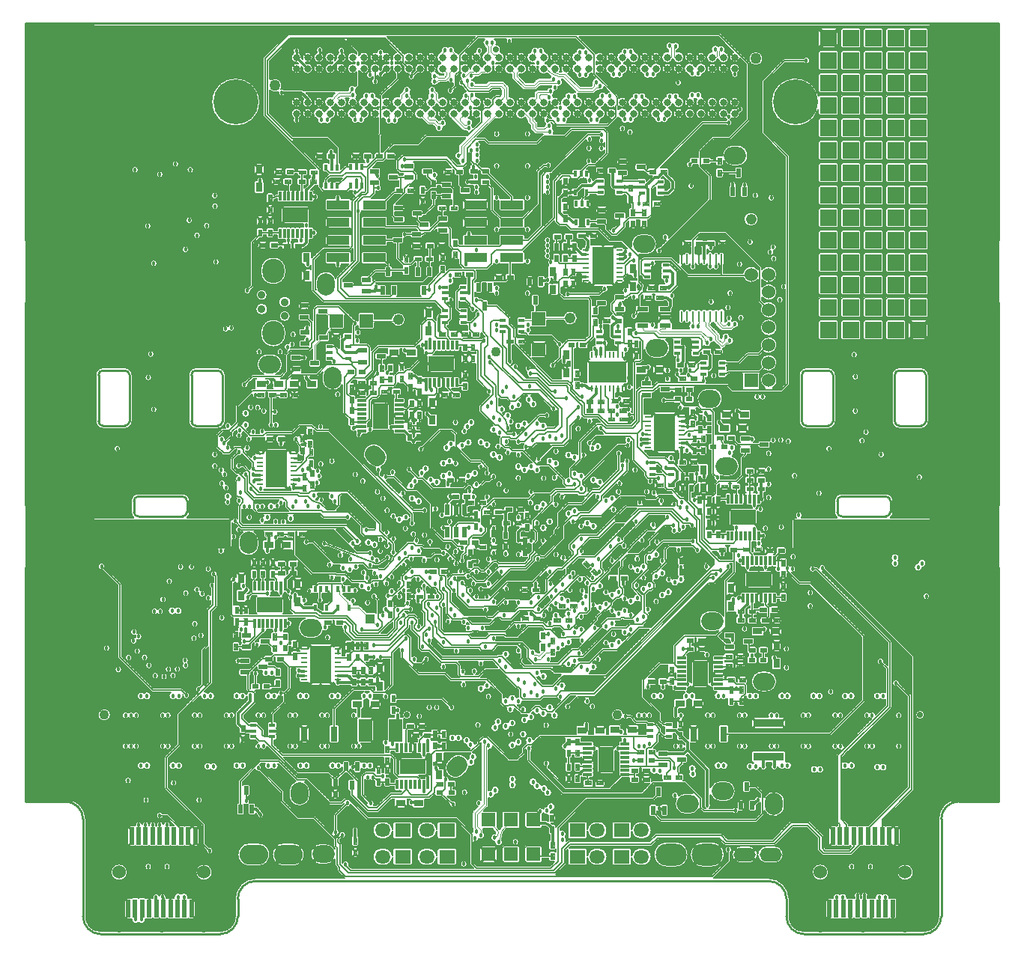
<source format=gbl>
*
*
G04 PADS 9.5 Build Number: 522968 generated Gerber (RS-274-X) file*
G04 PC Version=2.1*
*
%IN "SCROD.revB.layout.pcb"*%
*
%MOIN*%
*
%FSLAX35Y35*%
*
*
*
*
G04 PC Standard Apertures*
*
*
G04 Thermal Relief Aperture macro.*
%AMTER*
1,1,$1,0,0*
1,0,$1-$2,0,0*
21,0,$3,$4,0,0,45*
21,0,$3,$4,0,0,135*
%
*
*
G04 Annular Aperture macro.*
%AMANN*
1,1,$1,0,0*
1,0,$2,0,0*
%
*
*
G04 Odd Aperture macro.*
%AMODD*
1,1,$1,0,0*
1,0,$1-0.005,0,0*
%
*
*
G04 PC Custom Aperture Macros*
*
*
*
*
*
*
G04 PC Aperture Table*
*
%ADD010C,0.001*%
%ADD011C,0.005*%
%ADD015C,0.04764*%
%ADD016C,0.05157*%
%ADD017C,0.06*%
%ADD018C,0.16*%
%ADD021C,0.04331*%
%ADD022C,0.02756*%
%ADD025C,0.01*%
%ADD026R,0.06X0.1*%
%ADD028O,0.09843X0.07874*%
%ADD029O,0.07874X0.09843*%
%ADD030R,0.0315X0.04331*%
%ADD033R,0.06X0.06*%
%ADD034C,0.01575*%
%ADD035C,0.04882*%
%ADD036R,0.01969X0.03937*%
%ADD037O,0.12795X0.08858*%
%ADD045C,0.03543*%
%ADD051C,0.05*%
%ADD052C,0.2*%
%ADD053R,0.03937X0.01969*%
%ADD056R,0.05X0.02*%
%ADD057O,0.1378X0.09843*%
%ADD058O,0.09843X0.06102*%
%ADD059O,0.0689X0.05906*%
%ADD060R,0.0689X0.05906*%
%ADD061R,0.075X0.075*%
%ADD062C,0.013*%
%ADD063C,0.004*%
%ADD066C,0.00425*%
%ADD067C,0.018*%
%ADD068C,0.026*%
%ADD069C,0.015*%
%ADD074R,0.01969X0.07874*%
%ADD075R,0.01201X0.04*%
%ADD076R,0.11201X0.065*%
%ADD077R,0.04331X0.0315*%
%ADD078R,0.02756X0.00984*%
%ADD079R,0.09606X0.17087*%
%ADD080R,0.04X0.01201*%
%ADD081R,0.065X0.11201*%
%ADD082R,0.02X0.05*%
%ADD083R,0.0315X0.06693*%
%ADD084R,0.1378X0.0374*%
%ADD085R,0.02756X0.01575*%
%ADD086R,0.01575X0.02756*%
%ADD088R,0.06299X0.05906*%
%ADD089C,0.032*%
%ADD090R,0.00984X0.04921*%
%ADD091O,0.00984X0.04921*%
%ADD092R,0.0315X0.01969*%
%ADD093R,0.01969X0.0315*%
%ADD094R,0.10236X0.03937*%
%ADD095R,0.00984X0.02756*%
%ADD096R,0.17087X0.09606*%
%ADD169O,0.09843X0.10827*%
%ADD170C,0.07874*%
%ADD243R,0.03937X0.03937*%
%ADD244C,0.00945*%
*
*
*
*
G04 PC Circuitry*
G04 Layer Name SCROD.revB.layout.pcb - circuitry*
%LPD*%
*
*
G04 PC Custom Flashes*
G04 Layer Name SCROD.revB.layout.pcb - flashes*
%LPD*%
*
*
G04 PC Circuitry*
G04 Layer Name SCROD.revB.layout.pcb - circuitry*
%LPD*%
*
G54D10*
G54D11*
G01X162623Y106029D02*
Y119562D01*
X168221Y125160*
Y138693*
X182308Y152781*
Y184646*
X184646Y186983*
X162623Y106029D02*
X179136Y89516D01*
Y80904*
X181939Y78100*
X162869Y89542D02*
X162913Y84646D01*
X159793Y93725D02*
X162992D01*
X167842Y88875*
X169144Y87574*
Y84715*
X169213Y84646*
X153396Y89542D02*
X153465Y84646D01*
X156594Y89542D02*
Y84646D01*
X156614*
X159764D02*
X159793Y89542D01*
X150315Y84646D02*
X150320Y89542D01*
X237696Y109449D02*
X242519Y114272D01*
X242618*
X237696Y109449D02*
Y108564D01*
X237795Y108465*
X237918Y93848D02*
Y88435D01*
X238005Y86350*
X237918Y93848D02*
X243209Y99139D01*
X239026Y81791D02*
Y83268D01*
X240857Y85099*
X240976*
X239026Y81791D02*
X240010Y80807D01*
Y71826*
X243701Y68135*
X335482*
X339911Y72564*
Y78593*
X342249Y80930*
X378420*
X381250Y83760*
X408809*
X411270Y81299*
X433292*
X441166Y89173*
X448056*
X453223Y84006*
Y78593*
X454946Y76870*
X467372*
X471772Y81270*
Y84646*
X249975Y111196D02*
Y102830D01*
X253666Y99139*
X249975Y111196D02*
X251452Y112672D01*
X254774*
X256127Y111319*
X258957*
X242470Y72072D02*
Y71580D01*
X244808Y69242*
X334867*
X338681Y73056*
Y78962*
X341880Y82160*
X377682*
X380512Y84990*
X409547*
X412131Y82406*
X432554*
X440674Y90527*
X448425*
X454577Y84375*
Y79208*
X455684Y78100*
X466777*
X468622Y79946*
Y84646*
X198179Y100123D02*
Y104872D01*
X245177Y107185D02*
Y102953D01*
X252313Y95817*
X256619*
X262771Y101969*
X279749*
X281841Y104060*
Y106029*
X283686Y107874*
X284203*
X195620Y96604D02*
Y109106D01*
X204476Y117963*
X212574*
X220817Y109719*
X225000*
X235458Y99262*
X240625*
X242224Y100861*
X243824*
X252313Y92372*
X291585*
X298573Y85384*
Y72318*
X300664Y70226*
X333760*
X336959Y73425*
Y88435*
X349631Y101107*
X379405*
X381496Y103199*
Y104134*
X381742Y104380*
X269155Y105550D02*
X271752Y102953D01*
X278765*
X280733Y104921*
Y121023*
X282225Y122515*
X298327*
X301526Y125714*
Y126448*
X303621Y128543*
X305463*
X308907Y125098*
Y125063*
X315147Y118824*
X318627*
X321518Y121715*
Y123561*
X323302Y125344*
X325148*
X328839Y129035*
X370792*
X269155Y105550D02*
Y107480D01*
X269291*
X289567Y103937D02*
X289222Y104281D01*
X289321Y107874*
X254528Y110704D02*
X256127Y110089D01*
X256988Y108760*
X326043Y76452D02*
X326585Y75541D01*
X334498*
X260925Y108760D02*
Y107697D01*
X265354Y107480*
X256988Y108760D02*
X260925D01*
X290207Y98770D02*
X284449Y103937D01*
X285039*
X286762Y105659*
Y109719*
X287008Y109966*
X371063Y111811D02*
Y113780D01*
X385458Y110827D02*
X385335Y112697D01*
X386909Y114272*
X379183Y96112D02*
Y95202D01*
X382751Y91634*
X425049*
X427879Y94464*
Y103568*
X371063Y109843D02*
Y111811D01*
X350098D02*
X350315Y108445D01*
X350394Y108366*
X366634Y111811D02*
X371063D01*
X462820Y92249D02*
Y120130D01*
X462820D02*
X465472Y122782D01*
Y122830*
X484596Y141954*
X462820Y92249D02*
X465472Y89596D01*
Y84646*
X420866Y106594D02*
X420940Y106521D01*
X424926*
X427879Y103568*
X481220Y84646D02*
Y92072D01*
X494439Y105290*
X474921Y84646D02*
Y87987D01*
X493209Y106275*
X199040Y190920D02*
X200640Y192520D01*
X207776*
X196334Y138632D02*
Y137032D01*
X199409Y133957*
X201476*
X196334Y138632D02*
X201870Y144168D01*
Y148351*
X198839Y157480D02*
X199311D01*
X205315Y163484*
X208169*
X198839Y157480D02*
Y157411D01*
X198917Y157333*
Y149951*
X199779Y149090*
X201132*
X201870Y148351*
X219786Y164961D02*
Y165945D01*
X223917*
X242618Y115453D02*
Y114272D01*
X247884Y109006*
Y101969*
X252584Y97269*
X256471*
X262648Y103445*
X267323*
X269291Y105413*
Y107480*
X215160Y148228D02*
X217249Y150317D01*
Y160039*
X223917*
X231029Y189690D02*
Y194611D01*
X231373*
X177141Y150074D02*
X178863Y151796D01*
Y167421*
X181078Y169636*
Y185261*
X183354Y187537*
Y195903*
X218110Y190797D02*
Y185630D01*
X219956Y183784*
X229183*
X231029Y182677*
X243086*
X247023Y178740*
Y176280*
X248376Y174926*
X257111*
X262032Y179847*
X262279*
X264001Y181570*
Y185876*
X264985Y186860*
X268430*
X269906Y188337*
X249606Y176526D02*
X249729Y176403D01*
X257111*
X258711Y178002*
X205807Y176403D02*
Y179331D01*
X213681Y148228D02*
X215160D01*
X203593Y114887D02*
X214050Y104429D01*
Y100123*
X221309Y92864*
X228322*
X237969Y83217*
Y80069*
X238533Y79504*
Y71826*
X239641Y70719*
Y69365*
X242470Y66535*
X405610*
X412746Y73671*
Y78593*
X242224Y177633D02*
Y175664D01*
X245915Y171973*
X262296*
X268799Y178476*
Y181201*
X270645Y183046*
X272982*
X274828Y181251*
Y177879*
X197195Y171358D02*
X199656D01*
X201870Y173573*
Y179331*
X211344Y176403D02*
X211713Y176895D01*
Y179331*
X233932Y186344D02*
X233981Y186393D01*
Y186860*
X236442Y189321*
Y197072*
X206496Y171358D02*
X208169Y170374D01*
X210728Y168307*
X198228Y168799D02*
X198573D01*
X205807Y176033*
Y176403*
X201476Y133957D02*
X203100D01*
X205315Y131742*
Y129774*
X206299Y128789*
X209695*
X209744Y128839*
X201476D02*
X201772Y128543D01*
X202362*
X203839Y127067*
X206176*
X220817Y112426*
X234719*
X237696Y109449*
X209744Y128839D02*
Y125098D01*
X214173Y120669*
X262525*
X264247Y118947*
Y112672*
X265846Y111073*
X274459*
X275197Y110335*
Y107480*
X209744Y133957D02*
Y138878D01*
X215160Y144294*
Y148228*
X210728Y173425D02*
X215527D01*
X239616Y179847D02*
X242470D01*
X244439Y177879*
Y175541*
X247023Y172958*
X261540*
X265477Y176895*
Y180340*
X268184Y183046*
X268430*
X205758Y160039D02*
X210728D01*
X212205Y158563*
Y157677*
X197490Y157480D02*
X198839D01*
X237352Y130020D02*
Y141216D01*
X245965Y149828*
X253629*
X254859Y148597*
X259818*
X263017Y151796*
Y164222*
X243701Y164370D02*
Y164838D01*
X245669Y166806*
X261048*
X268430Y174188*
X269783*
X271014Y172958*
Y162869*
X272490Y161393*
X276278*
X278273Y163388*
X193583Y168996D02*
X198228Y168799D01*
X197933Y180118D02*
X201299D01*
X201870Y179331*
X247638Y164370D02*
X247785Y164222D01*
X248130*
X253543Y158809*
Y158415*
X246161D02*
X250098D01*
X193996Y180118D02*
X197933D01*
X208169Y163484D02*
X209460D01*
X209494Y164219*
X210482Y165207*
X219786*
Y164961*
X213287Y163484D02*
X213864Y163425D01*
X217249Y160039*
X215527Y168307D02*
X216388Y169636D01*
X217495Y170497*
X238878Y158071D02*
X245915D01*
X246161Y158415*
X238878Y160039D02*
X243824D01*
X247638Y163853*
Y164370*
X238878Y163976D02*
X243307D01*
X243701Y164370*
X219786Y164814D02*
Y164961D01*
X202264Y151181D02*
X202362Y156964D01*
X207382Y151181D02*
X210827D01*
X212205Y152559*
X263017Y164222D02*
Y166273D01*
X269209Y172466*
X276427Y188829D02*
X277781Y190182D01*
Y193504*
X276427Y188829D02*
Y185138D01*
X277534Y184031*
X273105Y177141D02*
X274213Y176033D01*
X275443*
X277534Y178125*
Y184031*
X273105Y177141D02*
Y178125D01*
X273844Y179601*
X276846Y174830D02*
Y171517D01*
X285247Y163115*
X307923*
X313706Y157333*
X324163*
X330069Y151427*
X334637*
X339269Y156060*
X358243*
X405284Y203100*
X409178*
X276846Y174830D02*
X279033Y177018D01*
X279626*
X320428Y161994D02*
X322014Y160408D01*
X338351*
X339050Y161108*
Y161346*
X342419Y164715*
X345022*
X345268Y164469*
X347913*
X360750Y177306*
X367470*
X368973Y178809*
X374237*
X376847Y181419*
Y182951*
X320428Y161994D02*
Y163359D01*
X320869Y163800*
X323667Y167298D02*
Y164071D01*
X326345Y161393*
X337082*
X343356Y167667*
X346018*
X356398Y178047*
Y178722*
X358999Y181324*
X364559*
X365052Y181816*
X366242*
X366611Y181447*
X370022*
X374063Y185488*
X323667Y167298D02*
X323794Y167426D01*
Y167913*
X277657Y186233D02*
X278866Y185025D01*
Y180933*
X281366Y178433*
Y173344*
X286102Y168607*
X301816*
X303018Y167406*
X307677*
X310081Y169809*
X318877*
X320869Y167817*
Y163800*
X277657Y186233D02*
Y188460D01*
X278765Y189567*
X283932*
X285039Y190674*
X284351Y188386D02*
X286085Y190121D01*
Y192335*
X284351Y188386D02*
Y187044D01*
X284972Y186423*
Y176843*
X286274Y175541*
X298450*
X298942Y176033*
X301357*
X301677Y175714*
X313509*
X317347Y179552*
X330314*
X332061Y177805*
X334438*
X334854Y178222*
X337985*
X339754Y176452*
X342276*
X344877Y179053*
Y182084*
X346701Y183907*
X349731*
X351112Y185288*
X282456Y180091D02*
Y177878D01*
X282969Y177364*
Y175028*
X285039Y172958*
X286224*
X289546Y169636*
X302018*
X303125Y170743*
X320965*
X323794Y167913*
X267692Y167421D02*
Y164099D01*
X274828Y156964*
X286639*
X289345Y154257*
X305249*
X311737Y147769*
Y144013*
X313058Y142692*
X314780*
X315149Y143061*
X317274*
X320842Y139493*
X324070*
X327023Y142446*
X328593*
X329946Y141093*
X331176*
X332406Y139862*
X334272*
X342392Y147982*
X352872*
X404422Y199532*
X405979*
X261294Y191535D02*
X263263D01*
X268307Y196334*
Y198056*
X255143Y191412D02*
X256865Y189690D01*
Y181693*
X258711Y179847*
Y178002*
X331791Y116978D02*
Y114764D01*
X340404Y106152*
X359719*
X365379Y111811*
X366634*
X279626Y171727D02*
Y170009D01*
X285413Y164222*
X309859*
X310351Y164715*
X311860*
X317397Y159178*
X333760*
X335482Y157456*
X342518*
X346678Y161616*
X350861*
X356908Y167663*
X363164*
X373011Y177510*
X378420*
X406471Y205561*
Y207653*
X254897Y169513D02*
X261909D01*
X270030Y177633*
Y180709*
X271137Y181816*
X272613*
X273844Y180586*
Y179601*
X324040Y123499D02*
Y118332D01*
X338927Y103445*
X374483*
X379405Y108366*
X393307*
X400443Y101230*
Y97416*
X401919Y95940*
X415822*
X257972Y164222D02*
X263017D01*
X333145Y169759D02*
X334498Y171703D01*
X271998Y179601D02*
Y176530D01*
X275197Y173327*
Y168363*
X276262Y167298*
X279749*
X285039Y162008*
X291538*
X292913Y160632*
Y156494*
X293674Y155733*
X301776*
X304779Y158737*
X311029*
X318702Y151064*
X319286*
X320253Y150097*
Y146601*
X321337Y145517*
X328884*
X328884D02*
X330339Y146971D01*
X336216*
X338373Y149128*
X352745*
X404995Y201378*
X407456*
X279380Y187968D02*
Y186927D01*
X284055Y182497*
Y176487*
X286354Y174188*
X296865*
X298341Y172712*
X304970*
X306570Y174311*
X313091*
X313952Y173450*
X318812*
X323488Y178125*
X329903*
X331380Y176649*
X333505*
X337319Y172835*
X340337*
X340706Y173204*
X346453*
X354060Y180811*
Y181935*
X357509Y185384*
X358449*
X360704Y187638*
Y188579*
X362922Y190797*
X364017*
X365711Y192492*
X330192Y173917D02*
X332530Y174557D01*
X282087Y130118D02*
X285778D01*
X286024Y129872*
X260925Y123228D02*
X264783D01*
X265354Y124016*
X275197D02*
Y127190D01*
X277534Y129528*
X278740*
X269291Y124016D02*
Y131988D01*
X271161Y133465*
X278740Y129528D02*
X281496D01*
X282087Y130118*
X263632Y145866D02*
X285457D01*
X289493Y141831*
X370792Y129035D02*
Y123991D01*
X372884Y121900*
Y121654*
X370792Y129035D02*
X378051D01*
X382111Y130881D02*
X383957Y129035D01*
X386319*
X372884Y121654D02*
X373278D01*
X373524Y122023*
X376329Y115748D02*
Y123376D01*
X376821Y123868*
X378420*
X381004Y126452*
Y129774*
X382111Y130881*
X376329Y115748D02*
X383760D01*
Y116142*
X388878Y161516D02*
Y169390D01*
X393184Y173696*
X407456*
X388878Y161516D02*
Y161024D01*
X389862Y160039*
X391929*
X407456Y173696D02*
X411515Y177755D01*
X411516Y198179*
X415330Y201993*
Y206914*
X407456Y173696D02*
X412131Y169021D01*
X413066*
X413287Y168799*
X375417Y192397D02*
X377254Y194234D01*
X378420*
X379631Y195444*
Y196977*
X375417Y192397D02*
Y184381D01*
X376847Y182951*
X350876Y193098D02*
X351112Y192863D01*
Y185288*
X350876Y193098D02*
Y195610D01*
X352092Y196826*
X353568*
X359719Y202977*
Y203615*
X369439Y213335*
Y213659*
X376597Y220817*
X380143*
X385802Y226476*
X374852Y154134D02*
Y146506D01*
X382062Y139296*
Y135925*
X383834Y134154*
X386319*
X374852Y154134D02*
X382234Y161516D01*
X388878*
X390453Y115305D02*
X392028Y116880D01*
Y118701*
X390453Y115305D02*
X390576Y110827D01*
X376821Y151058D02*
Y152288D01*
X377928Y153396*
X378445*
X392569Y167913D02*
X395669D01*
X367101Y137894D02*
X369193D01*
X371777Y135310*
X376403*
X377559Y134154*
X378051*
X341265Y142323D02*
X345694Y146752D01*
X353322*
X404011Y197441*
X406348*
X412623Y203716*
Y204577*
X370669Y118209D02*
X373524D01*
X378051Y134154D02*
X380192D01*
X382111Y132234*
Y130881*
X378642Y118209D02*
X386171D01*
X386909Y117470*
Y114272*
X413878Y154134D02*
X414567D01*
X416437Y152264*
X419882*
X420374Y151772*
Y148105*
X410581Y130020D02*
X458022D01*
X472908Y144906*
X387402Y153543D02*
Y154134D01*
X391929*
X395669Y167913D02*
Y171850D01*
X345571Y121555D02*
X350217D01*
X408465Y154134D02*
X413878D01*
X408465Y160039D02*
X412402D01*
X412894Y160531*
X408465Y163976D02*
X412402D01*
X412894Y164469*
X391929Y163976D02*
X395276Y167598D01*
X395354*
X395669Y167913*
X341634Y115354D02*
Y121555D01*
X345571Y115354D02*
X345965Y115748D01*
X350098*
Y121654D02*
X350217Y121555D01*
X366634Y115748D02*
X376329D01*
X366634Y121654D02*
X372884D01*
X383563Y153396D02*
X383588D01*
Y150812*
X383563Y153396D02*
X387254D01*
X387402Y153543*
X341634Y121555D02*
X345571D01*
X378642Y122023D02*
X378912Y121900D01*
X381496Y119316*
X386663*
X388632Y117347*
Y114887*
X487222Y153027D02*
X493209Y147040D01*
Y106275*
X487222Y153027D02*
X487303Y152657D01*
X461467Y120546D02*
X483612Y142692D01*
Y159178*
X461467Y120546D02*
Y90773D01*
X462323Y89916*
Y84646*
X480413Y162377D02*
X483612Y159178D01*
X423228Y162992D02*
Y164961D01*
X428346Y162992D02*
Y167421D01*
X421555Y171358D02*
X421850D01*
Y167421*
X423228*
X423425Y184646D02*
X424163Y185384D01*
X428150*
X429134Y180709D02*
X430709Y182283D01*
Y186245*
X413976Y144685D02*
X418406D01*
Y146137*
X420374Y148105*
X423425Y180709D02*
Y184646D01*
X423327Y190650D02*
Y184744D01*
X423425Y184646*
X429232Y190650D02*
Y187721D01*
X430709Y186245*
X433169Y190650D02*
X433248Y190945D01*
X437106*
X133834Y204700D02*
X141954Y196580D01*
Y164222*
X156594Y149582*
X169267*
X171604Y147244*
X194857Y221063D02*
X237057D01*
X247392Y210728*
X253297*
X183784Y201255D02*
X184646Y200394D01*
Y186983*
X193750Y242594D02*
Y236442D01*
X194611Y235581*
X195719*
X196703Y234596*
X193750Y242594D02*
X194857Y243701D01*
X236442Y197072D02*
X240379D01*
X240994Y196457*
Y195202*
X241585Y194611*
X195349Y231767D02*
Y224385D01*
X196703Y223031*
X242840*
X249483Y216388*
X195349Y231767D02*
X196703Y233120D01*
Y234596*
X185384Y263017D02*
X187721Y265354D01*
X190551*
X194181Y268984*
Y276120*
X201132Y283071*
X215404*
X216142Y283809*
Y287623*
X218602Y290084*
X229675*
X234043Y294451*
X245116*
X185384Y263017D02*
Y257972D01*
X188214Y255143*
X190551*
X193135Y257726*
X195842*
X196949Y256619*
Y255512*
X201378Y251083*
Y248130*
X241855Y273105D02*
X245177Y269783D01*
Y269193*
X241855Y273105D02*
Y289066D01*
X243701Y290911*
X244134*
X244450Y291226*
X244587Y291437*
X191781Y197933D02*
Y183169D01*
X192274Y182677*
X228691*
X230536Y181570*
X242717*
X245731Y178556*
Y175787*
X247576Y173942*
X260925*
X264370Y177387*
Y180586*
X266093Y182308*
Y183169*
X268430Y185507*
X271260*
Y185630*
X191781Y197933D02*
X192406Y198558D01*
Y198827*
X192520Y198794*
X193258Y224877D02*
X196088Y222047D01*
X241500*
X247619Y215929*
X192028Y248130D02*
Y252559D01*
X194980Y255512*
X192028Y248130D02*
X193996Y246161D01*
X194980*
X197564Y243578*
Y237918*
X201501Y233981*
Y230290*
X203346Y228445*
X230906*
X232751Y226599*
X243332*
X209744Y200886D02*
X211713Y198917D01*
Y195866*
X209744Y200886D02*
X209990Y201280D01*
X183046Y196211D02*
X183354Y195903D01*
X201993Y253051D02*
X204232D01*
X209252Y267692D02*
Y273474D01*
X211220Y217618D02*
X212697Y219094D01*
X213287*
X220448Y261417D02*
X222293Y257849D01*
Y256398*
X223031*
X251608Y221006D02*
X255209D01*
X255758Y221555*
X200271Y239149D02*
X202854Y236565D01*
X221063*
X221555Y236073*
X225615*
X227601Y234087*
X231275Y232751*
X234227Y229798*
X237180*
X239272Y231890*
Y236073*
X240256Y237057*
X242963*
X255758Y224262*
Y221555*
X245546Y215034D02*
X246407Y214173D01*
Y214050*
X248376*
X249483Y215157*
Y216388*
X197933Y245669D02*
X198671Y244931D01*
Y238410*
X201747Y235335*
X214419*
X216265Y233489*
Y231336*
X218110Y229491*
X231767*
X232382Y228875*
X243578*
X249514Y222939*
Y219740*
X250898Y218356*
X258588*
X260802Y216142*
Y213804*
X233120Y214788D02*
X253315Y207037D01*
X254786Y206656*
X255635Y205807*
X256865*
X261048Y208637*
X194857Y249483D02*
X197072D01*
X199779Y246777*
Y241978*
X204085Y237672*
X221801*
X222293Y237180*
X225861*
X226845Y238164*
X243332*
X257726Y223770*
Y220694*
X263632Y214788*
Y210974*
X201378Y248130D02*
X202362Y247146D01*
X204232*
X188460Y259449D02*
X191781Y262771D01*
Y264493*
X194488Y267200*
X195719*
X200025Y262894*
X205807*
X207222Y264309*
X218664*
X221801Y267446*
X227461*
X229675Y265231*
X234843*
X271993Y228081*
Y223893*
X225000Y215527D02*
X228076D01*
X237426Y206176*
X250221*
X252559Y203839*
X256865*
X257357Y203346*
X259572*
X263693Y207468*
Y208575*
X270153Y215034*
X272490*
X273597Y213927*
X276673*
X277411Y213189*
X284178*
X285162Y212205*
X287008*
X291480Y207732*
Y205930*
X228814Y194611D02*
Y195472D01*
X230413Y197072*
X236442*
X209990Y201280D02*
X209997Y201330D01*
X213043*
X213829Y201870*
X213287Y219094D02*
X218012D01*
Y218848*
X219464*
Y209621*
X227707Y201378*
X237918*
X238410Y200886*
X242224*
X245177Y197933*
X250960*
X251698Y197195*
X253420*
X254651Y198425*
X258957*
X269107Y208575*
X269845*
X270768Y209498*
X277904*
X278577Y208825*
X280306*
X281964Y210482*
X285901*
X201624Y201280D02*
X201870Y195866D01*
X223031Y256398D02*
X223770Y255659D01*
Y252313*
X205561Y201280D02*
X205807Y195866D01*
X213829Y201870D02*
Y205807D01*
X226476Y259350D02*
X226969Y255020D01*
Y255610*
X224016Y244783D02*
X227461Y241339D01*
Y241142*
X249705Y268799D02*
X251452D01*
X252928Y270276*
Y278457*
X254405Y279934*
X256188*
X257234Y280979*
Y284055*
X258465Y285285*
X263878*
X264739Y286147*
Y289838*
X265846Y290945*
X268430*
X269783Y292298*
X271014*
X278396Y299680*
X219193Y245177D02*
X223622D01*
X224016Y244783*
X219193Y247146D02*
X220325D01*
X225000Y251821*
Y253051*
X226969Y255020*
Y255610*
X219193Y251083D02*
X222539D01*
X223770Y252313*
X245177Y269193D02*
X245571Y268799D01*
X249705*
X325886Y225000D02*
Y221432D01*
X327362Y219956*
X325886Y225000D02*
X334375Y233489D01*
Y235827*
X336467Y237918*
X346063*
X346555Y237426*
X348278*
X349262Y238410*
Y239887*
X267692Y200148D02*
X271752Y204208D01*
X283194*
X283932Y203469*
Y201255*
X284424Y200763*
X286147*
X287008Y199902*
Y195842*
X288976Y193873*
Y189075*
X295251Y182800*
X304847*
X305709Y181939*
X307923*
X310507Y184523*
X317520*
X319365Y186368*
X326132*
X340896Y201132*
Y203962*
X345940Y209006*
X353199*
X373499Y229306*
X387279*
X392692Y223893*
X395768*
X396629Y223031*
X267692Y200148D02*
Y198671D01*
X268307Y198056*
X287919Y198721D02*
Y196530D01*
X290438Y194011*
X290699*
X287919Y198721D02*
X290084Y200886D01*
X295128*
X296112Y201870*
X297376*
X299512Y204006*
X301358*
X302756Y202608*
X303990*
X308296Y206914*
X309646*
X310507Y206053*
X322159*
X324286Y208180*
Y209692*
X325886Y211292*
Y214665*
X327362Y216142*
Y219956*
X285039Y199163D02*
X284301Y198425D01*
Y194119*
X286085Y192335*
X302879Y225246D02*
Y230096D01*
X303911Y231128*
X304847*
X306570Y232850*
Y232975*
X308315Y234719*
X324003*
X326298Y237014*
X333637*
X335525Y238903*
X344464*
X346597Y241036*
Y242347*
X302879Y225246D02*
Y223647D01*
X304724Y221801*
X311491Y261540D02*
X312106Y262156D01*
X315470*
X316043Y261583*
X318300*
X328677Y271959*
X331914*
X311491Y261540D02*
Y259326D01*
X313214Y257603*
X315182*
X316535Y256250*
X321334*
X327731Y249852*
X333022*
X339542Y243332*
Y241486*
X340527Y240502*
X343233*
X344218Y241240*
X270768Y247884D02*
X274705Y243947D01*
X276796*
X281348Y239395*
X295128*
X296850Y241117*
X297958*
X299680Y239395*
X301156*
X304601Y242840*
X306338*
X308184Y244685*
X285913Y194734D02*
X287623Y193024D01*
Y183759*
X290058Y181324*
X294289*
X294412Y181447*
X296235*
X298696Y178986*
X306570*
X309646Y182062*
X311181*
X312106Y181137*
X315861*
X319812Y185088*
X325781*
X326838Y184031*
X328962*
X338435Y193504*
X339173*
X346186Y200517*
X348999*
X351706Y197810*
X353076*
X356963Y201698*
X290822Y199286D02*
X292298Y197810D01*
Y191558*
X297365Y186491*
X303595*
X304210Y187106*
X310083*
X313159Y190182*
X319912*
X320281Y189813*
X323925*
X326632Y192520*
X330933*
X331914Y193502*
Y198794*
X336594Y203474*
X338681*
X345571Y210363*
Y212071*
X351118Y217618*
X355290*
X362180Y224508*
X367101*
X373007Y230413*
X387894*
X392569Y225738*
X394302*
X394390Y225651*
X294282Y197410D02*
X294405D01*
X296174Y195641*
Y193342*
X299949Y189567*
X306146*
X314268Y197689*
X325640*
X332774Y204823*
X338661*
X343705Y209867*
X322810Y258040D02*
X325461D01*
X327138Y259717*
X338681*
X341019Y262055*
Y270645*
X345940Y275566*
X328346Y252472D02*
X334462Y258588D01*
X339542*
X342372Y261417*
Y267377*
X346067Y271072*
X257111Y247761D02*
Y245054D01*
X272613Y229675*
X277534*
X325640Y260824D02*
X328397Y263581D01*
X331002*
X332037Y264616*
X336220*
X338681Y267077*
X302616Y194734D02*
X306754D01*
X315613Y203593*
X322721*
X326255Y207127*
Y208570*
X327183Y209498*
X328838*
X329330Y209006*
X330940*
X339117Y217182*
Y223098*
X343233Y227215*
X345330*
X346806Y228691*
X350625*
X356275Y234340*
Y236069*
X367594Y247388*
Y251575*
X319319Y260187D02*
X322072D01*
X327116Y265231*
X331053*
X332099Y266277*
X335421*
X337082Y267938*
X296929Y200171D02*
X298463D01*
X300701Y197933*
X304086*
X310730Y204577*
X322307*
X325271Y207541*
Y208905*
X335482Y219117*
Y220755*
X337205Y222478*
Y228445*
X341388Y232628*
X347539*
X352461Y237549*
X355603*
X365625Y247571*
Y249606*
X365748Y249729*
X269291Y199532D02*
X271723D01*
X272707Y200517*
X275324*
X280491Y195349*
X282214*
X283198Y194365*
Y193623*
X285039Y191781*
Y190674*
X275879Y257007D02*
X284227Y265354D01*
X289715*
X291560Y263509*
Y258095*
X298081Y251575*
X302552*
X305400Y248727*
Y246284*
X285901Y221801D02*
X286824D01*
X287808Y220817*
Y219870*
X277288Y196088D02*
Y193996D01*
X277781Y193504*
X260187Y244562D02*
X264124D01*
X269906Y238780*
X274336*
X280487Y232628*
Y221779*
X286024Y216242*
X289715*
X292411Y213546*
X293539*
X294264Y212820*
Y207283D02*
Y209498D01*
X295864Y211097*
X295989*
Y213066*
X297466Y214542*
Y217003*
X299065Y218602*
X303002*
X304724Y220325*
Y221801*
X288853Y235827D02*
X291293D01*
Y235789*
X274705Y267421D02*
X275197Y267913D01*
Y272146*
X266240Y268799D02*
X270768D01*
Y267421*
X274705*
X291548Y219870D02*
Y223031D01*
X292532Y224016*
X299557*
X300287Y222679*
X295308Y219870D02*
Y221063D01*
X296046Y221801*
X297219*
X287808Y229870D02*
Y232894D01*
X290703Y235789*
X291293*
X371038Y272367D02*
Y295497D01*
X371407Y295866*
X373376*
X374483Y296973*
X372318Y263878D02*
Y258046D01*
X377436Y252928*
X384572*
X386540Y250960*
Y250787*
X387303*
X372318Y263878D02*
X374409Y265969D01*
Y269291*
X410531Y218996D02*
X411929D01*
X412500Y218209*
X404134Y234449D02*
X401673D01*
X402042Y234080*
Y217249*
X404380Y214911*
X414838*
X416437Y216511*
Y217741*
X376969Y269291D02*
X374409D01*
Y280854*
X376228*
X376378Y281004*
X347908Y242963D02*
Y241240D01*
X349262Y239887*
X347908Y242963D02*
X363656Y258711D01*
X367840*
X342249Y212697D02*
Y214286D01*
X346566Y218602*
X354307*
X367224Y231521*
X387894*
X388509Y232136*
X342249Y212697D02*
X343705Y211241D01*
Y209867*
X407825Y244193D02*
X405952Y246065D01*
Y254105*
X406004Y257972*
X384665Y212205D02*
X386264Y213804D01*
X397121*
X399090Y211836*
X384665Y212205D02*
Y207967D01*
X384892Y207741*
X370177Y195203D02*
Y196972D01*
X376847Y203642*
X370177Y195203D02*
X374063Y191317D01*
Y185488*
X364184Y196057D02*
Y203575D01*
X365256Y204647*
Y207279*
X368090Y210113*
X373007*
X377436Y214542*
Y216019*
X384449Y223031*
X388263*
X388386Y222908*
Y222785*
X364184Y196057D02*
X365711Y194529D01*
Y192492*
X395645Y233981D02*
Y238656D01*
X396137Y239149*
Y239272*
X396260Y239395*
Y239665*
X395645Y233981D02*
X399705Y229921D01*
Y229331*
X342495Y248210D02*
X346678Y252393D01*
Y260310*
X354429Y268061*
X356398*
X358243Y266216*
X370177*
X373130Y269168*
Y282087*
X373991Y282948*
X379405*
X381865Y285408*
X412500*
X414715Y283194*
X436368*
X439013Y285839*
Y387340*
X342495Y248210D02*
Y244645D01*
X343521Y243619*
X345325*
X346597Y242347*
X378715Y201037D02*
X379917Y202239D01*
X380612*
X384892Y206518*
Y207741*
X378715Y201037D02*
Y197893D01*
X379631Y196977*
X375931Y206136D02*
Y209403D01*
X377133Y210605*
X378297*
X383603Y215912*
X396982*
X396998Y215896*
X375931Y206136D02*
X376847Y205220D01*
Y203642*
X355978Y203990D02*
Y206793D01*
X363973Y214788*
X364861*
X366486Y216414*
Y217301*
X377384Y228199*
X386680*
X390723Y224116*
Y220810*
X390846Y220817*
X355978Y203990D02*
X356963Y203004D01*
Y201698*
X350984Y259695D02*
X354060Y262771D01*
X368947*
X370669Y261048*
Y251944*
X375898Y246715*
Y245239*
X377067Y244070*
X381619*
X343602Y224633D02*
X344835D01*
X347416Y227215*
X356152*
X364641Y235704*
X375344*
X376206Y234843*
X380266*
X381865Y236442*
X387771*
X390108Y234104*
Y231890*
X391216Y230782*
X409916Y210236D02*
Y212205D01*
X409941*
X368578Y272367D02*
X371038D01*
X410408Y217864D02*
X410531D01*
Y218996*
X394210Y230990D02*
Y229634D01*
X398720Y225123*
Y215404*
X406471Y207653*
X394660Y266831D02*
X396752Y266913D01*
Y268209*
X355906Y266216D02*
X358243Y263878D01*
X372318*
X397736Y234350D02*
X397835Y234449D01*
X399705*
X374483Y263509D02*
X376969D01*
Y263386*
X376698Y250837D02*
X379035D01*
Y250787*
X338767Y235692D02*
X339776Y236701D01*
X345448*
X346063Y236086*
X349274*
X352092Y238903*
X355167*
X364026Y247761*
Y255020*
X387303Y250787D02*
X388189D01*
X392323Y246654*
Y244783*
X379035Y250787D02*
X381422D01*
X383095Y249114*
Y247884*
X385310Y245669*
X387303*
X379035D02*
X383711D01*
X384695Y244685*
Y239887*
X385802Y238780*
X387648*
X391462Y234966*
X392815*
X397490Y230290*
Y227778*
X399828Y225440*
Y215896*
X408809Y206914*
X415330*
X360728Y270276D02*
Y274213D01*
X400197Y265748D02*
X404134D01*
X391929Y261417D02*
X397146D01*
X397613Y261516*
X391929Y263386D02*
X392938D01*
X394537Y264985*
X396875*
X397244Y265354*
X399803*
X400197Y265748*
X391929Y267323D02*
Y267081D01*
X394410*
X394660Y266831*
X408957Y261909D02*
X411122Y257972D01*
X408071Y218996D02*
X410531D01*
X408071Y234449D02*
X408150Y234528D01*
X412500Y234744*
X397613Y261516D02*
X401427D01*
X353286Y202029D02*
X355080D01*
X355413Y202362*
X349667Y205648D02*
X350169Y205146D01*
X352461*
X404134Y218996D02*
X408071D01*
X392323Y244783D02*
X396260D01*
X404134Y234449D02*
X406988Y237303D01*
X407087*
Y241240*
X408563Y242717*
X416437*
X418898Y245177*
Y253051*
X420423Y254577*
Y256398*
X396260Y239665D02*
X398720Y242126D01*
Y245915*
X399705Y234449D02*
X401673D01*
X399705Y229331D02*
X400935Y228100D01*
Y216511*
X405211Y212235*
X409675*
X409941Y212205*
X454577Y204085D02*
X494439Y164222D01*
Y105290*
X420768Y212328D02*
X415330D01*
Y206914*
X422244Y247146D02*
Y241240D01*
Y243209*
X416437Y217741D02*
Y218209D01*
X422343D02*
Y212328D01*
Y211097*
X423327Y210113*
Y207185*
X434892D02*
X436319D01*
X437106Y206398*
X450271Y203593D02*
X452116D01*
X484596Y171112*
Y141954*
X439075Y203839D02*
Y202608D01*
X444365Y197318*
X449163*
X472908Y173573*
Y144906*
X429232Y204331D02*
Y207185D01*
X416314Y221801D02*
X416437Y221678D01*
Y217741*
X434892Y203469D02*
Y207185D01*
X422244Y241240D02*
Y239272D01*
X422343Y239173*
Y234744*
X414075Y261909D02*
X416929Y259055D01*
X428593*
X428691Y258957*
X416043Y240256D02*
Y239764D01*
X416437*
Y234744*
X420768Y212328D02*
X422343D01*
X415059Y212205D02*
X415182Y212328D01*
X415330*
X433169Y207185D02*
Y208661D01*
X436220Y211713*
X433169Y207185D02*
X434892D01*
X198671Y327485D02*
X200886Y329700D01*
Y349016*
X204331Y352461*
Y353346*
X245177Y295768D02*
X249902D01*
X245669Y288607D02*
X250960D01*
X254281Y291929*
Y300049*
X256865Y302633*
X273105*
X276304Y305832*
Y312229*
X278642Y314567*
X280979*
X282333Y313214*
Y307185*
X283317Y306201*
X287377*
X287992Y305586*
Y303150*
X245669Y288607D02*
X247023Y289961D01*
X245915Y303248D02*
Y312106D01*
X246777Y312968*
X245915Y303248D02*
X252067D01*
X253051Y302264*
Y294390*
X249705Y274705D02*
X245177D01*
Y279035*
X210974Y273474D02*
X209252D01*
Y280512*
X209843Y281102*
X245116Y294451D02*
X245177Y294513D01*
Y295768*
X245116Y294451D02*
X247023Y292544D01*
Y289961*
X239026Y333268D02*
X246580Y340822D01*
Y367028*
X249729Y370177*
X251452*
X252436Y371161*
Y381603*
X256389Y385556*
X258957*
X259941Y386540*
Y389001*
X263755Y392815*
X274624*
X278315Y396506*
X296727*
X302962Y402740*
Y407454*
X304456Y408948*
X306385*
X307923Y410486*
Y412500*
X309400Y413976*
X310876*
X311737Y414838*
Y416683*
X239026Y333268D02*
Y327731D01*
X242755Y324002*
X279587*
X282087Y326501*
Y330192*
X288484Y336590*
X299311*
X300049Y335851*
X243086Y281718D02*
X245177Y279626D01*
Y279035*
X243086Y281718D02*
Y286024D01*
X245669Y288607*
X227953Y341388D02*
X232628Y346063D01*
X244193*
X245423Y347293*
Y367347*
X249483Y371407*
X250837*
X251452Y372023*
Y377928*
X227953Y341388D02*
Y327731D01*
X232751Y322933*
X282185*
X286614Y318504*
X240256Y332776D02*
X248130Y340650D01*
Y363041*
X240256Y332776D02*
Y328469D01*
X243824Y324902*
X262402*
X263878Y326378*
Y327559*
X263976Y327657*
X197441Y285655D02*
X201132Y289345D01*
X213558*
X215773Y291560*
Y298819*
X217987Y301033*
X226107*
X227338Y302264*
Y303863*
X228691Y305217*
Y319365*
X229675Y320349*
X239395*
X246777Y312968*
X222539Y350000D02*
X223031Y353051D01*
X217126Y350000D02*
Y353051D01*
X243602Y297343D02*
X245177Y295768D01*
X243602Y302461D02*
X244390Y303248D01*
X245915*
X235335Y302461D02*
X237598D01*
X238780Y301280*
Y299803*
X241240Y297343*
X243602*
X235335D02*
X236196D01*
X237426Y296112*
X216289Y347539D02*
X217126Y348376D01*
Y350000*
X243504Y329823D02*
X253666D01*
X255635Y331791*
X276673*
X279724Y334843*
Y335925*
X251772Y332382D02*
X255610Y336220D01*
X261122*
X261417Y335925*
X224311Y303888D02*
X225394D01*
X227338Y305832*
Y313337*
X224311Y303888D02*
X225246D01*
Y305709*
X224065Y315699D02*
X224975D01*
X227338Y313337*
X209843Y281102D02*
X214567D01*
X204331Y353346D02*
X208760D01*
X213110*
X213189Y353051*
X210581Y347785D02*
X215657D01*
X215886Y347557*
X216289Y347539*
X249705Y291437D02*
X250098D01*
X253051Y294390*
X249705Y278642D02*
X250837D01*
X254281Y282087*
X254626*
X245177Y274311D02*
Y274705D01*
X261417Y336614D02*
X269291D01*
X297589Y313386D02*
X298450D01*
X301280Y316216*
Y316929*
X297589Y313386D02*
Y310384D01*
X299803Y308169*
X300394*
X302778Y289592D02*
X308046Y284323D01*
Y281348*
X302778Y289592D02*
Y304008D01*
X304109Y305340*
X302624Y273957D02*
X308907Y267674D01*
X310189*
X314255Y263608*
X317397*
X302624Y273957D02*
Y275926D01*
X308046Y281348*
X304471Y302025D02*
X305709Y303262D01*
Y306932*
X304471Y302025D02*
Y289968D01*
X309277Y285162*
Y280244*
X309772Y279749*
Y274087*
X311637Y272221*
X313583Y269783*
X314567Y266392*
X291929Y319488D02*
X292913Y318504D01*
X294882*
X291929Y319488D02*
Y326870D01*
X294094Y329035*
X294783*
X298975Y331914D02*
X300049Y332988D01*
Y335851*
X298975Y331914D02*
Y322038D01*
X303494Y317520*
Y309147*
X305709Y306932*
X306939Y307431D02*
Y313337D01*
X307923Y314321*
X312451*
X306939Y307431D02*
X312475Y301895D01*
Y293406*
X319365Y286516*
X326993*
X338681Y274828*
Y267077*
X306447Y298081D02*
X321334Y283194D01*
X328962*
X337082Y275074*
Y267938*
X306570Y295497D02*
X310384Y291683D01*
Y281225*
X311737Y279872*
X314198*
X315797Y278273*
X318135*
X321580Y281718*
X327977*
X334867Y275074*
X284301Y329035D02*
X286516D01*
X317889Y293652D02*
X323056Y288484D01*
X328052*
X334080Y282456*
X335482*
X278396Y299680D02*
X280856D01*
X282087Y300910*
Y303150*
X268676Y352584D02*
X273917D01*
Y352559*
X323671Y292790D02*
X327116D01*
X333637Y286270*
X341019*
X342495Y284793*
Y282825*
X346678Y278642*
X347293*
X348524Y277411*
Y272859*
X349016Y272367*
X355044*
X359227Y268184*
X369070*
X371038Y270153*
Y272367*
X279503Y327854D02*
Y330069D01*
X285531Y336220*
Y337106*
X300664Y323425D02*
X302756D01*
X303494Y322687*
X304232Y320768*
X260925Y290945D02*
X262402Y292421D01*
Y293012*
X324532Y290699D02*
X324594Y290637D01*
X327547*
X333022Y285162*
X340650*
X341388Y284424*
Y282456*
X347539Y276304*
Y272367*
X348647Y271260*
X354675*
X358735Y267200*
X369562*
X372023Y269660*
Y282702*
X373499Y284178*
X378912*
X381250Y286516*
X401058*
X401673Y287131*
X261417Y335925D02*
Y336614D01*
X294783Y323917D02*
X295374D01*
X297773Y321518*
Y320657*
X299065Y319365*
Y319242*
X286516Y323917D02*
Y322318D01*
X288976Y319857*
X312451Y309203D02*
Y303192D01*
X313952Y301691*
Y295274*
X321725Y287500*
X327731*
X335482Y279749*
X337679*
X337925Y279503*
X340773*
X320719Y309203D02*
Y308725D01*
X322500*
X323794Y307431*
X333883*
X337574Y303740*
X255217Y342126D02*
X258465D01*
X261417Y339173*
Y336614*
X255217Y350000D02*
X265650D01*
X316363D02*
X323548D01*
X329823Y356275*
Y378624*
X331693Y380512*
X333760*
X350246Y396998*
X356398*
X258465Y287894D02*
X262402D01*
X291191Y348622D02*
X293031Y347293D01*
X310999*
X313706Y350000*
X316363*
X258169Y298327D02*
X258465Y297835D01*
Y293012*
X265650Y350000D02*
Y341853D01*
X268206Y339296*
X271678*
X274016Y341634*
X274606*
X273917Y352559D02*
X276702D01*
X277588Y353445*
X280241*
X282948Y356152*
X287921*
X288976Y355096*
Y347457*
X290370Y346063*
X292153*
X293652Y344565*
Y339319*
X295397Y337574*
X305463*
X307431Y339542*
Y343602*
X309400Y345571*
X320965*
X335236Y359843*
Y376329*
X338435Y379528*
X344587*
X277165Y327657D02*
X277362Y327854D01*
X279503*
X279724Y335925D02*
Y341634D01*
X274606Y335925D02*
Y341634D01*
X279724D02*
X280020Y341929D01*
Y347539*
X315650Y333514D02*
Y342126D01*
X316363*
X264961Y282579D02*
X264985Y278642D01*
X266240*
X254626Y282087D02*
Y286516D01*
Y288460*
X256619Y290453*
X266240Y274705D02*
X269783D01*
X270768Y275689*
X271752Y277264*
X267323Y288386D02*
Y287992D01*
X270276Y285039*
X271260*
Y284449*
X271654Y284055*
X273622*
X275197Y282480*
Y281102*
X282087*
X283071Y282087*
Y283932*
X295497Y302362D02*
X298942D01*
Y301033*
X301156*
Y287869*
X306447Y282579*
X282087Y286614D02*
Y284916D01*
X283071Y283932*
X287992Y286614D02*
Y284646D01*
X288041Y284596*
Y284129*
X291068Y281102*
X291535*
X291929Y286614D02*
Y285285D01*
X295497*
Y284941*
X291929Y303150D02*
X294759Y303125D01*
X295497Y302362*
X286614Y313386D02*
Y311358D01*
X287992Y309980*
Y307207*
X289121Y306078*
X293775*
X294513Y305340*
X304109*
X286614Y313386D02*
X286811Y313583D01*
X287746*
X288976Y314813*
Y319857*
X294882Y313386D02*
X297589D01*
X304232Y320768D02*
X309596D01*
X315182Y315182*
Y312771*
X317274Y310679*
Y306988*
X317815Y306447*
Y303937*
X334437Y287315*
X341326*
X342495Y286147*
X301673Y329035D02*
X301772Y329134D01*
Y330315*
X303134Y331791*
X313583*
X314444Y332776*
X315650Y333514*
X343356Y287008D02*
X342495Y286147D01*
X343479Y285162*
Y283686*
X346796Y280369*
X347655*
X409744Y334252D02*
X420620D01*
X421112Y334744*
X422835*
X409744Y334252D02*
Y341634D01*
X366240Y304232D02*
X366634Y303839D01*
X368406*
X368701Y304134*
X340157Y339665D02*
X349409D01*
X374528Y319301D02*
X373130D01*
Y325394*
X374606Y326870*
X386909*
X389862Y329823*
Y335925*
X368578Y308723D02*
X370546Y306754D01*
X372822*
X374483Y305094*
Y296973*
X368578Y308723D02*
Y309129D01*
X368701Y309252*
X337451Y331791D02*
Y326378D01*
X339542Y324286*
X350492*
X351353Y323425*
X337451Y331791D02*
X339050Y333391D01*
X341757*
X343602Y335236*
Y335827*
X373991Y335359D02*
Y340527D01*
X375098Y341634*
X387402*
X394783Y334252*
X409744*
X373991Y335359D02*
X375591Y333760D01*
X376575*
X360827Y318504D02*
Y321555D01*
X363780Y324508*
X364469*
X360827Y318504D02*
X362795Y316535D01*
X365256*
X366240Y315551*
Y304232*
X363656Y311614D02*
X363681Y309350D01*
X404626Y338189D02*
Y341634D01*
X395030Y289838D02*
X397343Y288484D01*
X396949Y338189D02*
Y350000D01*
X400025Y353076*
X411393*
X426772Y337697*
Y322933*
X430709Y318996*
X396949Y338189D02*
Y341634D01*
X407185Y338189D02*
Y341634D01*
X395645Y292052D02*
X396260Y291437D01*
X397613*
X399213Y293036*
Y294513*
X400074Y295374*
X401772*
X334498Y294267D02*
X337881Y297650D01*
Y301710*
X341388Y305217*
X349139*
X351353Y307431*
Y323425*
X357751Y304232D02*
X357874Y304109D01*
Y298917*
X371531Y308538D02*
X379774D01*
X381619Y306693*
X399643*
X400874Y305463*
Y301587*
X341388Y325886D02*
X355413D01*
X357751Y328223*
X370792Y316166D02*
X372023Y317397D01*
Y318194*
X373130Y319301*
X381865Y345325D02*
X404626Y368086D01*
Y378543*
X384080Y278642D02*
X390256D01*
Y279134*
X401673Y287131D02*
X401772Y287229D01*
Y290256*
X390108Y290207D02*
X390969Y289099D01*
X392224*
Y288484*
X355864Y311545D02*
X355906Y310999D01*
Y309350*
X356201Y321949D02*
X356583Y321839D01*
X364469Y324508D02*
X367446D01*
X369193Y326255*
X372269*
X374143Y328129*
X374382Y329924*
X340157Y342028D02*
X344094D01*
X366240Y304232D02*
X363681D01*
X363780Y304626*
Y298917*
X355413Y309350D02*
X355906D01*
X355413Y304232D02*
X357751D01*
X362205Y278396D02*
X364395Y279380D01*
X353445Y318602D02*
Y319488D01*
X355795Y321839*
X356583*
X389961Y299606D02*
X390354D01*
Y296727*
X398228Y299606D02*
X398893D01*
X400874Y301587*
X390256Y279134D02*
X390723D01*
X391585Y278273*
Y277805*
X393209Y276181*
X399213*
X400812Y274582*
X404774*
X406004Y273351*
Y257972*
X395374Y279134D02*
Y283563D01*
X384646D02*
X390256D01*
X368701Y304134D02*
X368996Y303839D01*
X371654*
X336220Y342028D02*
Y341142D01*
X337697Y339665*
X340157*
X336220Y347146D02*
Y351083D01*
X336614Y351476*
X344094Y342028D02*
X344488Y341634D01*
X349409*
X340157Y335827D02*
Y339665D01*
X343602Y335827D02*
X343701Y335728D01*
X349409*
X384843Y333760D02*
X385310D01*
Y331791*
X384843Y338878D02*
X386909D01*
X389862Y335925*
X376575Y338878D02*
X379035Y339665D01*
X356004Y274213D02*
Y278150D01*
X364370Y333760D02*
X365871D01*
X366855Y334744*
Y338681*
X369193Y341019*
X370792*
X364370Y339665D02*
X366363D01*
X369070Y342372*
Y343602*
X410039Y290256D02*
X410236Y290453D01*
X412008*
X412992Y291437*
X426772*
X430709Y295374*
X410039D02*
X417421D01*
X421358Y299311*
X426280*
X429724Y302756*
X430709Y303248*
X355906Y283957D02*
Y278248D01*
X356004Y278150*
X357874Y283957D02*
Y280610D01*
X359350Y279134*
Y274398*
X360543*
X360728Y274213*
X361811Y283957D02*
Y278543D01*
X362205Y278396*
X343012Y303248D02*
X343356Y302904D01*
Y287008*
X348130Y303248D02*
X348893D01*
X352707Y307062*
Y311860*
X353284Y312437*
Y313174*
X353445Y313484*
X206545Y405733D02*
X230906Y381373D01*
Y373785*
X232668Y372023*
X243086*
X244685Y373622*
Y374213*
X206545Y405733D02*
Y430955D01*
X217126Y441535*
X408556*
X421518Y428573*
X207653Y406348D02*
X218602Y395399D01*
X234473*
X238780Y391093*
Y382382*
X207653Y406348D02*
Y430094D01*
X217618Y440059*
X260032*
X268061Y432030*
Y428848*
X270512Y426398*
X246777Y371161D02*
X247638D01*
X249803Y373327*
Y374213*
X248130Y363041D02*
Y366855D01*
X250406Y369131*
X253174*
X255020Y370977*
Y373130*
X222933Y376083D02*
Y380020D01*
X223179Y380266*
X222933Y376083D02*
X223031Y375984D01*
Y369587*
X208760Y368799D02*
X210773D01*
X211560Y369587*
X213189*
X233661Y382382D02*
Y381447D01*
X235212Y379897*
X240010*
X242594Y382480*
X244685*
X233661Y374114D02*
Y376870D01*
X235335Y378543*
X241117*
X242594Y380020*
X249360*
X251452Y377928*
X238780Y374114D02*
X242963Y378297D01*
X248868*
X249803Y377362*
Y374213*
X216732Y376083D02*
X217126Y375689D01*
Y369587*
X217717Y380512D02*
X222933D01*
X223179Y380266*
X249803Y382480D02*
X251821D01*
X256742Y387402*
X257382*
X266831Y378051D02*
X270472D01*
X270571Y377953*
X255020Y373130D02*
Y375197D01*
X255315Y375492*
X255020Y373130D02*
X256865D01*
X265600Y381742D02*
X266831Y380512D01*
X272367*
X273597Y379281*
Y377107*
X265600Y381742D02*
Y385187D01*
X267938Y387525*
X287500*
X292052Y382972*
X294882*
X296481Y384572*
Y390969*
X300418Y394906*
X304478*
X306078Y393307*
X327608*
X330684Y396383*
X340034*
X342987Y399336*
X357259*
X358612Y397982*
X263423Y360986D02*
X265157Y359252D01*
X266142*
X263423Y360986D02*
Y365807D01*
X268799Y371183*
Y373108*
X270790Y375098*
X271589*
X273597Y377107*
X271752Y422835D02*
X275512Y426398D01*
X268676Y385802D02*
X287254D01*
X292421Y380635*
X292889*
X293012Y380512*
X298450Y389985D02*
Y385310D01*
X299680Y384080*
X300172*
X303494Y380758*
X304577*
X294021Y420128D02*
X295155Y418994D01*
Y418475*
X297299Y416331*
X306341*
X307554Y417544*
X310876*
X311737Y416683*
X289099Y416560D02*
X291191Y418652D01*
Y423450*
X293159Y425418*
Y432369*
X301342Y440551*
X345092*
X353076Y432567*
Y423942*
X362549Y414469*
X363164Y413361*
X332160Y403273D02*
X334498D01*
X336467Y401304*
X359104*
X362795Y404995*
Y409978*
X363164Y410347*
Y413361*
X255512Y420743D02*
Y426398D01*
X257382Y387402D02*
Y396790D01*
X257912Y397320*
Y408798*
X258112Y408998*
Y414608*
X265512Y422008*
Y426398*
X263583Y378051D02*
X266831D01*
X255217Y357874D02*
X257610Y358729D01*
X260433Y355906*
X274213*
X275689Y354429*
X279626*
X284498Y359301*
X285581*
X285728Y359449*
X255217Y365748D02*
X258465D01*
X263927Y371211*
X265305*
X266240Y372146*
X316363Y357874D02*
X319488D01*
X327731Y366117*
Y380512*
X330561Y383342*
X332653*
X304577Y380758D02*
X305463Y380266D01*
X316363Y369365*
Y365748*
X304577Y375960D02*
X305721Y375837D01*
Y375086*
X307677Y373130*
Y363410*
X313214Y357874*
X316363*
X278839Y380512D02*
Y378346D01*
X280610Y376575*
X281594*
Y375197*
X287303Y374705D02*
X287451Y374557D01*
X288632*
X290551Y372638*
Y364272*
X274409Y361811D02*
X277657D01*
X281594Y365748*
Y370079*
X274409Y361811D02*
Y358858D01*
X275886Y357382*
X277461*
Y356890*
X293012Y380512D02*
X293193Y379902D01*
Y374523*
X295571Y372146*
X285433Y364272D02*
Y359744D01*
X285728Y359449*
X276673Y372244D02*
X278642D01*
X281594Y375197*
Y370079D02*
X286811D01*
X287303Y369587*
X281594Y375197D02*
X286811D01*
X287303Y374705*
X266240Y372146D02*
X266831Y372736D01*
Y378051*
X365622Y376280D02*
X374016D01*
X374213Y376083*
X369193Y367717D02*
X370177Y366732D01*
Y362402*
X369193Y367717D02*
Y368110D01*
X336220Y375765D02*
X338998Y378543D01*
X341901*
X343009Y377436*
X345645*
X347146Y378937*
Y379528*
X336220Y375765D02*
Y358366D01*
X337574Y357013*
X340527*
X342618Y354921*
X354921*
X359966Y349877*
X365502*
X372884Y342495*
Y331422*
X374382Y329924*
X400197Y389493D02*
X406102Y395399D01*
X413361*
X421518Y403556*
Y428573*
X400197Y389493D02*
Y382972D01*
X404626Y378543*
X372884Y366363D02*
Y369513D01*
X374213Y370965*
X361811Y354429D02*
X364469Y357087D01*
Y360827*
X395522Y383711D02*
X397761Y385310D01*
X350197Y357972D02*
X350492Y358268D01*
X356201*
X347638Y366240D02*
Y368209D01*
X349508Y370079*
Y371063*
X349705Y371260*
X373819Y382480D02*
X374606D01*
X376575Y380512*
X378937*
X365551Y379921D02*
Y376350D01*
X365622Y376280*
X370177Y362402D02*
X375098D01*
X378937Y380512D02*
X379405D01*
X401181Y402288*
X412869*
X402879Y385310D02*
X408809Y385162D01*
X349705Y371260D02*
X355807D01*
X355906Y371161*
X347146Y379528D02*
Y380487D01*
X350246Y383588*
X353494*
X358612Y388706*
Y397982*
X408809Y380044D02*
X417298Y379970D01*
X364173Y371161D02*
X367224D01*
X369193Y369193*
Y367717*
X364173Y376280D02*
X365622D01*
X356201Y358268D02*
X356890D01*
X358489Y356668*
Y354921*
X360827Y352584*
X363041*
X366363Y355906*
Y357689*
X368516Y359843*
X376940*
X378543Y361446*
Y373130*
X381496Y376083*
X382480*
X410512Y406398D02*
X412869Y404995D01*
X428494Y420743D02*
X437751Y429970D01*
X447441*
X428494Y420743D02*
Y397859D01*
X439013Y387340*
X419857Y371703D02*
X420005Y374483D01*
X415512Y426398D02*
X415576Y423819D01*
X100250Y100250D02*
X130262D01*
Y446207*
X100250*
Y100250*
X502809D02*
X532821D01*
Y446207*
X502809*
Y100250*
X232862Y426398D02*
G75*
G03X232862I-2350J0D01*
G01X500059Y138583D02*
G03X500059I-2028J0D01*
G01X502387Y191412D02*
G03X502387I-1550J0D01*
G01X495107Y68504D02*
G03X495107I-3650J0D01*
G01X477534Y70965D02*
G03X477534I-1550J0D01*
G01X469168D02*
G03X469168I-1550J0D01*
G01X457311Y68504D02*
G03X457311I-3650J0D01*
G01X459818Y148844D02*
G03X459818I-1550J0D01*
G01X450701Y187068D02*
G03X450701I-1550J0D01*
G01X450780Y192950D02*
G03X450780I-1550J0D01*
G01X440133Y159547D02*
G03X440133I-1550J0D01*
G01Y167913D02*
G03X440133I-1550J0D01*
G01X421495Y176865D02*
G03X421495I-1550J0D01*
G01X319562Y82037D02*
G03X319562I-1550J0D01*
G01X443085Y209006D02*
G03X443085I-1550J0D01*
G01X499311Y244439D02*
G03X499311I-1550J0D01*
G01X482357Y254528D02*
G03X482357I-1550J0D01*
G01X473720Y260679D02*
G03X473720I-1550J0D01*
G01X475566Y264493D02*
G03X475566I-1550J0D01*
G01X470768Y273844D02*
G03X470768I-1550J0D01*
G01X470797Y289145D02*
G03X470797I-1550J0D01*
G01X470244Y299021D02*
G03X470244I-1550J0D01*
G01X459080Y257111D02*
G03X459080I-1550J0D01*
G01X454650Y237303D02*
G03X454650I-1550J0D01*
G01X434459Y311122D02*
G03X434459I-3750J0D01*
G01X407775Y289592D02*
G03X407775I-1550J0D01*
G01X419833Y315428D02*
G03X419833I-1551J0D01*
G01X414050Y319980D02*
G03X414050I-1550J0D01*
G01X415034Y326378D02*
G03X415034I-1550J0D01*
G01X406668Y322490D02*
G03X406668I-1550J0D01*
G01X437180Y323425D02*
G03X437180I-1550J0D01*
G01X434473Y341757D02*
G03X434473I-1550J0D01*
G01X433366Y368824D02*
G03X433366I-1550J0D01*
G01X424016Y349139D02*
G03X424016I-1550J0D01*
G01X426026Y359350D02*
G03X426026I-3191J0D01*
G01X426353Y369931D02*
G03X426353I-1550J0D01*
G01X397711Y374114D02*
G03X397711I-1550J0D01*
G01X417862Y411398D02*
G03X417862I-2350J0D01*
G01X412862D02*
G03X412862I-2350J0D01*
G01X407862Y406398D02*
G03X407862I-2350J0D01*
G01Y411398D02*
G03X407862I-2350J0D01*
G01X402862Y406398D02*
G03X402862I-2350J0D01*
G01X392027Y420128D02*
G03X392027I-1550J0D01*
G01X370497Y398105D02*
G03X370497I-1550J0D01*
G01X367175Y399705D02*
G03X367175I-1550J0D01*
G01X397862Y406398D02*
G03X397862I-2350J0D01*
G01X428162Y430898D02*
G03X428162I-3150J0D01*
G01X296924Y104060D02*
G03X296924I-1550J0D01*
G01X186319Y340281D02*
G03X186319I-1550J0D01*
G01X185827Y365108D02*
G03X185827I-1550J0D01*
G01X185704Y369808D02*
G03X185704I-1550J0D01*
G01X204254Y411516D02*
G03X204254I-10750J0D01*
G01X182136Y356398D02*
G03X182136I-1550J0D01*
G01X177830Y352092D02*
G03X177830I-1550J0D01*
G01X172711Y345817D02*
G03X172711I-1550J0D01*
G01X174385Y358858D02*
G03X174385I-1550J0D01*
G01X174877Y381348D02*
G03X174877I-1550J0D01*
G01X168233Y383957D02*
G03X168233I-1550J0D01*
G01X158637Y274582D02*
G03X158637I-1550J0D01*
G01X156176Y288853D02*
G03X156176I-1550J0D01*
G01X157279Y299190D02*
G03X157279I-1550J0D01*
G01X158637Y339665D02*
G03X158637I-1550J0D01*
G01X161343Y379281D02*
G03X161343I-1550J0D01*
G01X155930Y356299D02*
G03X155930I-1550J0D01*
G01X142396Y257111D02*
G03X142396I-1550J0D01*
G01X150270Y381348D02*
G03X150270I-1550J0D01*
G01X137855Y138583D02*
G03X137855I-2816J0D01*
G01X137598Y168282D02*
G03X137598I-1550J0D01*
G01X155192Y100615D02*
G03X155192I-1550J0D01*
G01X145304Y68504D02*
G03X145304I-3650J0D01*
G01X147195Y109350D02*
G03X147195I-1550J0D01*
G01X142889Y158809D02*
G03X142889I-1550J0D01*
G01X176476Y172712D02*
G03X176476I-1550J0D01*
G01X176845Y179109D02*
G03X176845I-1550J0D01*
G01X164542Y70965D02*
G03X164542I-1550J0D01*
G01X156176D02*
G03X156176I-1550J0D01*
G01X183099Y68504D02*
G03X183099I-3650J0D01*
G01X178814Y100615D02*
G03X178814I-1550J0D01*
G01X167372Y108243D02*
G03X167372I-1550J0D01*
G01X179675Y173942D02*
G03X179675I-1550J0D01*
G01X182874Y203593D02*
G03X182874I-1550J0D01*
G01X172908Y192766D02*
G03X172908I-1550J0D01*
G01X175369Y204454D02*
G03X175369I-1550J0D01*
G01X167126Y156102D02*
G03X167126I-1550J0D01*
G01X169094Y158932D02*
G03X169094I-1550J0D01*
G01X163189Y155610D02*
G03X163189I-1550J0D01*
G01X165157Y158932D02*
G03X165157I-1550J0D01*
G01X170571Y204454D02*
G03X170571I-1550J0D01*
G01X159252Y155979D02*
G03X159252I-1550J0D01*
G01X156422Y160531D02*
G03X156422I-1550J0D01*
G01X162697Y189936D02*
G03X162697I-1550J0D01*
G01X165526Y198056D02*
G03X165526I-1550J0D01*
G01X154577Y164099D02*
G03X154577I-1550J0D01*
G01X151255Y166929D02*
G03X151255I-1550J0D01*
G01X147441Y164099D02*
G03X147441I-1550J0D01*
G01X185704Y249360D02*
G03X185704I-1550J0D01*
G01Y254528D02*
G03X185704I-1550J0D01*
G01X188902Y181816D02*
G03X188902I-1550J0D01*
G01X214862Y300295D02*
G03X214862I-1550J0D01*
G01X205512D02*
G03X205512I-1550J0D01*
G01X217876Y316142D02*
G03X217876I-2522J0D01*
G01X218076Y322441D02*
G03X218076I-2722J0D01*
G01X207840Y319291D02*
G03X207840I-2722J0D01*
G01X207640Y325591D02*
G03X207640I-2522J0D01*
G01X220645Y308046D02*
G03X220645I-1551J0D01*
G01X443701Y245054D02*
G03X443701I-1550J0D01*
G01X437918Y222170D02*
G03X437918I-1550J0D01*
G01X440994Y260433D02*
G03X440994I-1550J0D01*
G01X437672Y260925D02*
G03X437672I-1550J0D01*
G01X430782Y221678D02*
G03X430782I-1550J0D01*
G01X432259Y235335D02*
G03X432259I-1550J0D01*
G01Y255020D02*
G03X432259I-1550J0D01*
G01X201083Y226476D02*
G03X201083I-1551J0D01*
G01X236023Y173081D02*
G03X236023I-1550J0D01*
G01X259399Y211467D02*
G03X259399I-1550J0D01*
G01X279084Y218602D02*
G03X279084I-1550J0D01*
G01X270595Y221555D02*
G03X270595I-1550J0D01*
G01X262475Y229675D02*
G03X262475I-1550J0D01*
G01X260630Y234966D02*
G03X260630I-1550J0D01*
G01X258169Y237918D02*
G03X258169I-1550J0D01*
G01X251648Y242717D02*
G03X251648I-1550J0D01*
G01X248327Y245669D02*
G03X248327I-1550J0D01*
G01X237869Y251575D02*
G03X237869I-1550J0D01*
G01X232948Y250344D02*
G03X232948I-1550J0D01*
G01X296555Y72195D02*
G03X296555I-1550J0D01*
G01X324975Y397244D02*
G03X324975I-1550J0D01*
G01X311196D02*
G03X311196I-1550J0D01*
G01X352288Y390846D02*
G03X352288I-1550J0D01*
G01X324975Y383071D02*
G03X324975I-1550J0D01*
G01X311196D02*
G03X311196I-1550J0D01*
G01X332303Y221850D02*
G03X332303I-1850J0D01*
G01X335086Y224634D02*
G03X335086I-1850J0D01*
G01X284621Y207653D02*
G03X284621I-1550J0D01*
G01X253755Y188465D02*
G03X253755I-1550J0D01*
G01X332084Y243954D02*
G03X332084I-1550J0D01*
G01X320792Y244070D02*
G03X320792I-1550J0D01*
G01X315379Y238533D02*
G03X315379I-1550J0D01*
G01X312303Y241363D02*
G03X312303I-1550J0D01*
G01X292864Y268799D02*
G03X292864I-1550J0D01*
G01X240453Y281348D02*
G03X240453I-1550J0D01*
G01X347490Y265969D02*
G03X347490I-1550J0D01*
G01X337591Y255899D02*
G03X337591I-1550J0D01*
G01X324975Y326378D02*
G03X324975I-1550J0D01*
G01X337647Y209990D02*
G03X337647I-1550J0D01*
G01X372711Y247638D02*
G03X372711I-1550J0D01*
G01X363240Y174470D02*
G03X363240I-1550J0D01*
G01X277862Y431398D02*
G03X277862I-2350J0D01*
G01X222862Y411398D02*
G03X222862I-2350J0D01*
G01X353765Y142323D02*
G03X353765I-1550J0D01*
G01X333218Y133957D02*
G03X333218I-1550J0D01*
G01X323307Y129981D02*
G03X323307I-1850J0D01*
G01X317478Y129933D02*
G03X317478I-1550J0D01*
G01X307573Y146735D02*
G03X307573I-1550J0D01*
G01X302830Y134080D02*
G03X302830I-1550J0D01*
G01X284498Y141831D02*
G03X284498I-1550J0D01*
G01X281176D02*
G03X281176I-1550J0D01*
G01X276747Y137894D02*
G03X276747I-1550J0D01*
G01X382126Y189075D02*
G03X382126I-1550J0D01*
G01X419340Y339296D02*
G03X419340I-1550J0D01*
G01X490133Y124606D02*
G03X490133I-1550J0D01*
G01Y138386D02*
G03X490133I-1550J0D01*
G01X247357Y432990D02*
Y433568D01*
G03X247343Y433603I-50J-0*
G01X241801Y439144*
G03X241766Y439159I-35J-35*
G01X218012*
G03X217976Y439144I-0J-50*
G01X208567Y429735*
G03X208553Y429700I36J-35*
G01Y422063*
G03X208567Y422027I50J-0*
G01X209123Y421471*
G03X209188Y421466I36J36*
G01X213770Y417377D02*
G03X209188Y421466I-2758J1521D01*
G01X213770Y417377D02*
G03X213822Y417303I44J-24D01*
G01X214882Y417078D02*
G03X213822Y417303I-832J-1308D01*
G01X214882Y417078D02*
G03X214909Y417070I27J42D01*
G01X222734*
X223653Y416689D02*
G03X222734Y417070I-919J-919D01*
G01X223653Y416689D02*
X223825Y416517D01*
G03X223861Y416502I36J35*
G01X238649*
G03X238673Y416508I0J50*
G01X239219Y416647D02*
G03X238673Y416508I0J-1150D01*
G01X239219Y416647D02*
X243408D01*
G03X243458Y416688I0J50*
G01X243538Y416954D02*
G03X243458Y416688I1053J-462D01*
G01X243538Y416954D02*
G03X243541Y416982I-46J20D01*
G01X246737Y418515D02*
G03X243541Y416982I-1368J-1245D01*
G01X246737Y418515D02*
G03X246808Y418511I37J33D01*
G01X247341Y418994*
G03X247357Y419031I-34J37*
G01Y424805*
G03X247270Y424838I-50J0*
G01X246392Y428576D02*
G03X247270Y424838I-880J-2178D01*
G01X246392Y428576D02*
G03X246461Y428626I19J47D01*
G01X246522Y429185D02*
G03X246461Y428626I1485J-445D01*
G01X246522Y429185D02*
G03X246454Y429245I-48J14D01*
G01X247270Y432957D02*
G03X246454Y429245I-1758J-1559D01*
G01X247270Y432957D02*
G03X247357Y432990I37J33D01*
G01X531821Y351300D02*
Y445157D01*
G03X531771Y445207I-50J-0*
G01X101300*
G03X101250Y445157I0J-50*
G01Y351300*
G03X101300Y351250I50J0*
G01X113167*
Y321191D02*
G03Y351250I-0J15029D01*
G01Y321191D02*
X101300D01*
G03X101250Y321141I0J-50*
G01Y233190*
G03X101300Y233140I50J-0*
G01X113538*
Y203081D02*
G03Y233140I0J15029D01*
G01Y203081D02*
X101300D01*
G03X101250Y203031I0J-50*
G01Y101300*
G03X101300Y101250I50J0*
G01X117717*
X126841Y92126D02*
G03X117717Y101250I-9124J-0D01*
G01X126841Y92126D02*
Y48819D01*
G03X133465Y42195I6624J-0*
G01X186614*
G03X193238Y48819I0J6624*
G01Y56693*
X202362Y65817D02*
G03X193238Y56693I0J-9124D01*
G01X202362Y65817D02*
X241795D01*
G03X241831Y65902I0J50*
G01X239004Y68729*
X238741Y69365D02*
G03X239004Y68729I900J0D01*
G01X238741Y69365D02*
Y70325D01*
G03X238726Y70360I-50J0*
G01X237897Y71189*
X237633Y71826D02*
G03X237897Y71189I900J-0D01*
G01X237633Y71826D02*
Y74235D01*
G03X237540Y74260I-50J0*
G01X233466Y71891D02*
G03X237540Y74260I0J4687D01*
G01X233466Y71891D02*
X231498D01*
Y81265D02*
G03Y71891I-0J-4687D01*
G01Y81265D02*
X233466D01*
X237540Y78896D02*
G03X233466Y81265I-4074J-2318D01*
G01X237540Y78896D02*
G03X237633Y78920I43J24D01*
G01Y79111*
G03X237619Y79146I-50J-0*
G01X237332Y79432*
X237069Y80069D02*
G03X237332Y79432I900J-0D01*
G01X237069Y80069D02*
Y82824D01*
G03X237054Y82859I-50J-0*
G01X227964Y91950*
G03X227928Y91964I-36J-36*
G01X221309*
X220673Y92228D02*
G03X221309Y91964I636J636D01*
G01X220673Y92228D02*
X213414Y99487D01*
X213150Y100123D02*
G03X213414Y99487I900J0D01*
G01X213150Y100123D02*
Y104036D01*
G03X213136Y104071I-50J-0*
G01X203866Y113340*
G03X203824Y113354I-35J-35*
G01X202165Y114282D02*
G03X203824Y113354I1428J605D01*
G01X202165Y114282D02*
G03X202084Y114298I-46J-20D01*
G01X196535Y108748*
G03X196520Y108713I35J-35*
G01Y107340*
G03X196609Y107309I50J0*
G01X197195Y107591D02*
G03X196609Y107309I-0J-750D01*
G01X197195Y107591D02*
X199163D01*
X199913Y106841D02*
G03X199163Y107591I-750J-0D01*
G01X199913Y106841D02*
Y102904D01*
X199163Y102154D02*
G03X199913Y102904I0J750D01*
G01X199163Y102154D02*
X199129D01*
G03X199079Y102104I0J-50*
G01Y101410*
G03X199099Y101370I50J0*
G01X199539Y99378D02*
G03X199099Y101370I-1360J745D01*
G01X199539Y99378D02*
G03X199593Y99305I43J-24D01*
G01X199754Y99323D02*
G03X199593Y99305I-0J-750D01*
G01X199754Y99323D02*
X201722D01*
X202472Y98573D02*
G03X201722Y99323I-750J-0D01*
G01X202472Y98573D02*
Y97954D01*
G03X202522Y97904I50J0*
G01X202805*
X203866Y97356D02*
G03X202805Y97904I-1061J-752D01*
G01X203866Y97356D02*
X205167Y95521D01*
G03X205189Y95503I41J29*
G01X203056Y93990D02*
G03X205189Y95503I1548J78D01*
G01X203056Y93990D02*
G03X203047Y94017I-50J-2D01*
G01X202563Y94698*
G03X202472Y94669I-41J-29*
G01Y94636*
X201722Y93886D02*
G03X202472Y94636I0J750D01*
G01X201722Y93886D02*
X199754D01*
X199004Y94636D02*
G03X199754Y93886I750J-0D01*
G01X199004Y94636D02*
Y98573D01*
X199019Y98722D02*
G03X199004Y98573I735J-149D01*
G01X199019Y98722D02*
G03X198945Y98776I-49J10D01*
G01X197413D02*
G03X198945I766J1347D01*
G01X197413D02*
G03X197339Y98722I-25J-44D01*
G01X197354Y98573D02*
G03X197339Y98722I-750J-0D01*
G01X197354Y98573D02*
Y94636D01*
X196604Y93886D02*
G03X197354Y94636I0J750D01*
G01X196604Y93886D02*
X194636D01*
X193886Y94636D02*
G03X194636Y93886I750J-0D01*
G01X193886Y94636D02*
Y98573D01*
X194636Y99323D02*
G03X193886Y98573I-0J-750D01*
G01X194636Y99323D02*
X194670D01*
G03X194720Y99373I0J50*
G01Y109106*
X194984Y109743D02*
G03X194720Y109106I636J-637D01*
G01X194984Y109743D02*
X203840Y118599D01*
X204476Y118863D02*
G03X203840Y118599I0J-900D01*
G01X204476Y118863D02*
X212574D01*
X213210Y118599D02*
G03X212574Y118863I-636J-636D01*
G01X213210Y118599D02*
X221175Y110634D01*
G03X221210Y110620I35J36*
G01X225000*
X225636Y110356D02*
G03X225000Y110620I-636J-637D01*
G01X225636Y110356D02*
X235816Y100176D01*
G03X235851Y100162I35J36*
G01X240231*
G03X240267Y100176I0J50*
G01X241588Y101498*
X242224Y101761D02*
G03X241588Y101498I0J-900D01*
G01X242224Y101761D02*
X243824D01*
X244460Y101498D02*
G03X243824Y101761I-636J-637D01*
G01X244460Y101498D02*
X252671Y93287D01*
G03X252707Y93272I36J35*
G01X291585*
X292221Y93008D02*
G03X291585Y93272I-636J-636D01*
G01X292221Y93008D02*
X298810Y86420D01*
G03X298895Y86461I35J35*
G01X299099Y87544D02*
G03X298895Y86461I1633J-868D01*
G01X299099Y87544D02*
G03X299091Y87601I-44J23D01*
G01X298791Y88376D02*
G03X299091Y87601I1150J-0D01*
G01X298791Y88376D02*
Y94971D01*
X299128Y95784D02*
G03X298791Y94971I813J-813D01*
G01X299128Y95784D02*
X301209Y97865D01*
G03X301193Y97947I-35J36*
G01X302635Y100672D02*
G03X301193Y97947I-863J-1287D01*
G01X302635Y100672D02*
G03X302713Y100713I28J41D01*
G01Y125221*
X302796Y125649D02*
G03X302713Y125221I1067J-428D01*
G01X302796Y125649D02*
G03X302792Y125694I-47J19D01*
G01X302592Y126137D02*
G03X302792Y125694I1772J533D01*
G01X302592Y126137D02*
G03X302509Y126158I-48J-14D01*
G01X302440Y126090*
G03X302426Y126054I36J-36*
G01Y125714*
X302162Y125077D02*
G03X302426Y125714I-636J637D01*
G01X302162Y125077D02*
X298963Y121878D01*
X298950Y121865D02*
G03X298963Y121878I-623J650D01*
G01X298950Y121865D02*
G03X298987Y121779I35J-36D01*
G01X299916Y118289D02*
G03X298987Y121779I-851J1642D01*
G01X299916Y118289D02*
G03X299893Y118224I23J-45D01*
G01X297476Y115770D02*
G03X299893Y118224I728J1700D01*
G01X297476Y115770D02*
G03X297407Y115730I-20J-46D01*
G01X296073Y113020D02*
G03X297407Y115730I-3314J3314D01*
G01X296073Y113020D02*
X294681Y111628D01*
X288053Y118256D02*
G03X294681Y111628I3314J-3314D01*
G01X288053Y118256D02*
X289445Y119648D01*
X296777Y118747D02*
G03X289445Y119648I-4018J-2413D01*
G01X296777Y118747D02*
G03X296856Y118738I43J26D01*
G01X297353Y119113D02*
G03X296856Y118738I851J-1643D01*
G01X297353Y119113D02*
G03X297375Y119178I-23J44D01*
G01X298120Y121522D02*
G03X297375Y119178I945J-1591D01*
G01X298120Y121522D02*
G03X298095Y121615I-25J43D01*
G01X286430*
G03X286380Y121565I-0J-50*
G01Y117520*
X285630Y116770D02*
G03X286380Y117520I-0J750D01*
G01X285630Y116770D02*
X282480D01*
X281733Y117455D02*
G03X282480Y116770I747J65D01*
G01X281733Y117455D02*
G03X281633Y117451I-50J-4D01*
G01Y116121*
G03X281715Y116082I50J-0*
G01X284248Y114780D02*
G03X281715Y116082I-1546J107D01*
G01X284248Y114780D02*
G03X284298Y114726I50J-4D01*
G01X285630*
X286380Y113976D02*
G03X285630Y114726I-750J0D01*
G01X286380Y113976D02*
Y111458D01*
G03X286448Y111411I50J-0*
G01X288529Y109668D02*
G03X286448Y111411I-1521J298D01*
G01X288529Y109668D02*
G03X288578Y109608I49J-10D01*
G01X290797*
X291328Y109389D02*
G03X290797Y109608I-531J-531D01*
G01X291328Y109389D02*
X291426Y109290D01*
X291646Y108760D02*
G03X291426Y109290I-750J-0D01*
G01X291646Y108760D02*
Y106988D01*
X291426Y106458D02*
G03X291646Y106988I-530J530D01*
G01X291426Y106458D02*
X291328Y106359D01*
X290797Y106140D02*
G03X291328Y106359I0J750D01*
G01X290797Y106140D02*
X290222D01*
G03X290172Y106091I0J-50*
G01X290162Y105723*
G03X290212Y105671I50J-2*
G01X291142*
X291892Y104921D02*
G03X291142Y105671I-750J0D01*
G01X291892Y104921D02*
Y102953D01*
X291142Y102203D02*
G03X291892Y102953I-0J750D01*
G01X291142Y102203D02*
X287992D01*
X287853Y102216D02*
G03X287992Y102203I139J737D01*
G01X287853Y102216D02*
G03X287811Y102129I-9J-49D01*
G01X289850Y100299*
G03X289893Y100288I33J38*
G01X288664Y98918D02*
G03X289893Y100288I1543J-148D01*
G01X288664Y98918D02*
G03X288647Y98960I-50J5D01*
G01X285048Y102190*
G03X285015Y102203I-33J-37*
G01X282874*
X282124Y102950D02*
G03X282874Y102203I750J3D01*
G01X282124Y102950D02*
G03X282039Y102985I-50J-0D01*
G01X280385Y101332*
X279749Y101068D02*
G03X280385Y101332I0J901D01*
G01X279749Y101068D02*
X277791D01*
G03X277741Y101015I-0J-50*
G01X277743Y100960D02*
G03X277741Y101015I-750J-0D01*
G01X277743Y100960D02*
Y97810D01*
X276993Y97060D02*
G03X277743Y97810I0J750D01*
G01X276993Y97060D02*
X272662D01*
X271912Y97810D02*
G03X272662Y97060I750J0D01*
G01X271912Y97810D02*
Y97881D01*
G03X271856Y97930I-50J-0*
G01X271273Y100970D02*
G03X271856Y97930I376J-1504D01*
G01X271273Y100970D02*
G03X271260Y101068I-13J48D01*
G01X269917*
G03X269867Y101015I-0J-50*
G01X269869Y100960D02*
G03X269867Y101015I-750J-0D01*
G01X269869Y100960D02*
Y97810D01*
X269119Y97060D02*
G03X269869Y97810I0J750D01*
G01X269119Y97060D02*
X264788D01*
X264038Y97810D02*
G03X264788Y97060I750J0D01*
G01X264038Y97810D02*
Y100960D01*
X264040Y101015D02*
G03X264038Y100960I748J-55D01*
G01X264040Y101015D02*
G03X263991Y101068I-49J3D01*
G01X263164*
G03X263129Y101054I0J-50*
G01X257256Y95181*
X256619Y94917D02*
G03X257256Y95181I0J900D01*
G01X256619Y94917D02*
X252313D01*
X251677Y95181D02*
G03X252313Y94917I636J636D01*
G01X251677Y95181D02*
X244541Y102316D01*
X244277Y102953D02*
G03X244541Y102316I900J-0D01*
G01X244277Y102953D02*
Y104417D01*
G03X244227Y104467I-50J-0*
G01X244193*
X243443Y105217D02*
G03X244193Y104467I750J-0D01*
G01X243443Y105217D02*
Y109154D01*
X244193Y109904D02*
G03X243443Y109154I-0J-750D01*
G01X244193Y109904D02*
X245593D01*
G03X245628Y109989I-0J50*
G01X242897Y112720*
G03X242862Y112734I-35J-36*
G01X242275*
G03X242240Y112720I-0J-50*
G01X239543Y110023*
G03X239528Y109985I35J-35*
G01X239530Y109941D02*
G03X239528Y109985I-750J-0D01*
G01X239530Y109941D02*
Y106988D01*
X239310Y106458D02*
G03X239530Y106988I-530J530D01*
G01X239310Y106458D02*
X239211Y106359D01*
X238681Y106140D02*
G03X239211Y106359I0J750D01*
G01X238681Y106140D02*
X236909D01*
X236379Y106359D02*
G03X236909Y106140I530J531D01*
G01X236379Y106359D02*
X236281Y106458D01*
X236061Y106988D02*
G03X236281Y106458I750J0D01*
G01X236061Y106988D02*
Y109790D01*
G03X236046Y109826I-50J0*
G01X234360Y111512*
G03X234325Y111526I-35J-36*
G01X220817*
X220181Y111790D02*
G03X220817Y111526I636J636D01*
G01X220181Y111790D02*
X207528Y124442D01*
G03X207443Y124413I-35J-35*
G01X204761Y123561D02*
G03X207443Y124413I1145J1045D01*
G01X204761Y123561D02*
G03X204688I-37J-34D01*
G01X203446Y126153D02*
G03X204687Y123561I97J-1547D01*
G01X203446Y126153D02*
G03X203464Y126249I-3J50D01*
G01X203202Y126431D02*
G03X203464Y126249I637J636D01*
G01X203202Y126431D02*
X202346Y127287D01*
G03X202311Y127301I-35J-36*
G01X200098*
X199348Y128051D02*
G03X200098Y127301I750J0D01*
G01X199348Y128051D02*
Y129626D01*
X199461Y130021D02*
G03X199348Y129626I637J-395D01*
G01X199461Y130021D02*
G03X199419Y130098I-42J27D01*
G01X197884*
X197277Y130248D02*
G03X197884Y130098I607J1150D01*
G01X197277Y130248D02*
G03X197253Y130254I-24J-44D01*
G01X195817*
X195287Y130474D02*
G03X195817Y130254I530J530D01*
G01X195287Y130474D02*
X195188Y130572D01*
X194968Y131102D02*
G03X195188Y130572I751J0D01*
G01X194968Y131102D02*
Y132454D01*
G03X194954Y132489I-50J-0*
G01X193753Y133690*
X193373Y134609D02*
G03X193753Y133690I1300J-0D01*
G01X193373Y134609D02*
Y138211D01*
G03X193273Y138216I-50J-0*
G01X190588Y137340D02*
G03X193273Y138216I1144J1046D01*
G01X190588Y137340D02*
G03X190514I-37J-34D01*
G01Y139431D02*
G03Y137340I-1144J-1045D01*
G01Y139431D02*
G03X190588I37J34D01*
G01X193273Y138555D02*
G03X190588Y139431I-1541J-169D01*
G01X193273Y138555D02*
G03X193373Y138561I50J6D01*
G01Y139247*
Y139370*
X193753Y140289D02*
G03X193373Y139370I920J-919D01*
G01X193753Y140289D02*
X198587Y145123D01*
G03X198602Y145158I-35J35*
G01Y146508*
G03X198594Y146535I-50J0*
G01X198499Y146707D02*
G03X198594Y146535I1403J660D01*
G01X198499Y146707D02*
G03X198405Y146694I-45J-21D01*
G01X195322Y145641D02*
G03X198405Y146694I1258J1357D01*
G01X195322Y145641D02*
G03X195254I-34J-36D01*
G01Y148355D02*
G03Y145641I-1258J-1357D01*
G01Y148355D02*
G03X195322I34J36D01*
G01X198293Y147695D02*
G03X195322Y148355I-1713J-697D01*
G01X198293Y147695D02*
G03X198388Y147703I47J19D01*
G01X198937Y148580D02*
G03X198388Y147703I965J-1213D01*
G01X198937Y148580D02*
G03X198941Y148655I-32J39D01*
G01X198281Y149314*
X198017Y149951D02*
G03X198281Y149314I900J-0D01*
G01X198017Y149951D02*
Y155696D01*
G03X197967Y155746I-50J0*
G01X195522*
X194772Y156496D02*
G03X195522Y155746I750J0D01*
G01X194772Y156496D02*
Y158465D01*
X195522Y159215D02*
G03X194772Y158465I-0J-750D01*
G01X195522Y159215D02*
X199459D01*
X199695Y159176D02*
G03X199459Y159215I-236J-711D01*
G01X199695Y159176D02*
G03X199746Y159188I16J48D01*
G01X204679Y164121*
X205315Y164384D02*
G03X204679Y164121I-0J-900D01*
G01X205315Y164384D02*
X205797D01*
G03X205847Y164430I0J50*
G01X206064Y164900D02*
G03X205847Y164430I530J-530D01*
G01X206064Y164900D02*
X206163Y164999D01*
X206693Y165219D02*
G03X206163Y164999I-0J-750D01*
G01X206693Y165219D02*
X209201D01*
G03X209236Y165233I-0J50*
G01X209846Y165843*
X209901Y165894D02*
G03X209846Y165843I581J-687D01*
G01X209901Y165894D02*
G03X209869Y165982I-32J38D01*
G01X209843*
X209312Y166202D02*
G03X209843Y165982I531J530D01*
G01X209312Y166202D02*
X209214Y166300D01*
X208994Y166831D02*
G03X209214Y166300I750J-0D01*
G01X208994Y166831D02*
Y168527D01*
G03X208975Y168566I-50J0*
G01X207679Y169613*
G03X207648Y169624I-31J-39*
G01X204690*
G03X204640Y169580I-0J-50*
G01X201822Y170635D02*
G03X204640Y169580I1278J-876D01*
G01X201822Y170635D02*
G03X201745Y170699I-41J29D01*
G01X200956Y169910*
G03X200942Y169869I36J-35*
G01X200947Y169783D02*
G03X200942Y169869I-750J0D01*
G01X200947Y169783D02*
Y167815D01*
X200197Y167065D02*
G03X200947Y167815I-0J750D01*
G01X200197Y167065D02*
X196260D01*
X195510Y167815D02*
G03X196260Y167065I750J-0D01*
G01X195510Y167815D02*
Y167966D01*
G03X195462Y168016I-50J-0*
G01X195369Y168020*
G03X195317Y167970I-2J-50*
G01Y167520*
X195097Y166989D02*
G03X195317Y167520I-530J531D01*
G01X195097Y166989D02*
X194999Y166891D01*
X194469Y166671D02*
G03X194999Y166891I-0J750D01*
G01X194469Y166671D02*
X192697D01*
X192167Y166891D02*
G03X192697Y166671I530J530D01*
G01X192167Y166891D02*
X192068Y166989D01*
X191848Y167520D02*
G03X192068Y166989I750J-0D01*
G01X191848Y167520D02*
Y170472D01*
X192068Y171003D02*
G03X191848Y170472I530J-531D01*
G01X192068Y171003D02*
X192167Y171101D01*
X192697Y171321D02*
G03X192167Y171101I-0J-750D01*
G01X192697Y171321D02*
X194469D01*
X194999Y171101D02*
G03X194469Y171321I-530J-530D01*
G01X194999Y171101D02*
X195097Y171003D01*
X195317Y170472D02*
G03X195097Y171003I-750J0D01*
G01X195317Y170472D02*
Y169871D01*
G03X195365Y169821I50J0*
G01X195462Y169817*
G03X195514Y169862I2J50*
G01X195885Y170433D02*
G03X195514Y169862I375J-650D01*
G01X195885Y170433D02*
G03X195902Y170504I-25J43D01*
G01Y172213D02*
G03Y170504I1293J-855D01*
G01Y172213D02*
G03X195885Y172284I-42J27D01*
G01X195510Y172933D02*
G03X195885Y172284I750J0D01*
G01X195510Y172933D02*
Y174902D01*
X195566Y175185D02*
G03X195510Y174902I694J-283D01*
G01X195566Y175185D02*
G03X195529Y175253I-47J19D01*
G01X195382Y175291D02*
G03X195529Y175253I460J1481D01*
G01X195382Y175291D02*
G03X195317Y175244I-15J-47D01*
G01Y172638*
X195097Y172107D02*
G03X195317Y172638I-530J531D01*
G01X195097Y172107D02*
X194999Y172009D01*
X194469Y171789D02*
G03X194999Y172009I-0J750D01*
G01X194469Y171789D02*
X192697D01*
X192167Y172009D02*
G03X192697Y171789I530J530D01*
G01X192167Y172009D02*
X192068Y172107D01*
X191848Y172638D02*
G03X192068Y172107I750J-0D01*
G01X191848Y172638D02*
Y175591D01*
X192068Y176121D02*
G03X191848Y175591I530J-530D01*
G01X192068Y176121D02*
X192167Y176219D01*
X192697Y176439D02*
G03X192167Y176219I-0J-750D01*
G01X192697Y176439D02*
X194267D01*
G03X194316Y176498I-0J50*
G01X194610Y177713D02*
G03X194316Y176498I1232J-941D01*
G01X194610Y177713D02*
G03X194570Y177793I-40J30D01*
G01X193110*
X192580Y178013D02*
G03X193110Y177793I530J530D01*
G01X192580Y178013D02*
X192481Y178111D01*
X192262Y178642D02*
G03X192481Y178111I750J-0D01*
G01X192262Y178642D02*
Y181594D01*
X192272Y181720D02*
G03X192262Y181594I740J-126D01*
G01X192272Y181720D02*
G03X192226Y181778I-49J8D01*
G01X191637Y182041D02*
G03X192226Y181778I637J636D01*
G01X191637Y182041D02*
X191145Y182533D01*
X190881Y183169D02*
G03X191145Y182533I900J0D01*
G01X190881Y183169D02*
Y197933D01*
X191008Y198392D02*
G03X190881Y197933I773J-459D01*
G01X191008Y198392D02*
G03X191013Y198430I-43J26D01*
G01X193556Y199947D02*
G03X191013Y198430I-1036J-1153D01*
G01X193556Y199947D02*
G03X193640Y199984I34J37D01*
G01Y201575*
X194390Y202325D02*
G03X193640Y201575I-0J-750D01*
G01X194390Y202325D02*
X197539D01*
X198289Y201575D02*
G03X197539Y202325I-750J-0D01*
G01X198289Y201575D02*
Y197244D01*
X198116Y196765D02*
G03X198289Y197244I-577J479D01*
G01X198116Y196765D02*
G03X198113Y196705I39J-32D01*
G01X198371Y195723D02*
G03X198113Y196705I-1545J119D01*
G01X198371Y195723D02*
G03X198421Y195669I50J-4D01*
G01X198798Y192615D02*
G03X198421Y195669I-373J1504D01*
G01X198798Y192615D02*
G03X198774Y192601I13J-49D01*
G01X198703Y192526*
X198703D02*
G03X198749Y192443I37J-34D01*
G01X199271Y192453D02*
G03X198749Y192443I-231J-1533D01*
G01X199271Y192453D02*
G03X199314Y192467I8J49D01*
G01X200003Y193156*
X200579Y193418D02*
G03X200003Y193156I61J-898D01*
G01X200579Y193418D02*
G03X200619Y193492I-3J50D01*
G01X200520Y193866D02*
G03X200619Y193492I750J0D01*
G01X200520Y193866D02*
Y197866D01*
X200828Y198472D02*
G03X200520Y197866I442J-606D01*
G01X200828Y198472D02*
G03X200849Y198515I-29J41D01*
G01X200831Y198907*
G03X200781Y198955I-50J-2*
G01X200738*
X200208Y199174D02*
G03X200738Y198955I530J531D01*
G01X200208Y199174D02*
X200109Y199273D01*
X199890Y199803D02*
G03X200109Y199273I750J0D01*
G01X199890Y199803D02*
Y202756D01*
X200109Y203286D02*
G03X199890Y202756I531J-530D01*
G01X200109Y203286D02*
X200208Y203385D01*
X200738Y203604D02*
G03X200208Y203385I0J-750D01*
G01X200738Y203604D02*
X202510D01*
X203040Y203385D02*
G03X202510Y203604I-530J-531D01*
G01X203040Y203385D02*
X203139Y203286D01*
X203358Y202756D02*
G03X203139Y203286I-750J-0D01*
G01X203358Y202756D02*
Y199803D01*
X203139Y199273D02*
G03X203358Y199803I-531J530D01*
G01X203139Y199273D02*
X203040Y199174D01*
X202671Y198972D02*
G03X203040Y199174I-161J733D01*
G01X202671Y198972D02*
G03X202632Y198921I11J-49D01*
G01X202645Y198632*
G03X202681Y198586I50J2*
G01X202830Y198524D02*
G03X202681Y198586I-360J-658D01*
G01X202830Y198524D02*
G03X202878I24J44D01*
G01X203238Y198616D02*
G03X202878Y198524I0J-750D01*
G01X203238Y198616D02*
X204439D01*
X204713Y198564D02*
G03X204439Y198616I-274J-698D01*
G01X204713Y198564D02*
G03X204781Y198613I18J47D01*
G01X204768Y198907*
G03X204718Y198955I-50J-2*
G01X204675*
X204145Y199174D02*
G03X204675Y198955I530J531D01*
G01X204145Y199174D02*
X204046Y199273D01*
X203827Y199803D02*
G03X204046Y199273I750J0D01*
G01X203827Y199803D02*
Y202756D01*
X204046Y203286D02*
G03X203827Y202756I531J-530D01*
G01X204046Y203286D02*
X204145Y203385D01*
X204675Y203604D02*
G03X204145Y203385I0J-750D01*
G01X204675Y203604D02*
X206447D01*
X206977Y203385D02*
G03X206447Y203604I-530J-531D01*
G01X206977Y203385D02*
X207076Y203286D01*
X207295Y202756D02*
G03X207076Y203286I-750J-0D01*
G01X207295Y202756D02*
Y199803D01*
X207076Y199273D02*
G03X207295Y199803I-531J530D01*
G01X207076Y199273D02*
X206977Y199174D01*
X206608Y198972D02*
G03X206977Y199174I-161J733D01*
G01X206608Y198972D02*
G03X206569Y198921I11J-49D01*
G01X206582Y198632*
G03X206618Y198586I50J2*
G01X206767Y198524D02*
G03X206618Y198586I-360J-658D01*
G01X206767Y198524D02*
G03X206815I24J44D01*
G01X207175Y198616D02*
G03X206815Y198524I0J-750D01*
G01X207175Y198616D02*
X208376D01*
X208736Y198524D02*
G03X208376Y198616I-360J-658D01*
G01X208736Y198524D02*
G03X208784I24J44D01*
G01X209144Y198616D02*
G03X208784Y198524I-0J-750D01*
G01X209144Y198616D02*
X210344D01*
X210684Y198535D02*
G03X210344Y198616I-340J-669D01*
G01X210684Y198535D02*
G03X210742Y198615I23J44D01*
G01X210742D02*
X210417Y198940D01*
G03X210382Y198955I-35J-35*
G01X209104*
X208574Y199174D02*
G03X209104Y198955I530J531D01*
G01X208574Y199174D02*
X208476Y199273D01*
X208256Y199803D02*
G03X208476Y199273I750J0D01*
G01X208256Y199803D02*
Y202756D01*
X208476Y203286D02*
G03X208256Y202756I530J-530D01*
G01X208476Y203286D02*
X208574Y203385D01*
X209104Y203604D02*
G03X208574Y203385I0J-750D01*
G01X209104Y203604D02*
X210876D01*
X211406Y203385D02*
G03X210876Y203604I-530J-531D01*
G01X211406Y203385D02*
X211505Y203286D01*
X211574Y203206D02*
G03X211505Y203286I-600J-450D01*
G01X211574Y203206D02*
G03X211654I40J30D01*
G01X211724Y203286D02*
G03X211654Y203206I530J-530D01*
G01X211724Y203286D02*
X211822Y203385D01*
X212352Y203604D02*
G03X211822Y203385I0J-750D01*
G01X212352Y203604D02*
X212879D01*
G03X212929Y203654I-0J50*
G01Y204023*
G03X212879Y204073I-50J-0*
G01X212352*
X211822Y204292D02*
G03X212352Y204073I530J531D01*
G01X211822Y204292D02*
X211724Y204391D01*
X211654Y204471D02*
G03X211724Y204391I600J450D01*
G01X211654Y204471D02*
G03X211574I-40J-30D01*
G01X211505Y204391D02*
G03X211574Y204471I-531J530D01*
G01X211505Y204391D02*
X211406Y204292D01*
X210876Y204073D02*
G03X211406Y204292I-0J750D01*
G01X210876Y204073D02*
X209104D01*
X208574Y204292D02*
G03X209104Y204073I530J531D01*
G01X208574Y204292D02*
X208476Y204391D01*
X208256Y204921D02*
G03X208476Y204391I750J0D01*
G01X208256Y204921D02*
Y207874D01*
X208476Y208404D02*
G03X208256Y207874I530J-530D01*
G01X208476Y208404D02*
X208574Y208503D01*
X209104Y208722D02*
G03X208574Y208503I0J-750D01*
G01X209104Y208722D02*
X210876D01*
X211406Y208503D02*
G03X210876Y208722I-530J-531D01*
G01X211406Y208503D02*
X211505Y208404D01*
X211724Y207874D02*
G03X211505Y208404I-750J0D01*
G01X211724Y207874D02*
Y207345D01*
G03X211810Y207309I50J-0*
G01X211822Y207322*
X212352Y207541D02*
G03X211822Y207322I0J-750D01*
G01X212352Y207541D02*
X215305D01*
X215835Y207322D02*
G03X215305Y207541I-530J-531D01*
G01X215835Y207322D02*
X215934Y207223D01*
X216154Y206693D02*
G03X215934Y207223I-750J-0D01*
G01X216154Y206693D02*
Y204921D01*
X215934Y204391D02*
G03X216154Y204921I-530J530D01*
G01X215934Y204391D02*
X215835Y204292D01*
X215305Y204073D02*
G03X215835Y204292I0J750D01*
G01X215305Y204073D02*
X214779D01*
G03X214729Y204023I-0J-50*
G01Y203654*
G03X214779Y203604I50J0*
G01X215305*
X215835Y203385D02*
G03X215305Y203604I-530J-531D01*
G01X215835Y203385D02*
X215934Y203286D01*
X216154Y202756D02*
G03X215934Y203286I-750J-0D01*
G01X216154Y202756D02*
Y201171D01*
G03X216238Y201134I50J-0*
G01X216606Y201475*
G03X216622Y201512I-34J37*
G01Y202756*
X216842Y203286D02*
G03X216622Y202756I530J-530D01*
G01X216842Y203286D02*
X216940Y203385D01*
X217470Y203604D02*
G03X216940Y203385I0J-750D01*
G01X217470Y203604D02*
X217597D01*
G03X217647Y203654I-0J50*
G01Y204023*
G03X217597Y204073I-50J-0*
G01X217470*
X216940Y204292D02*
G03X217470Y204073I530J531D01*
G01X216940Y204292D02*
X216842Y204391D01*
X216622Y204921D02*
G03X216842Y204391I750J0D01*
G01X216622Y204921D02*
Y206693D01*
X216842Y207223D02*
G03X216622Y206693I530J-530D01*
G01X216842Y207223D02*
X216940Y207322D01*
X217470Y207541D02*
G03X216940Y207322I0J-750D01*
G01X217470Y207541D02*
X220150D01*
G03X220185Y207627I-0J50*
G01X218827Y208985*
X218564Y209621D02*
G03X218827Y208985I900J0D01*
G01X218564Y209621D02*
Y211826D01*
G03X218501Y211874I-50J-0*
G01X218307Y211848D02*
G03X218501Y211874I0J750D01*
G01X218307Y211848D02*
X213976D01*
X213226Y212598D02*
G03X213976Y211848I750J0D01*
G01X213226Y212598D02*
Y215748D01*
X213976Y216498D02*
G03X213226Y215748I0J-750D01*
G01X213976Y216498D02*
X218307D01*
X218501Y216473D02*
G03X218307Y216498I-194J-725D01*
G01X218501Y216473D02*
G03X218564Y216521I13J48D01*
G01Y217310*
G03X218514Y217360I-50J0*
G01X216535*
X216005Y217580D02*
G03X216535Y217360I530J530D01*
G01X216005Y217580D02*
X215907Y217678D01*
X215699Y218076D02*
G03X215907Y217678I738J133D01*
G01X215699Y218076D02*
G03X215600I-49J-9D01*
G01X215393Y217678D02*
G03X215600Y218076I-531J531D01*
G01X215393Y217678D02*
X215294Y217580D01*
X214764Y217360D02*
G03X215294Y217580I-0J750D01*
G01X214764Y217360D02*
X212791D01*
G03X212742Y217320I-0J-50*
G01X211187Y216068D02*
G03X212742Y217320I33J1550D01*
G01X211187Y216068D02*
G03X211139Y216002I-1J-50D01*
G01X211183Y215748D02*
G03X211139Y216002I-750J0D01*
G01X211183Y215748D02*
Y212598D01*
X210433Y211848D02*
G03X211183Y212598I0J750D01*
G01X210433Y211848D02*
X209095D01*
G03X209046Y211788I-0J-50*
G01X206016Y211799D02*
G03X209046Y211788I1514J-332D01*
G01X206016Y211799D02*
G03X205975Y211859I-49J11D01*
G01X205352Y212598D02*
G03X205975Y211859I750J0D01*
G01X205352Y212598D02*
Y215748D01*
X206102Y216498D02*
G03X205352Y215748I0J-750D01*
G01X206102Y216498D02*
X206918D01*
G03X206968Y216548I-0J50*
G01Y217310*
G03X206918Y217360I-50J0*
G01X206693*
X206163Y217580D02*
G03X206693Y217360I530J530D01*
G01X206163Y217580D02*
X206064Y217678D01*
X205844Y218209D02*
G03X206064Y217678I750J-0D01*
G01X205844Y218209D02*
Y219980D01*
X205855Y220105D02*
G03X205844Y219980I739J-125D01*
G01X205855Y220105D02*
G03X205806Y220163I-49J8D01*
G01X201756*
G03X201729Y220071I0J-50*
G01X203896Y216119D02*
G03X201729Y220071I-4687J-0D01*
G01X203896Y216119D02*
Y214150D01*
X194522D02*
G03X203896I4687J0D01*
G01X194522D02*
Y216119D01*
X196690Y220071D02*
G03X194522Y216119I2519J-3952D01*
G01X196690Y220071D02*
G03X196663Y220163I-27J42D01*
G01X196145*
G03X196105Y220143I-0J-50*
G01X194268Y222496D02*
G03X196104Y220143I589J-1433D01*
G01X194268Y222496D02*
G03X194284Y222578I-19J47D01*
G01X193532Y223330*
G03X193489Y223344I-36J-35*
G01X191983Y223996D02*
G03X193489Y223344I1275J881D01*
G01X191983Y223996D02*
G03X191892Y223967I-41J-29D01*
G01Y219426*
G03X191964Y219381I50J-0*
G01Y216594D02*
G03Y219381I679J1393D01*
G01Y216594D02*
G03X191892Y216549I-22J-45D01*
G01Y213681*
X190354Y212144D02*
G03X191892Y213681I0J1537D01*
G01X190354Y212144D02*
X188578D01*
G03X188532Y212074I0J-50*
G01X185680D02*
G03X188532I1426J-607D01*
G01X185680D02*
G03X185634Y212144I-46J20D01*
G01X160433*
X160385D02*
G03X160433I48J1537D01*
G01X160385D02*
G03X160382I-1J-50D01*
G01X160335D02*
G03X160382I-0J1537D01*
G01X160335D02*
X130413D01*
X128876Y213681D02*
G03X130413Y212144I1537J0D01*
G01X128876Y213681D02*
Y224902D01*
X130413Y226439D02*
G03X128876Y224902I0J-1537D01*
G01X130413Y226439D02*
X148031D01*
G03X148064Y226526I0J50*
G01X146978Y228937D02*
G03X148064Y226526I3219J0D01*
G01X146978Y228937D02*
Y233858D01*
X150197Y237077D02*
G03X146978Y233858I-0J-3219D01*
G01X150197Y237077D02*
X169882D01*
X173100Y233858D02*
G03X169882Y237077I-3218J0D01*
G01X173100Y233858D02*
Y228937D01*
X172015Y226526D02*
G03X173100Y228937I-2133J2411D01*
G01X172015Y226526D02*
G03X172048Y226439I33J-37D01*
G01X190354*
X191759Y225526D02*
G03X190354Y226439I-1405J-624D01*
G01X191759Y225526D02*
G03X191850I46J21D01*
G01X194364Y225963D02*
G03X191850Y225526I-1106J-1086D01*
G01X194364Y225963D02*
G03X194449Y225998I35J35D01*
G01Y231767*
X194633Y232311D02*
G03X194449Y231767I716J-544D01*
G01X194633Y232311D02*
G03X194609Y232389I-40J31D01*
G01X193954Y234898D02*
G03X194609Y232389I1149J-1040D01*
G01X193954Y234898D02*
G03X193952Y234967I-37J34D01*
G01X193114Y235806*
X192850Y236442D02*
G03X193114Y235806I900J-0D01*
G01X192850Y236442D02*
Y242594D01*
X193114Y243230D02*
G03X192850Y242594I636J-636D01*
G01X193114Y243230D02*
X193311Y243427D01*
G03X193325Y243470I-36J35*
G01X194346Y245164D02*
G03X193325Y243470I511J-1463D01*
G01X194346Y245164D02*
G03X194330Y245261I-16J47D01*
G01X193996*
X193360Y245525D02*
G03X193996Y245261I636J636D01*
G01X193360Y245525D02*
X191391Y247494D01*
X191128Y248130D02*
G03X191391Y247494I900J-0D01*
G01X191128Y248130D02*
Y252559D01*
X191391Y253195D02*
G03X191128Y252559I637J-636D01*
G01X191391Y253195D02*
X193434Y255238D01*
G03X193448Y255281I-36J35*
G01X194031Y256737D02*
G03X193448Y255281I949J-1225D01*
G01X194031Y256737D02*
G03X194000Y256826I-31J39D01*
G01X193528*
G03X193493Y256812I0J-50*
G01X191188Y254506*
X190551Y254243D02*
G03X191188Y254506I0J900D01*
G01X190551Y254243D02*
X188214D01*
X187577Y254506D02*
G03X188214Y254243I637J637D01*
G01X187577Y254506D02*
X184747Y257336D01*
X184484Y257972D02*
G03X184747Y257336I900J0D01*
G01X184484Y257972D02*
Y263017D01*
X184747Y263653D02*
G03X184484Y263017I637J-636D01*
G01X184747Y263653D02*
X187085Y265991D01*
X187721Y266254D02*
G03X187085Y265991I0J-900D01*
G01X187721Y266254D02*
X188825D01*
G03X188864Y266336I0J50*
G01X188571Y267756D02*
G03X188864Y266336I1488J-433D01*
G01X188571Y267756D02*
G03X188479Y267793I-48J14D01*
G01X185630Y266073D02*
G03X188479Y267793I-0J3218D01*
G01X185630Y266073D02*
X175787D01*
X172569Y269291D02*
G03X175787Y266073I3218J0D01*
G01X172569Y269291D02*
Y289961D01*
X175787Y293179D02*
G03X172569Y289961I0J-3218D01*
G01X175787Y293179D02*
X185630D01*
X188848Y289961D02*
G03X185630Y293179I-3218J-0D01*
G01X188848Y289961D02*
Y269291D01*
X188651Y268181D02*
G03X188848Y269291I-3021J1110D01*
G01X188651Y268181D02*
G03X188740Y268137I47J-17D01*
G01X191553Y267735D02*
G03X188740Y268137I-1494J-412D01*
G01X191553Y267735D02*
G03X191637Y267713I49J13D01*
G01X193266Y269342*
G03X193281Y269377I-35J35*
G01Y276120*
X193544Y276756D02*
G03X193281Y276120I637J-636D01*
G01X193544Y276756D02*
X200495Y283707D01*
X201132Y283971D02*
G03X200495Y283707I-0J-900D01*
G01X201132Y283971D02*
X201982D01*
G03X202024Y284048I-0J50*
G01X201907Y284449D02*
G03X202024Y284048I750J-0D01*
G01X201907Y284449D02*
Y287598D01*
X202593Y288346D02*
G03X201907Y287598I64J-748D01*
G01X202593Y288346D02*
G03X202588Y288445I-5J49D01*
G01X201525*
G03X201490Y288431I0J-50*
G01X198988Y285928*
G03X198974Y285886I35J-35*
G01X197672Y287187D02*
G03X198974Y285886I-231J-1532D01*
G01X197672Y287187D02*
G03X197715Y287201I8J50D01*
G01X200495Y289982*
X201132Y290245D02*
G03X200495Y289982I-0J-900D01*
G01X201132Y290245D02*
X205887D01*
G03X205906Y290342I0J50*
G01X207676Y299369D02*
G03X205906Y290342I-0J-4687D01*
G01X207676Y299369D02*
X209644D01*
X211414Y290342D02*
G03X209644Y299369I-1770J4340D01*
G01X211414Y290342D02*
G03X211433Y290245I19J-47D01*
G01X213165*
G03X213200Y290260I-0J50*
G01X214858Y291918*
G03X214873Y291954I-35J36*
G01Y298819*
X215136Y299455D02*
G03X214873Y298819I637J-636D01*
G01X215136Y299455D02*
X216436Y300755D01*
G03X216404Y300840I-35J36*
G01X217012Y303854D02*
G03X216404Y300840I-501J-1467D01*
G01X217012Y303854D02*
G03X217077Y303892I16J47D01*
G01X218102Y302150D02*
G03X217077Y303892I500J1467D01*
G01X218102Y302150D02*
G03X218036Y302112I-17J-47D01*
G01X218011Y301996D02*
G03X218036Y302112I-1500J391D01*
G01X218011Y301996D02*
G03X218059Y301933I48J-13D01*
G01X225714*
G03X225749Y301948I-0J50*
G01X225869Y302068*
G03X225834Y302154I-35J36*
G01X222343*
X221592Y302904D02*
G03X222343Y302154I751J-0D01*
G01X221592Y302904D02*
Y304872D01*
X222343Y305622D02*
G03X221592Y304872I-0J-750D01*
G01X222343Y305622D02*
X223646D01*
G03X223696Y305673I0J50*
G01X224742Y307174D02*
G03X223696Y305673I504J-1465D01*
G01X224742Y307174D02*
G03X224726Y307272I-16J48D01*
G01X224726D02*
X222343D01*
X221592Y308022D02*
G03X222343Y307272I751J-0D01*
G01X221592Y308022D02*
Y309990D01*
X222343Y310740D02*
G03X221592Y309990I-0J-750D01*
G01X222343Y310740D02*
X223648D01*
G03X223698Y310793I0J50*
G01X226352Y311962D02*
G03X223698Y310793I-1106J-1086D01*
G01X226352Y311962D02*
G03X226438Y311997I36J35D01*
G01Y312943*
G03X226423Y312978I-50J0*
G01X225451Y313950*
G03X225416Y313965I-35J-35*
G01X222096*
X221346Y314715D02*
G03X222096Y313965I750J-0D01*
G01X221346Y314715D02*
Y316683D01*
X222096Y317433D02*
G03X221346Y316683I0J-750D01*
G01X222096Y317433D02*
X226033D01*
X226783Y316683D02*
G03X226033Y317433I-750J0D01*
G01X226783Y316683D02*
Y315184D01*
G03X226798Y315149I50J0*
G01X227706Y314241*
G03X227791Y314277I35J36*
G01Y319365*
X228055Y320002D02*
G03X227791Y319365I636J-637D01*
G01X228055Y320002D02*
X229039Y320986D01*
X229675Y321249D02*
G03X229039Y320986I0J-900D01*
G01X229675Y321249D02*
X239395D01*
X240031Y320986D02*
G03X239395Y321249I-636J-637D01*
G01X240031Y320986D02*
X246503Y314514D01*
G03X246545Y314500I35J36*
G01X247847Y314089D02*
G03X246545Y314500I-1070J-1121D01*
G01X247847Y314089D02*
G03X247931Y314125I34J36D01*
G01Y317075*
X248681Y317825D02*
G03X247931Y317075I0J-750D01*
G01X248681Y317825D02*
X254681D01*
X255431Y317075D02*
G03X254681Y317825I-750J-0D01*
G01X255431Y317075D02*
Y315012D01*
G03X255481Y314962I50J0*
G01X262636*
G03X262686Y315005I0J50*
G01X262983Y313159D02*
G03X262686Y315005I2863J1408D01*
G01X262983Y313159D02*
G03X262938Y313187I-45J-22D01*
G01X255481*
G03X255431Y313137I0J-50*
G01Y311075*
X254681Y310325D02*
G03X255431Y311075I0J750D01*
G01X254681Y310325D02*
X248681D01*
X247931Y311075D02*
G03X248681Y310325I750J-0D01*
G01X247931Y311075D02*
Y311810D01*
G03X247847Y311846I-50J-0*
G01X246863Y311420D02*
G03X247847Y311846I-86J1548D01*
G01X246863Y311420D02*
G03X246815Y311370I2J-50D01*
G01Y310060*
G03X246896Y310021I50J0*
G01Y307583D02*
G03Y310021I957J1219D01*
G01Y307583D02*
G03X246815Y307543I-31J-40D01*
G01Y306618*
G03X246890Y306574I50J-0*
G01X248833Y304230D02*
G03X246890Y306574I-1195J987D01*
G01X248833Y304230D02*
G03X248872Y304148I39J-32D01*
G01X252067*
X252703Y303884D02*
G03X252067Y304148I-636J-636D01*
G01X252703Y303884D02*
X253688Y302900D01*
X253951Y302264D02*
G03X253688Y302900I-900J-0D01*
G01X253951Y302264D02*
Y301112D01*
G03X254037Y301077I50J0*
G01X256229Y303269*
X256865Y303533D02*
G03X256229Y303269I0J-900D01*
G01X256865Y303533D02*
X272712D01*
G03X272747Y303548I-0J50*
G01X275389Y306190*
G03X275404Y306225I-35J35*
G01Y312229*
X275668Y312866D02*
G03X275404Y312229I636J-637D01*
G01X275668Y312866D02*
X277451Y314649D01*
G03X277440Y314728I-35J35*
G01X277052Y315385D02*
G03X277440Y314728I751J-0D01*
G01X277052Y315385D02*
Y319715D01*
X277803Y320465D02*
G03X277052Y319715I-0J-750D01*
G01X277803Y320465D02*
X280952D01*
X281702Y319715D02*
G03X280952Y320465I-750J0D01*
G01X281702Y319715D02*
Y315385D01*
X281674Y315181D02*
G03X281702Y315385I-722J204D01*
G01X281674Y315181D02*
G03X281687Y315132I48J-13D01*
G01X282547Y314272*
G03X282632Y314308I35J36*
G01Y315428*
X282897Y316215D02*
G03X282632Y315428I1035J-787D01*
G01X282897Y316215D02*
G03X282907Y316235I-39J30D01*
G01X284460Y317470D02*
G03X282907Y316235I-36J-1550D01*
G01X284460Y317470D02*
G03X284509Y317532I1J50D01*
G01X284486Y317717D02*
G03X284509Y317532I750J-0D01*
G01X284486Y317717D02*
Y319291D01*
X284487Y319334D02*
G03X284486Y319291I749J-43D01*
G01X284487Y319334D02*
G03X284473Y319372I-49J3D01*
G01X281827Y322018*
G03X281792Y322033I-35J-35*
G01X232751*
X232115Y322297D02*
G03X232751Y322033I636J636D01*
G01X232115Y322297D02*
X227316Y327095D01*
X227053Y327731D02*
G03X227316Y327095I900J0D01*
G01X227053Y327731D02*
Y331411D01*
G03X226976Y331453I-50J-0*
G01X226575Y331337D02*
G03X226976Y331453I-0J750D01*
G01X226575Y331337D02*
X223425D01*
X222675Y332087D02*
G03X223425Y331337I750J-0D01*
G01X222675Y332087D02*
Y336417D01*
X223425Y337167D02*
G03X222675Y336417I0J-750D01*
G01X223425Y337167D02*
X226575D01*
X226976Y337051D02*
G03X226575Y337167I-401J-634D01*
G01X226976Y337051D02*
G03X227053Y337093I27J42D01*
G01Y338646*
G03X226956Y338662I-50J-0*
G01X223942Y339161D02*
G03X226956Y338662I1550J12D01*
G01X223942Y339161D02*
G03X223892Y339211I-50J-0D01*
G01X223425*
X222675Y339961D02*
G03X223425Y339211I750J-0D01*
G01X222675Y339961D02*
Y344291D01*
X223425Y345041D02*
G03X222675Y344291I0J-750D01*
G01X223425Y345041D02*
X226575D01*
X227325Y344291D02*
G03X226575Y345041I-750J0D01*
G01X227325Y344291D02*
Y342153D01*
G03X227410Y342118I50J0*
G01X231992Y346699*
X232628Y346963D02*
G03X231992Y346699I-0J-900D01*
G01X232628Y346963D02*
X243799D01*
G03X243835Y346978I0J50*
G01X244053Y347196*
G03X244018Y347281I-35J35*
G01X233957*
X233207Y348031D02*
G03X233957Y347281I750J0D01*
G01X233207Y348031D02*
Y351969D01*
X233957Y352719D02*
G03X233207Y351969I-0J-750D01*
G01X233957Y352719D02*
X244193D01*
X244456Y352671D02*
G03X244193Y352719I-263J-702D01*
G01X244456Y352671D02*
G03X244523Y352718I17J47D01*
G01Y355156*
G03X244456Y355203I-50J0*
G01X244193Y355155D02*
G03X244456Y355203I-0J751D01*
G01X244193Y355155D02*
X233957D01*
X233207Y355906D02*
G03X233957Y355155I750J-0D01*
G01X233207Y355906D02*
Y359843D01*
X233957Y360593D02*
G03X233207Y359843I-0J-750D01*
G01X233957Y360593D02*
X244193D01*
X244456Y360545D02*
G03X244193Y360593I-263J-702D01*
G01X244456Y360545D02*
G03X244523Y360592I17J47D01*
G01Y363030*
G03X244456Y363077I-50J0*
G01X244193Y363030D02*
G03X244456Y363077I-0J750D01*
G01X244193Y363030D02*
X233957D01*
X233207Y363780D02*
G03X233957Y363030I750J-0D01*
G01X233207Y363780D02*
Y367717D01*
X233957Y368467D02*
G03X233207Y367717I-0J-750D01*
G01X233957Y368467D02*
X237455D01*
G03X237504Y368526I0J50*
G01X240547D02*
G03X237504I-1521J298D01*
G01X240547D02*
G03X240596Y368467I49J-9D01*
G01X244193*
X244829Y368113D02*
G03X244193Y368467I-636J-396D01*
G01X244829Y368113D02*
G03X244907Y368104I43J27D01*
G01X246387Y369584*
G03X246365Y369667I-36J35*
G01X245478Y372007D02*
G03X246365Y369667I1299J-846D01*
G01X245478Y372007D02*
G03X245436Y372085I-42J28D01*
G01X244441*
G03X244406Y372070I0J-50*
G01X243722Y371386*
X243086Y371123D02*
G03X243722Y371386I-0J900D01*
G01X243086Y371123D02*
X232668D01*
X232032Y371386D02*
G03X232668Y371123I636J637D01*
G01X232032Y371386D02*
X230269Y373149D01*
X230005Y373785D02*
G03X230269Y373149I901J0D01*
G01X230005Y373785D02*
Y374422D01*
G03X229929Y374465I-50J0*
G01X229528Y374348D02*
G03X229929Y374465I-0J750D01*
G01X229528Y374348D02*
X229059D01*
G03X229022Y374332I-0J-50*
G01X228970Y374278D02*
G03X229022Y374332I-919J919D01*
G01X228970Y374278D02*
X227115Y372422D01*
G03X227150Y372337I35J-35*
G01X227569*
X228319Y371587D02*
G03X227569Y372337I-750J-0D01*
G01X228319Y371587D02*
Y370866D01*
G03X228387Y370819I50J-0*
G01Y367921D02*
G03Y370819I550J1449D01*
G01Y367921D02*
G03X228319Y367874I-18J-47D01*
G01Y367587*
X227569Y366837D02*
G03X228319Y367587I-0J750D01*
G01X227569Y366837D02*
X226368D01*
X226008Y366929D02*
G03X226368Y366837I360J658D01*
G01X226008Y366929D02*
G03X225960I-24J-44D01*
G01X225600Y366837D02*
G03X225960Y366929I0J750D01*
G01X225600Y366837D02*
X224400D01*
X224040Y366929D02*
G03X224400Y366837I360J658D01*
G01X224040Y366929D02*
G03X223992I-24J-44D01*
G01X223632Y366837D02*
G03X223992Y366929I-0J750D01*
G01X223632Y366837D02*
X222431D01*
X222071Y366929D02*
G03X222431Y366837I360J658D01*
G01X222071Y366929D02*
G03X222023I-24J-44D01*
G01X221663Y366837D02*
G03X222023Y366929I0J750D01*
G01X221663Y366837D02*
X220463D01*
X220103Y366929D02*
G03X220463Y366837I360J658D01*
G01X220103Y366929D02*
G03X220055I-24J-44D01*
G01X219695Y366837D02*
G03X220055Y366929I-0J750D01*
G01X219695Y366837D02*
X218494D01*
X218134Y366929D02*
G03X218494Y366837I360J658D01*
G01X218134Y366929D02*
G03X218086I-24J-44D01*
G01X217726Y366837D02*
G03X218086Y366929I0J750D01*
G01X217726Y366837D02*
X216526D01*
X216166Y366929D02*
G03X216526Y366837I360J658D01*
G01X216166Y366929D02*
G03X216118I-24J-44D01*
G01X215758Y366837D02*
G03X216118Y366929I-0J750D01*
G01X215758Y366837D02*
X214557D01*
X214197Y366929D02*
G03X214557Y366837I360J658D01*
G01X214197Y366929D02*
G03X214149I-24J-44D01*
G01X213789Y366837D02*
G03X214149Y366929I0J750D01*
G01X213789Y366837D02*
X212589D01*
X211839Y367587D02*
G03X212589Y366837I750J-0D01*
G01X211839Y367587D02*
Y368472D01*
G03X211753Y368507I-50J-0*
G01X211409Y368163*
X210773Y367899D02*
G03X211409Y368163I-0J900D01*
G01X210773Y367899D02*
X210544D01*
G03X210494Y367849I0J-50*
G01Y367323*
X210274Y366792D02*
G03X210494Y367323I-530J531D01*
G01X210274Y366792D02*
X210176Y366694D01*
X209646Y366474D02*
G03X210176Y366694I-0J750D01*
G01X209646Y366474D02*
X207874D01*
X207344Y366694D02*
G03X207874Y366474I530J530D01*
G01X207344Y366694D02*
X207245Y366792D01*
X207026Y367323D02*
G03X207245Y366792I750J-0D01*
G01X207026Y367323D02*
Y370276D01*
X207245Y370806D02*
G03X207026Y370276I531J-530D01*
G01X207245Y370806D02*
X207344Y370904D01*
X207874Y371124D02*
G03X207344Y370904I0J-750D01*
G01X207874Y371124D02*
X209646D01*
X210176Y370904D02*
G03X209646Y371124I-530J-530D01*
G01X210176Y370904D02*
X210274Y370806D01*
X210494Y370276D02*
G03X210274Y370806I-750J-0D01*
G01X210494Y370276D02*
Y369914D01*
G03X210579Y369879I50J0*
G01X210924Y370223*
X211560Y370487D02*
G03X210924Y370223I0J-900D01*
G01X211560Y370487D02*
X211789D01*
G03X211839Y370537I-0J50*
G01Y371587*
X212589Y372337D02*
G03X211839Y371587I-0J-750D01*
G01X212589Y372337D02*
X213789D01*
X214149Y372245D02*
G03X213789Y372337I-360J-658D01*
G01X214149Y372245D02*
G03X214197I24J44D01*
G01X214557Y372337D02*
G03X214197Y372245I0J-750D01*
G01X214557Y372337D02*
X215758D01*
X216118Y372245D02*
G03X215758Y372337I-360J-658D01*
G01X216118Y372245D02*
G03X216166I24J44D01*
G01X216198Y372261D02*
G03X216166Y372245I328J-674D01*
G01X216198Y372261D02*
G03X216226Y372306I-22J45D01*
G01Y374298*
G03X216176Y374348I-50J0*
G01X215256*
X214726Y374568D02*
G03X215256Y374348I530J530D01*
G01X214726Y374568D02*
X214627Y374667D01*
X214407Y375197D02*
G03X214627Y374667I750J-0D01*
G01X214407Y375197D02*
Y376969D01*
X214627Y377499D02*
G03X214407Y376969I530J-530D01*
G01X214627Y377499D02*
X214726Y377597D01*
X215256Y377817D02*
G03X214726Y377597I-0J-750D01*
G01X215256Y377817D02*
X218209D01*
X218739Y377597D02*
G03X218209Y377817I-530J-530D01*
G01X218739Y377597D02*
X218837Y377499D01*
X219057Y376969D02*
G03X218837Y377499I-750J-0D01*
G01X219057Y376969D02*
Y375197D01*
X218837Y374667D02*
G03X219057Y375197I-530J530D01*
G01X218837Y374667D02*
X218739Y374568D01*
X218209Y374348D02*
G03X218739Y374568I-0J750D01*
G01X218209Y374348D02*
X218076D01*
G03X218026Y374298I0J-50*
G01Y372306*
G03X218054Y372261I50J0*
G01X218086Y372245D02*
G03X218054Y372261I-360J-658D01*
G01X218086Y372245D02*
G03X218134I24J44D01*
G01X218494Y372337D02*
G03X218134Y372245I0J-750D01*
G01X218494Y372337D02*
X219695D01*
X220055Y372245D02*
G03X219695Y372337I-360J-658D01*
G01X220055Y372245D02*
G03X220103I24J44D01*
G01X220463Y372337D02*
G03X220103Y372245I-0J-750D01*
G01X220463Y372337D02*
X221663D01*
X222023Y372245D02*
G03X221663Y372337I-360J-658D01*
G01X222023Y372245D02*
G03X222071I24J44D01*
G01X222103Y372261D02*
G03X222071Y372245I328J-674D01*
G01X222103Y372261D02*
G03X222131Y372306I-22J45D01*
G01Y374298*
G03X222081Y374348I-50J0*
G01X221457*
X220926Y374568D02*
G03X221457Y374348I531J530D01*
G01X220926Y374568D02*
X220828Y374667D01*
X220608Y375197D02*
G03X220828Y374667I750J-0D01*
G01X220608Y375197D02*
Y376969D01*
X220828Y377499D02*
G03X220608Y376969I530J-530D01*
G01X220828Y377499D02*
X220926Y377597D01*
X221457Y377817D02*
G03X220926Y377597I-0J-750D01*
G01X221457Y377817D02*
X221983D01*
G03X222033Y377867I0J50*
G01Y378481*
G03X221983Y378531I-50J0*
G01X221703*
X221172Y378751D02*
G03X221703Y378531I531J530D01*
G01X221172Y378751D02*
X221074Y378850D01*
X220854Y379380D02*
G03X221074Y378850I750J-0D01*
G01X220854Y379380D02*
Y379562D01*
G03X220804Y379612I-50J-0*
G01X220089*
G03X220039Y379566I-0J-50*
G01X219822Y379096D02*
G03X220039Y379566I-531J530D01*
G01X219822Y379096D02*
X219723Y378997D01*
X219193Y378778D02*
G03X219723Y378997I-0J750D01*
G01X219193Y378778D02*
X216240D01*
X215710Y378997D02*
G03X216240Y378778I530J531D01*
G01X215710Y378997D02*
X215611Y379096D01*
X215392Y379626D02*
G03X215611Y379096I750J-0D01*
G01X215392Y379626D02*
Y381398D01*
X215611Y381928D02*
G03X215392Y381398I531J-530D01*
G01X215611Y381928D02*
X215710Y382026D01*
X216240Y382246D02*
G03X215710Y382026I0J-750D01*
G01X216240Y382246D02*
X219193D01*
X219723Y382026D02*
G03X219193Y382246I-530J-530D01*
G01X219723Y382026D02*
X219822Y381928D01*
X220039Y381458D02*
G03X219822Y381928I-748J-60D01*
G01X220039Y381458D02*
G03X220089Y381412I50J4D01*
G01X220867*
G03X220913Y381442I-0J50*
G01X221074Y381682D02*
G03X220913Y381442I530J-530D01*
G01X221074Y381682D02*
X221172Y381780D01*
X221703Y382000D02*
G03X221172Y381780I-0J-750D01*
G01X221703Y382000D02*
X224656D01*
X225186Y381780D02*
G03X224656Y382000I-530J-530D01*
G01X225186Y381780D02*
X225284Y381682D01*
X225504Y381152D02*
G03X225284Y381682I-750J-0D01*
G01X225504Y381152D02*
Y379380D01*
X225284Y378850D02*
G03X225504Y379380I-530J530D01*
G01X225284Y378850D02*
X225186Y378751D01*
X224656Y378531D02*
G03X225186Y378751I-0J750D01*
G01X224656Y378531D02*
X223883D01*
G03X223833Y378481I0J-50*
G01Y377867*
G03X223883Y377817I50J-0*
G01X224409*
X224940Y377597D02*
G03X224409Y377817I-531J-530D01*
G01X224940Y377597D02*
X225038Y377499D01*
X225258Y376969D02*
G03X225038Y377499I-750J-0D01*
G01X225258Y376969D02*
Y375197D01*
X225038Y374667D02*
G03X225258Y375197I-530J530D01*
G01X225038Y374667D02*
X224940Y374568D01*
X224409Y374348D02*
G03X224940Y374568I0J750D01*
G01X224409Y374348D02*
X223982D01*
G03X223932Y374298I-0J-50*
G01Y373380*
G03X224013Y373341I50J-0*
G01X224663Y373659D02*
G03X224013Y373341I337J-1513D01*
G01X224663Y373659D02*
G03X224688Y373672I-10J49D01*
G01X225804Y374788*
G03X225813Y374847I-35J36*
G01X225726Y375197D02*
G03X225813Y374847I750J-0D01*
G01X225726Y375197D02*
Y376969D01*
X225946Y377499D02*
G03X225726Y376969I530J-530D01*
G01X225946Y377499D02*
X226044Y377597D01*
X226575Y377817D02*
G03X226044Y377597I-0J-750D01*
G01X226575Y377817D02*
X226703D01*
G03X226753Y377865I-0J50*
G01X226754Y377896D02*
G03X226753Y377865I1297J-91D01*
G01X226754Y377896D02*
G03Y377904I-50J3D01*
G01X226805Y378471D02*
G03X226754Y377904I1492J-420D01*
G01X226805Y378471D02*
G03X226761Y378534I-48J13D01*
G01X226291Y378751D02*
G03X226761Y378534I530J530D01*
G01X226291Y378751D02*
X226192Y378850D01*
X225972Y379380D02*
G03X226192Y378850I750J-0D01*
G01X225972Y379380D02*
Y381152D01*
X226192Y381682D02*
G03X225972Y381152I530J-530D01*
G01X226192Y381682D02*
X226291Y381780D01*
X226821Y382000D02*
G03X226291Y381780I-0J-750D01*
G01X226821Y382000D02*
X228885D01*
G03X228920Y382085I-0J50*
G01X205909Y405097*
X205645Y405733D02*
G03X205909Y405097I900J0D01*
G01X205645Y405733D02*
Y430955D01*
X205909Y431591D02*
G03X205645Y430955I636J-636D01*
G01X205909Y431591D02*
X216490Y442172D01*
X217126Y442435D02*
G03X216490Y442172I-0J-900D01*
G01X217126Y442435D02*
X408556D01*
X409192Y442172D02*
G03X408556Y442435I-636J-637D01*
G01X409192Y442172D02*
X422155Y429210D01*
X422418Y428573D02*
G03X422155Y429210I-900J0D01*
G01X422418Y428573D02*
Y403556D01*
X422155Y402919D02*
G03X422418Y403556I-637J637D01*
G01X422155Y402919D02*
X413998Y394762D01*
X413361Y394499D02*
G03X413998Y394762I0J900D01*
G01X413361Y394499D02*
X406496D01*
G03X406461Y394484I-0J-50*
G01X401112Y389135*
G03X401097Y389100I35J-35*
G01Y387079*
G03X401157Y387030I50J-0*
G01X401304Y387044D02*
G03X401157Y387030I0J-750D01*
G01X401304Y387044D02*
X404454D01*
X405204Y386294D02*
G03X404454Y387044I-750J0D01*
G01X405204Y386294D02*
Y386201D01*
G03X405253Y386151I50J0*
G01X407024Y386107*
G03X407075Y386157I1J50*
G01Y386639*
X407294Y387169D02*
G03X407075Y386639I531J-530D01*
G01X407294Y387169D02*
X407393Y387268D01*
X407923Y387487D02*
G03X407393Y387268I0J-750D01*
G01X407923Y387487D02*
X409695D01*
X410060Y387392D02*
G03X409695Y387487I-365J-655D01*
G01X410060Y387392D02*
G03X410134Y387439I25J44D01*
G01X414815Y392381D02*
G03X410134Y387439I-0J-4687D01*
G01X414815Y392381D02*
X416783D01*
Y383007D02*
G03Y392381I0J4687D01*
G01Y383007D02*
X414815D01*
X410638Y385567D02*
G03X414815Y383007I4177J2127D01*
G01X410638Y385567D02*
G03X410543Y385544I-45J-23D01*
G01Y383686*
X410324Y383156D02*
G03X410543Y383686I-531J530D01*
G01X410324Y383156D02*
X410225Y383057D01*
X409695Y382838D02*
G03X410225Y383057I-0J750D01*
G01X409695Y382838D02*
X407923D01*
X407393Y383057D02*
G03X407923Y382838I530J531D01*
G01X407393Y383057D02*
X407294Y383156D01*
X407075Y383686D02*
G03X407294Y383156I750J0D01*
G01X407075Y383686D02*
Y384257D01*
G03X407026Y384306I-50J-0*
G01X405255Y384351*
G03X405203Y384302I-2J-50*
G01X404454Y383576D02*
G03X405203Y384302I-0J750D01*
G01X404454Y383576D02*
X401304D01*
X401157Y383590D02*
G03X401304Y383576I147J736D01*
G01X401157Y383590D02*
G03X401097Y383541I-10J-49D01*
G01Y383366*
G03X401112Y383331I50J-0*
G01X405262Y379180*
X405526Y378543D02*
G03X405262Y379180I-900J0D01*
G01X405526Y378543D02*
Y368086D01*
X405262Y367449D02*
G03X405526Y368086I-636J637D01*
G01X405262Y367449D02*
X383412Y345599D01*
G03X383398Y345556I35J-36*
G01X382096Y346857D02*
G03X383398Y345556I-231J-1532D01*
G01X382096Y346857D02*
G03X382139Y346872I8J50D01*
G01X385075Y349808*
G03X385029Y349892I-35J35*
G01X386226Y351089D02*
G03X385029Y349892I-1516J320D01*
G01X386226Y351089D02*
G03X386311Y351043I49J-10D01*
G01X403711Y368444*
G03X403726Y368479I-35J35*
G01Y378150*
G03X403711Y378185I-50J-0*
G01X399560Y382336*
X399297Y382972D02*
G03X399560Y382336I900J0D01*
G01X399297Y382972D02*
Y383526D01*
G03X399247Y383576I-50J-0*
G01X397111*
G03X397061Y383532I-0J-50*
G01X395390Y385255D02*
G03X397061Y383532I132J-1544D01*
G01X395390Y385255D02*
G03X395436Y385305I-4J50D01*
G01Y386294*
X396186Y387044D02*
G03X395436Y386294I0J-750D01*
G01X396186Y387044D02*
X399247D01*
G03X399297Y387094I-0J50*
G01Y389493*
X399560Y390130D02*
G03X399297Y389493I637J-637D01*
G01X399560Y390130D02*
X405466Y396035D01*
X406102Y396299D02*
G03X405466Y396035I0J-900D01*
G01X406102Y396299D02*
X412968D01*
G03X413003Y396313I-0J50*
G01X420603Y403914*
G03X420618Y403949I-35J35*
G01Y428180*
G03X420603Y428215I-50J-0*
G01X417893Y430926*
G03X417809Y430901I-35J-36*
G01X413162Y431388D02*
G03X417809Y430901I2350J10D01*
G01X413162Y431388D02*
G03X413161Y431398I-50J-1D01*
X413162Y431408I-49J10*
G01X415015Y433695D02*
G03X413162Y431408I497J-2297D01*
G01X415015Y433695D02*
G03X415040Y433779I-11J48D01*
G01X408198Y440621*
G03X408162Y440635I-36J-36*
G01X346401*
G03X346366Y440550I-0J-50*
G01X353712Y433203*
X353805Y433095D02*
G03X353712Y433203I-729J-528D01*
G01X353805Y433095D02*
G03X353880Y433089I40J30D01*
G01X354057Y429552D02*
G03X353880Y433089I1455J1846D01*
G01X354057Y429552D02*
G03X353976Y429513I-31J-39D01*
G01Y428282*
G03X354057Y428243I50J0*
G01X357862Y426408D02*
G03X354057Y428243I-2350J-10D01*
G01X357862Y426408D02*
G03X357863Y426398I50J-0D01*
X357862Y426388I49J-11*
G01X354057Y424552D02*
G03X357862Y426388I1455J1846D01*
G01X354057Y424552D02*
G03X353976Y424513I-31J-39D01*
G01Y424335*
G03X353990Y424300I50J0*
G01X363186Y415105*
X363336Y414906D02*
G03X363186Y415105I-787J-437D01*
G01X363336Y414906D02*
X363951Y413798D01*
X364064Y413361D02*
G03X363951Y413798I-900J0D01*
G01X364064Y413361D02*
Y413349D01*
G03X364144Y413308I50J-0*
G01X367862Y411408D02*
G03X364144Y413308I-2350J-10D01*
G01X367862Y411408D02*
G03X367863Y411398I50J-0D01*
X367862Y411388I49J-11*
G01X365522Y409048D02*
G03X367862Y411388I-10J2350D01*
G01X365522Y409048D02*
G03X365512Y409047I0J-50D01*
X365502Y409048I-10J-49*
G01X363873Y409713D02*
G03X365502Y409048I1639J1685D01*
G01X363873Y409713D02*
G03X363803I-35J-36D01*
G01X363801Y409711D02*
X363803Y409713D01*
X363801Y409711D02*
X363710Y409620D01*
G03X363695Y409584I35J-36*
G01Y408305*
G03X363779Y408269I50J0*
G01X365502Y408948D02*
G03X363779Y408269I10J-2550D01*
G01X365502Y408948D02*
G03X365512Y408949I-0J50D01*
X365522Y408948I10J49*
G01X367964Y407098D02*
G03X365522Y408948I-2452J-700D01*
G01X367964Y407098D02*
G03X368060I48J14D01*
G01X369811Y408850D02*
G03X368060Y407098I701J-2452D01*
G01X369811Y408850D02*
G03Y408946I-13J48D01*
G01X367962Y411388D02*
G03X369811Y408946I2550J10D01*
G01X367962Y411388D02*
G03X367961Y411398I-50J-1D01*
X367962Y411408I-49J10*
G01X369875Y413867D02*
G03X367962Y411408I637J-2469D01*
G01X369875Y413867D02*
G03X369913Y413917I-12J48D01*
G01X372979Y415375D02*
G03X369913Y413917I-1217J-1394D01*
G01X372979Y415375D02*
G03X373045I33J37D01*
G01X376111Y413917D02*
G03X373045Y415375I-1849J64D01*
G01X376111Y413917D02*
G03X376148Y413867I50J-2D01*
G01X378062Y411408D02*
G03X376148Y413867I-2550J-10D01*
G01X378062Y411408D02*
G03X378063Y411398I50J-0D01*
X378062Y411388I49J-11*
G01X375522Y408848D02*
G03X378062Y411388I-10J2550D01*
G01X375522Y408848D02*
G03X375512Y408847I0J-50D01*
X375502Y408848I-10J-49*
G01X373060Y410697D02*
G03X375502Y408848I2452J701D01*
G01X373060Y410697D02*
G03X372964I-48J-14D01*
G01X371212Y408946D02*
G03X372964Y410697I-700J2452D01*
G01X371212Y408946D02*
G03Y408850I14J-48D01*
G01X373062Y406408D02*
G03X371212Y408850I-2550J-10D01*
G01X373062Y406408D02*
G03X373063Y406398I50J-0D01*
X373062Y406388I49J-11*
G01X371148Y403928D02*
G03X373062Y406388I-636J2470D01*
G01X371148Y403928D02*
G03X371111Y403878I13J-48D01*
G01X368045Y402421D02*
G03X371111Y403878I1217J1393D01*
G01X368045Y402421D02*
G03X367979I-33J-38D01*
G01X364913Y403878D02*
G03X367979Y402421I1849J-64D01*
G01X364913Y403878D02*
G03X364875Y403928I-50J2D01*
G01X363687Y404617D02*
G03X364875Y403928I1825J1781D01*
G01X363687Y404617D02*
G03X363606Y404604I-36J-35D01*
G01X363432Y404359D02*
G03X363606Y404604I-637J636D01*
G01X363432Y404359D02*
X359741Y400668D01*
X359104Y400404D02*
G03X359741Y400668I0J900D01*
G01X359104Y400404D02*
X336467D01*
X335830Y400668D02*
G03X336467Y400404I637J636D01*
G01X335830Y400668D02*
X334140Y402358D01*
G03X334105Y402373I-35J-35*
G01X334051*
G03X334021Y402283I0J-50*
G01X334501Y399887D02*
G03X334021Y402283I-1602J925D01*
G01X334501Y399887D02*
G03X334513Y399822I43J-25D01*
G01X334953Y397360D02*
G03X334513Y399822I-1562J991D01*
G01X334953Y397360D02*
G03X334995Y397283I42J-27D01*
G01X339641*
G03X339676Y397298I-0J50*
G01X342351Y399972*
X342987Y400236D02*
G03X342351Y399972I0J-900D01*
G01X342987Y400236D02*
X357259D01*
X357895Y399972D02*
G03X357259Y400236I-636J-636D01*
G01X357895Y399972D02*
X359249Y398619D01*
X359512Y397982D02*
G03X359249Y398619I-900J0D01*
G01X359512Y397982D02*
Y388706D01*
X359249Y388069D02*
G03X359512Y388706I-637J637D01*
G01X359249Y388069D02*
X354131Y382951D01*
X353494Y382688D02*
G03X354131Y382951I0J900D01*
G01X353494Y382688D02*
X350640D01*
G03X350604Y382673I-0J-50*
G01X349672Y381741*
G03X349708Y381656I36J-35*
G01X350492*
X351242Y380906D02*
G03X350492Y381656I-750J-0D01*
G01X351242Y380906D02*
Y378150D01*
X351241Y378118D02*
G03X351242Y378150I-749J32D01*
G01X351241Y378118D02*
G03X351278Y378068I50J-2D01*
G01X352406Y376703D02*
G03X351278Y378068I-1545J-128D01*
G01X352406Y376703D02*
G03X352491Y376672I50J4D01*
G01X353018Y377199*
X353937Y377580D02*
G03X353018Y377199I0J-1300D01*
G01X353937Y377580D02*
X353959D01*
G03X353994Y377594I-0J50*
G01X354528Y377817D02*
G03X353994Y377594I-0J-750D01*
G01X354528Y377817D02*
X357283D01*
X358033Y377067D02*
G03X357283Y377817I-750J-0D01*
G01X358033Y377067D02*
Y375492D01*
X357875Y375031D02*
G03X358033Y375492I-592J461D01*
G01X357875Y375031D02*
G03Y374969I39J-31D01*
G01X358033Y374508D02*
G03X357875Y374969I-750J-0D01*
G01X358033Y374508D02*
Y372933D01*
X357875Y372472D02*
G03X358033Y372933I-592J461D01*
G01X357875Y372472D02*
G03Y372410I39J-31D01*
G01X358033Y371949D02*
G03X357875Y372410I-750J-0D01*
G01X358033Y371949D02*
Y370374D01*
X357283Y369624D02*
G03X358033Y370374I0J750D01*
G01X357283Y369624D02*
X354528D01*
X353780Y370314D02*
G03X354528Y369624I748J60D01*
G01X353780Y370314D02*
G03X353730Y370360I-50J-4D01*
G01X351292*
G03X351242Y370310I0J-50*
G01Y369882*
X350492Y369132D02*
G03X351242Y369882I0J750D01*
G01X350492Y369132D02*
X349855D01*
G03X349819Y369117I-0J-50*
G01X349111Y368409*
G03X349163Y368326I35J-35*
G01X349409Y368368D02*
G03X349163Y368326I0J-750D01*
G01X349409Y368368D02*
X350984D01*
X351734Y367618D02*
G03X350984Y368368I-750J0D01*
G01X351734Y367618D02*
Y364862D01*
X350984Y364112D02*
G03X351734Y364862I0J750D01*
G01X350984Y364112D02*
X349409D01*
X348948Y364271D02*
G03X349409Y364112I461J591D01*
G01X348948Y364271D02*
G03X348887I-31J-40D01*
G01X348425Y364112D02*
G03X348887Y364271I0J750D01*
G01X348425Y364112D02*
X346850D01*
X346389Y364271D02*
G03X346850Y364112I461J591D01*
G01X346389Y364271D02*
G03X346328I-31J-40D01*
G01X345866Y364112D02*
G03X346328Y364271I0J750D01*
G01X345866Y364112D02*
X344291D01*
X343541Y364862D02*
G03X344291Y364112I750J0D01*
G01X343541Y364862D02*
Y367618D01*
X344291Y368368D02*
G03X343541Y367618I0J-750D01*
G01X344291Y368368D02*
X345866D01*
X346328Y368209D02*
G03X345866Y368368I-462J-591D01*
G01X346328Y368209D02*
G03X346389I30J40D01*
G01X346717Y368356D02*
G03X346389Y368209I133J-738D01*
G01X346717Y368356D02*
G03X346757Y368395I-9J49D01*
G01X347001Y368845D02*
G03X346757Y368395I637J-636D01*
G01X347001Y368845D02*
X348153Y369996D01*
G03X348167Y370032I-36J36*
G01Y372638*
X348223Y372922D02*
G03X348167Y372638I694J-284D01*
G01X348223Y372922D02*
G03X348142Y372976I-46J19D01*
G01X346139Y370973*
G03X346124Y370938I35J-35*
G01Y369882*
X345374Y369132D02*
G03X346124Y369882I0J750D01*
G01X345374Y369132D02*
X343799D01*
X343067Y369721D02*
G03X343799Y369132I732J161D01*
G01X343067Y369721D02*
G03X343005Y369759I-49J-10D01*
G01X342222Y369761D02*
G03X343005Y369759I396J1499D01*
G01X342222Y369761D02*
G03X342209Y369763I-13J-48D01*
G01X341942*
G03X341892Y369713I-0J-50*
G01Y369587*
X341672Y369056D02*
G03X341892Y369587I-530J531D01*
G01X341672Y369056D02*
X341574Y368958D01*
X341043Y368738D02*
G03X341574Y368958I0J750D01*
G01X341043Y368738D02*
X339692D01*
G03X339657Y368724I-0J-50*
G01X339012Y368079*
G03X338997Y368043I35J-36*
G01Y367205*
G03X339061Y367157I50J-0*
G01X339272Y367187D02*
G03X339061Y367157I-0J-750D01*
G01X339272Y367187D02*
X341043D01*
X341574Y366967D02*
G03X341043Y367187I-531J-530D01*
G01X341574Y366967D02*
X341672Y366869D01*
X341892Y366339D02*
G03X341672Y366869I-750J-0D01*
G01X341892Y366339D02*
Y363386D01*
X341672Y362855D02*
G03X341892Y363386I-530J531D01*
G01X341672Y362855D02*
X341574Y362757D01*
X341043Y362537D02*
G03X341574Y362757I0J750D01*
G01X341043Y362537D02*
X339323D01*
G03X339288Y362452I0J-50*
G01X339657Y362084*
G03X339692Y362069I35J35*
G01X341043*
X341574Y361849D02*
G03X341043Y362069I-531J-530D01*
G01X341574Y361849D02*
X341672Y361751D01*
X341892Y361220D02*
G03X341672Y361751I-750J0D01*
G01X341892Y361220D02*
Y361090D01*
G03X341938Y361040I50J-0*
G01X342750Y360663D02*
G03X341938Y361040I-919J-919D01*
G01X342750Y360663D02*
X343617Y359796D01*
G03X343692Y359802I35J36*
G01X344291Y360100D02*
G03X343692Y359802I0J-750D01*
G01X344291Y360100D02*
X345866D01*
X346616Y359350D02*
G03X345866Y360100I-750J0D01*
G01X346616Y359350D02*
Y356594D01*
X346187Y355916D02*
G03X346616Y356594I-321J678D01*
G01X346187Y355916D02*
G03X346208Y355821I21J-45D01*
G01X349067*
G03X349089Y355916I0J50*
G01X348659Y356594D02*
G03X349089Y355916I750J0D01*
G01X348659Y356594D02*
Y359350D01*
X349409Y360100D02*
G03X348659Y359350I0J-750D01*
G01X349409Y360100D02*
X350984D01*
X351734Y359350D02*
G03X350984Y360100I-750J0D01*
G01X351734Y359350D02*
Y359218D01*
G03X351784Y359168I50J-0*
G01X353432*
G03X353482Y359218I0J50*
G01Y359252*
X354232Y360002D02*
G03X353482Y359252I0J-750D01*
G01X354232Y360002D02*
X358169D01*
X358919Y359252D02*
G03X358169Y360002I-750J-0D01*
G01X358919Y359252D02*
Y357532D01*
G03X358934Y357496I50J-0*
G01X359126Y357305*
X359389Y356668D02*
G03X359126Y357305I-900J0D01*
G01X359389Y356668D02*
Y355315D01*
G03X359404Y355279I50J-0*
G01X360179Y354504*
G03X360265Y354536I36J35*
G01X362042Y355962D02*
G03X360265Y354536I-231J-1533D01*
G01X362042Y355962D02*
G03X362085Y355976I8J49D01*
G01X363554Y357445*
G03X363568Y357480I-36J35*
G01Y359042*
X363568D02*
G03X363518Y359092I-50J0D01*
G01X363518D02*
X362500D01*
X361750Y359843D02*
G03X362500Y359092I750J-0D01*
G01X361750Y359843D02*
Y361811D01*
X362500Y362561D02*
G03X361750Y361811I0J-750D01*
G01X362500Y362561D02*
X366437D01*
X367187Y361811D02*
G03X366437Y362561I-750J0D01*
G01X367187Y361811D02*
Y359907D01*
G03X367272Y359871I50J-0*
G01X367880Y360479*
X368411Y360736D02*
G03X367880Y360479I105J-893D01*
G01X368411Y360736D02*
G03X368454Y360795I-6J50D01*
G01X368443Y360925D02*
G03X368454Y360795I750J0D01*
G01X368443Y360925D02*
Y363878D01*
X368663Y364408D02*
G03X368443Y363878I530J-530D01*
G01X368663Y364408D02*
X368761Y364507D01*
X369231Y364724D02*
G03X368761Y364507I60J-748D01*
G01X369231Y364724D02*
G03X369277Y364774I-4J50D01*
G01Y365735*
G03X369227Y365785I-50J0*
G01X368307*
X367777Y366005D02*
G03X368307Y365785I530J530D01*
G01X367777Y366005D02*
X367678Y366104D01*
X367459Y366634D02*
G03X367678Y366104I750J-0D01*
G01X367459Y366634D02*
Y369587D01*
X367460Y369629D02*
G03X367459Y369587I749J-42D01*
G01X367460Y369629D02*
G03X367445Y369668I-50J3D01*
G01X366866Y370247*
G03X366831Y370261I-35J-36*
G01X366335*
X366335D02*
G03X366286Y370222I-0J-50D01*
G01X365551Y369624D02*
G03X366286Y370222I0J750D01*
G01X365551Y369624D02*
X362795D01*
X362045Y370374D02*
G03X362795Y369624I750J0D01*
G01X362045Y370374D02*
Y371949D01*
X362158Y372344D02*
G03X362045Y371949I637J-395D01*
G01X362158Y372344D02*
G03X362115Y372420I-43J26D01*
G01X361713*
X360793Y372801D02*
G03X361713Y372420I920J919D01*
G01X360793Y372801D02*
X360400Y373195D01*
X360019Y374114D02*
G03X360400Y373195I1300J0D01*
G01X360019Y374114D02*
Y379220D01*
G03X359969Y379270I-50J-0*
G01X359449*
X358918Y379489D02*
G03X359449Y379270I531J531D01*
G01X358918Y379489D02*
X358820Y379588D01*
X358600Y380118D02*
G03X358820Y379588I750J0D01*
G01X358600Y380118D02*
Y381890D01*
X358820Y382420D02*
G03X358600Y381890I530J-530D01*
G01X358820Y382420D02*
X358918Y382519D01*
X359449Y382738D02*
G03X358918Y382519I-0J-750D01*
G01X359449Y382738D02*
X362402D01*
X362932Y382519D02*
G03X362402Y382738I-530J-531D01*
G01X362932Y382519D02*
X363030Y382420D01*
X363250Y381890D02*
G03X363030Y382420I-750J-0D01*
G01X363250Y381890D02*
Y381654D01*
G03X363318Y381607I50J-0*
G01X363583Y381656D02*
G03X363318Y381607I-0J-750D01*
G01X363583Y381656D02*
X367520D01*
X368270Y380906D02*
G03X367520Y381656I-750J-0D01*
G01X368270Y380906D02*
Y378937D01*
X367520Y378187D02*
G03X368270Y378937I-0J750D01*
G01X367520Y378187D02*
X366501D01*
G03X366451Y378137I0J-50*
G01Y377230*
G03X366501Y377180I50J-0*
G01X372120*
G03X372165Y377207I-0J50*
G01X372835Y377620D02*
G03X372165Y377207I-0J-750D01*
G01X372835Y377620D02*
X375591D01*
X376341Y376870D02*
G03X375591Y377620I-750J0D01*
G01X376341Y376870D02*
Y376331D01*
G03X376426Y376296I50J0*
G01X378822Y378692*
G03X378787Y378778I-35J36*
G01X377461*
X376930Y378997D02*
G03X377461Y378778I531J531D01*
G01X376930Y378997D02*
X376832Y379096D01*
X376615Y379566D02*
G03X376832Y379096I747J60D01*
G01X376615Y379566D02*
G03X376565Y379612I-50J-4D01*
G01X375938Y379875D02*
G03X376565Y379612I637J637D01*
G01X375938Y379875D02*
X375082Y380731D01*
G03X375047Y380746I-35J-35*
G01X371850*
X371100Y381496D02*
G03X371850Y380746I750J0D01*
G01X371100Y381496D02*
Y383465D01*
X371850Y384215D02*
G03X371100Y383465I0J-750D01*
G01X371850Y384215D02*
X375787D01*
X376537Y383465D02*
G03X375787Y384215I-750J-0D01*
G01X376537Y383465D02*
Y381843D01*
G03X376552Y381807I50J-0*
G01X376621Y381739*
G03X376700Y381750I35J35*
G01X376832Y381928D02*
G03X376700Y381750I530J-530D01*
G01X376832Y381928D02*
X376930Y382026D01*
X377461Y382246D02*
G03X376930Y382026I-0J-750D01*
G01X377461Y382246D02*
X379845D01*
G03X379881Y382261I0J50*
G01X400545Y402925*
X401181Y403188D02*
G03X400545Y402925I0J-900D01*
G01X401181Y403188D02*
X411582D01*
G03X411622Y403209I-0J50*
G01X412042Y403599D02*
G03X411622Y403209I827J-1311D01*
G01X412042Y403599D02*
G03Y403684I-26J43D01*
G01X411523Y404226D02*
G03X412042Y403684I1346J769D01*
G01X411523Y404226D02*
G03X411460Y404247I-43J-25D01*
G01X412854Y406591D02*
G03X411460Y404247I-2342J-193D01*
G01X412854Y406591D02*
G03X412903Y406545I50J4D01*
G01X413111Y406526D02*
G03X412903Y406545I-242J-1531D01*
G01X413111Y406526D02*
G03X413168Y406572I7J50D01*
G01X416329Y408601D02*
G03X413168Y406572I-817J-2203D01*
G01X416329Y408601D02*
G03X416375Y408607I17J47D01*
G01X416583Y408755*
G03X416600Y408777I-29J41*
G01X418117Y406646D02*
G03X416600Y408777I-81J1548D01*
G01X418117Y406646D02*
G03X418090Y406637I2J-50D01*
G01X417882Y406489*
G03X417861Y406448I29J-41*
G01Y406447*
X414343Y404359D02*
G03X417861Y406447I1169J2039D01*
G01X414343Y404359D02*
G03X414272Y404337I-25J-43D01*
G01X413696Y403684D02*
G03X414272Y404337I-827J1311D01*
G01X413696Y403684D02*
G03Y403599I27J-42D01*
G01X411622Y401368D02*
G03X413696Y403599I1247J920D01*
G01X411622Y401368D02*
G03X411582Y401388I-40J-30D01*
G01X401575*
G03X401539Y401374I-0J-50*
G01X382496Y382330*
G03X382534Y382245I35J-35*
G01X382579Y382246D02*
G03X382534Y382245I-0J-750D01*
G01X382579Y382246D02*
X385531D01*
X386062Y382026D02*
G03X385531Y382246I-531J-530D01*
G01X386062Y382026D02*
X386160Y381928D01*
X386380Y381398D02*
G03X386160Y381928I-750J-0D01*
G01X386380Y381398D02*
Y379626D01*
X386366Y379481D02*
G03X386380Y379626I-736J145D01*
G01X386366Y379481D02*
G03X386379Y379435I49J-10D01*
G01X388813Y377002*
X389194Y376083D02*
G03X388813Y377002I-1300J-0D01*
G01X389194Y376083D02*
Y372933D01*
X388813Y372014D02*
G03X389194Y372933I-919J919D01*
G01X388813Y372014D02*
X386844Y370045D01*
X385925Y369665D02*
G03X386844Y370045I0J1300D01*
G01X385925Y369665D02*
X384427D01*
G03X384391Y369650I0J-50*
G01X383858Y369427D02*
G03X384391Y369650I0J750D01*
G01X383858Y369427D02*
X381102D01*
X380352Y370177D02*
G03X381102Y369427I750J0D01*
G01X380352Y370177D02*
Y371752D01*
X380511Y372213D02*
G03X380352Y371752I591J-461D01*
G01X380511Y372213D02*
G03Y372275I-39J31D01*
G01X380352Y372736D02*
G03X380511Y372275I750J0D01*
G01X380352Y372736D02*
Y373545D01*
G03X380267Y373581I-50J0*
G01X379458Y372772*
G03X379443Y372736I35J-36*
G01Y368013*
G03X379502Y367964I50J0*
G01X379626Y367974D02*
G03X379502Y367964I-0J-750D01*
G01X379626Y367974D02*
X382579D01*
X383109Y367755D02*
G03X382579Y367974I-530J-531D01*
G01X383109Y367755D02*
X383208Y367656D01*
X383427Y367126D02*
G03X383208Y367656I-750J-0D01*
G01X383427Y367126D02*
Y365354D01*
X383208Y364824D02*
G03X383427Y365354I-531J530D01*
G01X383208Y364824D02*
X383109Y364726D01*
X382579Y364506D02*
G03X383109Y364726I-0J750D01*
G01X382579Y364506D02*
X379626D01*
X379502Y364516D02*
G03X379626Y364506I124J740D01*
G01X379502Y364516D02*
G03X379443Y364467I-9J-49D01*
G01Y361446*
X379180Y360810D02*
G03X379443Y361446I-637J636D01*
G01X379180Y360810D02*
X377576Y359206D01*
X376940Y358942D02*
G03X377576Y359206I-0J901D01*
G01X376940Y358942D02*
X376872D01*
X376872D02*
G03X376822Y358884I-0J-50D01*
G01X376833Y358760D02*
G03X376822Y358884I-750J-0D01*
G01X376833Y358760D02*
Y355807D01*
X376613Y355277D02*
G03X376833Y355807I-530J530D01*
G01X376613Y355277D02*
X376515Y355178D01*
X375984Y354959D02*
G03X376515Y355178I0J750D01*
G01X375984Y354959D02*
X374213D01*
X373682Y355178D02*
G03X374213Y354959I531J531D01*
G01X373682Y355178D02*
X373584Y355277D01*
X373364Y355807D02*
G03X373584Y355277I750J0D01*
G01X373364Y355807D02*
Y358760D01*
X373375Y358884D02*
G03X373364Y358760I739J-124D01*
G01X373375Y358884D02*
G03X373325Y358942I-50J8D01*
G01X373325D02*
X371950D01*
X371950D02*
G03X371901Y358884I0J-50D01*
G01X371911Y358760D02*
G03X371901Y358884I-750J-0D01*
G01X371911Y358760D02*
Y355807D01*
X371692Y355277D02*
G03X371911Y355807I-531J530D01*
G01X371692Y355277D02*
X371593Y355178D01*
X371063Y354959D02*
G03X371593Y355178I-0J750D01*
G01X371063Y354959D02*
X369291D01*
X368761Y355178D02*
G03X369291Y354959I530J531D01*
G01X368761Y355178D02*
X368663Y355277D01*
X368443Y355807D02*
G03X368663Y355277I750J0D01*
G01X368443Y355807D02*
Y358376D01*
G03X368358Y358411I-50J-0*
G01X367278Y357331*
G03X367263Y357296I35J-35*
G01Y355906*
X367000Y355269D02*
G03X367263Y355906I-637J637D01*
G01X367000Y355269D02*
X363678Y351947D01*
X363041Y351684D02*
G03X363678Y351947I0J900D01*
G01X363041Y351684D02*
X360827D01*
X360190Y351947D02*
G03X360827Y351684I637J637D01*
G01X360190Y351947D02*
X357853Y354285D01*
X357589Y354921D02*
G03X357853Y354285I900J0D01*
G01X357589Y354921D02*
Y356275D01*
G03X357575Y356310I-50J-0*
G01X357366Y356519*
G03X357331Y356533I-35J-36*
G01X354232*
X353482Y357283D02*
G03X354232Y356533I750J0D01*
G01X353482Y357283D02*
Y357318D01*
G03X353432Y357368I-50J-0*
G01X351784*
G03X351734Y357318I0J-50*
G01Y356594*
X351305Y355916D02*
G03X351734Y356594I-321J678D01*
G01X351305Y355916D02*
G03X351326Y355821I21J-45D01*
G01X354921*
X355558Y355558D02*
G03X354921Y355821I-637J-637D01*
G01X355558Y355558D02*
X360324Y350792D01*
G03X360359Y350777I35J35*
G01X365502*
X366138Y350513D02*
G03X365502Y350777I-636J-636D01*
G01X366138Y350513D02*
X369576Y347076D01*
G03X369660Y347123I36J35*
G01X374214Y352919D02*
G03X369660Y347123I0J-4688D01*
G01X374214Y352919D02*
X376183D01*
Y343544D02*
G03Y352919I-0J4687D01*
G01Y343544D02*
X374214D01*
X373105Y343678D02*
G03X374214Y343544I1109J4553D01*
G01X373105Y343678D02*
G03X373058Y343594I-11J-49D01*
G01X373520Y343131*
X373784Y342495D02*
G03X373520Y343131I-900J0D01*
G01X373784Y342495D02*
Y341713D01*
G03X373869Y341677I50J-0*
G01X374462Y342270*
X375098Y342534D02*
G03X374462Y342270I0J-900D01*
G01X375098Y342534D02*
X387402D01*
X388038Y342270D02*
G03X387402Y342534I-636J-636D01*
G01X388038Y342270D02*
X390503Y339805D01*
G03X390589Y339840I36J35*
G01Y343602*
X393061Y343776D02*
G03X390589Y343602I-1230J-174D01*
G01X393061Y343776D02*
G03X393160I49J7D01*
G01X395620D02*
G03X393160I-1230J-174D01*
G01X395620D02*
G03X395719I49J7D01*
G01X396036Y344444D02*
G03X395719Y343776I913J-842D01*
G01X396036Y344444D02*
G03X396049Y344478I-37J34D01*
G01Y346744*
G03X395994Y346793I-50J-0*
G01X395915Y346789D02*
G03X395994Y346793I0J750D01*
G01X395915Y346789D02*
X392963D01*
X392432Y347009D02*
G03X392963Y346789I531J530D01*
G01X392432Y347009D02*
X392334Y347107D01*
X392114Y347638D02*
G03X392334Y347107I750J-0D01*
G01X392114Y347638D02*
Y349409D01*
X392334Y349940D02*
G03X392114Y349409I530J-531D01*
G01X392334Y349940D02*
X392432Y350038D01*
X392963Y350258D02*
G03X392432Y350038I-0J-750D01*
G01X392963Y350258D02*
X395915D01*
X396038Y350248D02*
G03X395915Y350258I-123J-740D01*
G01X396038Y350248D02*
G03X396094Y350281I8J49D01*
G01X396312Y350636D02*
G03X396094Y350281I637J-636D01*
G01X396312Y350636D02*
X399388Y353712D01*
X400025Y353976D02*
G03X399388Y353712I-0J-900D01*
G01X400025Y353976D02*
X411393D01*
X412029Y353712D02*
G03X411393Y353976I-636J-636D01*
G01X412029Y353712D02*
X427408Y338333D01*
X427672Y337697D02*
G03X427408Y338333I-900J-0D01*
G01X427672Y337697D02*
Y337093D01*
G03X427761Y337062I50J0*
G01Y332426D02*
G03Y337062I2948J2318D01*
G01Y332426D02*
G03X427672Y332395I-39J-31D01*
G01Y329219*
G03X427761Y329188I50J0*
G01Y324552D02*
G03Y329188I2948J2318D01*
G01Y324552D02*
G03X427672Y324521I-39J-31D01*
G01Y323327*
G03X427686Y323291I50J-0*
G01X428743Y322234*
G03X428804Y322226I36J36*
G01X427478Y320901D02*
G03X428804Y322226I3231J-1905D01*
G01X427478Y320901D02*
G03X427471Y320961I-43J25D01*
G01X426135Y322297*
X425872Y322933D02*
G03X426135Y322297I900J0D01*
G01X425872Y322933D02*
Y332395D01*
G03X425782Y332426I-50J0*
G01X419365Y333321D02*
G03X425782Y332426I3470J1423D01*
G01X419365Y333321D02*
G03X419319Y333352I-46J-19D01*
G01X409744*
X394783*
X394147Y333616D02*
G03X394783Y333352I636J636D01*
G01X394147Y333616D02*
X387043Y340719D01*
G03X387008Y340734I-35J-35*
G01X380269*
G03X380231Y340652I0J-50*
G01X378762Y338140D02*
G03X380231Y340652I273J1525D01*
G01X378762Y338140D02*
G03X378703Y338090I-9J-50D01*
G01X378544Y337629D02*
G03X378703Y338091I-591J462D01*
G01X378544Y337629D02*
G03Y337568I40J-31D01*
G01X378703Y337106D02*
G03X378544Y337568I-750J0D01*
G01X378703Y337106D02*
Y335531D01*
X378544Y335070D02*
G03X378703Y335531I-591J461D01*
G01X378544Y335070D02*
G03Y335009I40J-31D01*
G01X378703Y334547D02*
G03X378544Y335009I-750J0D01*
G01X378703Y334547D02*
Y332972D01*
X377953Y332222D02*
G03X378703Y332972I-0J750D01*
G01X377953Y332222D02*
X375197D01*
X374447Y332972D02*
G03X375197Y332222I750J0D01*
G01X374447Y332972D02*
Y333610D01*
G03X374432Y333645I-50J0*
G01X373869Y334208*
G03X373784Y334173I-35J-35*
G01Y331816*
G03X373799Y331780I50J-0*
G01X375018Y330561*
X375274Y329805D02*
G03X375018Y330561I-892J119D01*
G01X375274Y329805D02*
X375035Y328010D01*
X374994Y327836D02*
G03X375035Y328010I-851J293D01*
G01X374994Y327836D02*
G03X375041Y327770I47J-16D01*
G01X376081*
G03X376130Y327828I0J50*
G01X376120Y327953D02*
G03X376130Y327828I750J-0D01*
G01X376120Y327953D02*
Y329724D01*
X376340Y330255D02*
G03X376120Y329724I530J-531D01*
G01X376340Y330255D02*
X376438Y330353D01*
X376969Y330573D02*
G03X376438Y330353I-0J-750D01*
G01X376969Y330573D02*
X379921D01*
X380452Y330353D02*
G03X379921Y330573I-531J-530D01*
G01X380452Y330353D02*
X380550Y330255D01*
X380770Y329724D02*
G03X380550Y330255I-750J0D01*
G01X380770Y329724D02*
Y327953D01*
X380759Y327828D02*
G03X380770Y327953I-739J125D01*
G01X380759Y327828D02*
G03X380809Y327770I50J-8D01*
G01X381199*
G03X381249Y327828I0J50*
G01X381238Y327953D02*
G03X381249Y327828I750J-0D01*
G01X381238Y327953D02*
Y329724D01*
X381458Y330255D02*
G03X381238Y329724I530J-531D01*
G01X381458Y330255D02*
X381556Y330353D01*
X382087Y330573D02*
G03X381556Y330353I-0J-750D01*
G01X382087Y330573D02*
X384217D01*
G03X384251Y330659I0J50*
G01X383805Y332161D02*
G03X384251Y330659I1505J-370D01*
G01X383805Y332161D02*
G03X383756Y332222I-49J11D01*
G01X383465*
X382715Y332972D02*
G03X383465Y332222I750J0D01*
G01X382715Y332972D02*
Y334547D01*
X382873Y335009D02*
G03X382715Y334547I592J-462D01*
G01X382873Y335009D02*
G03Y335070I-39J30D01*
G01X382715Y335531D02*
G03X382873Y335070I750J0D01*
G01X382715Y335531D02*
Y337106D01*
X382873Y337568D02*
G03X382715Y337106I592J-462D01*
G01X382873Y337568D02*
G03Y337629I-39J30D01*
G01X382715Y338091D02*
G03X382873Y337629I750J-0D01*
G01X382715Y338091D02*
Y339665D01*
X383465Y340415D02*
G03X382715Y339665I-0J-750D01*
G01X383465Y340415D02*
X386220D01*
X386956Y339813D02*
G03X386220Y340415I-736J-148D01*
G01X386956Y339813D02*
G03X387000Y339773I49J10D01*
G01X387546Y339514D02*
G03X387000Y339773I-637J-636D01*
G01X387546Y339514D02*
X390499Y336562D01*
X390762Y335925D02*
G03X390499Y336562I-900J0D01*
G01X390762Y335925D02*
Y329823D01*
X390499Y329186D02*
G03X390762Y329823I-637J637D01*
G01X390499Y329186D02*
X388009Y326696D01*
G03X388028Y326614I35J-35*
G01X388266Y323786D02*
G03X388028Y326614I-741J1362D01*
G01X388266Y323786D02*
G03X388247Y323717I24J-44D01*
G01X388217Y322101D02*
G03X388247Y323717I-1308J832D01*
G01X388217Y322101D02*
G03X388209Y322074I42J-27D01*
G01Y320472*
X388072Y319891D02*
G03X388209Y320472I-1163J581D01*
G01X388072Y319891D02*
X387783Y319312D01*
G03X387778Y319290I45J-22*
G01Y318301*
X387028Y317551D02*
G03X387778Y318301I-0J750D01*
G01X387028Y317551D02*
X382028D01*
X381278Y318301D02*
G03X382028Y317551I750J0D01*
G01X381278Y318301D02*
Y320301D01*
X382028Y321051D02*
G03X381278Y320301I-0J-750D01*
G01X382028Y321051D02*
X385559D01*
G03X385609Y321101I0J50*
G01Y322074*
G03X385602Y322101I-50J0*
G01X385396Y322597D02*
G03X385602Y322101I1513J336D01*
G01X385396Y322597D02*
G03X385383Y322621I-48J-11D01*
G01X384909Y323095*
G03X384874Y323109I-35J-36*
G01X384313*
G03X384272Y323088I-0J-50*
G01X384192Y322993D02*
G03X384272Y323088I-531J531D01*
G01X384192Y322993D02*
X384093Y322895D01*
X383563Y322675D02*
G03X384093Y322895I-0J750D01*
G01X383563Y322675D02*
X380610D01*
X380080Y322895D02*
G03X380610Y322675I530J530D01*
G01X380080Y322895D02*
X379981Y322993D01*
X379762Y323524D02*
G03X379981Y322993I750J-0D01*
G01X379762Y323524D02*
Y325295D01*
X379981Y325826D02*
G03X379762Y325295I531J-531D01*
G01X379981Y325826D02*
X380041Y325885D01*
G03X380005Y325970I-36J35*
G01X379050*
G03X379015Y325885I-0J-50*
G01X379074Y325826*
X379293Y325295D02*
G03X379074Y325826I-750J0D01*
G01X379293Y325295D02*
Y323524D01*
X379074Y322993D02*
G03X379293Y323524I-531J531D01*
G01X379074Y322993D02*
X378975Y322895D01*
X378445Y322675D02*
G03X378975Y322895I-0J750D01*
G01X378445Y322675D02*
X375492D01*
X374962Y322895D02*
G03X375492Y322675I530J530D01*
G01X374962Y322895D02*
X374863Y322993D01*
X374644Y323524D02*
G03X374863Y322993I750J-0D01*
G01X374644Y323524D02*
Y325295D01*
X374685Y325542D02*
G03X374644Y325295I709J-247D01*
G01X374685Y325542D02*
G03X374603Y325594I-47J16D01*
G01X374045Y325036*
G03X374030Y325000I35J-36*
G01Y321101*
G03X374080Y321051I50J0*
G01X377028*
X377778Y320301D02*
G03X377028Y321051I-750J0D01*
G01X377778Y320301D02*
Y318301D01*
X377028Y317551D02*
G03X377778Y318301I-0J750D01*
G01X377028Y317551D02*
X372973D01*
G03X372923Y317501I-0J-50*
G01Y317397*
X372659Y316760D02*
G03X372923Y317397I-636J637D01*
G01X372659Y316760D02*
X372339Y316440D01*
G03X372325Y316397I35J-35*
G01X371023Y317699D02*
G03X372325Y316397I-231J-1533D01*
G01X371023Y317699D02*
G03X371066Y317713I8J49D01*
G01X371108Y317755*
G03X371123Y317790I-35J35*
G01Y318194*
X371269Y318686D02*
G03X371123Y318194I754J-492D01*
G01X371269Y318686D02*
G03X371278Y318714I-41J28D01*
G01Y320301*
X372028Y321051D02*
G03X371278Y320301I-0J-750D01*
G01X372028Y321051D02*
X372180D01*
G03X372230Y321101I-0J50*
G01Y323859*
G03X372137Y323884I-50J-0*
G01X369266Y324927D02*
G03X372137Y323884I1526J-271D01*
G01X369266Y324927D02*
G03X369182Y324971I-49J8D01*
G01X368082Y323871*
X367446Y323608D02*
G03X368082Y323871I-0J900D01*
G01X367446Y323608D02*
X367237D01*
G03X367187Y323558I0J-50*
G01Y323524*
X366437Y322774D02*
G03X367187Y323524I0J750D01*
G01X366437Y322774D02*
X365741D01*
G03X365710Y322684I0J-50*
G01X366289Y321183D02*
G03X365710Y322684I-1525J274D01*
G01X366289Y321183D02*
G03X366339Y321124I50J-9D01*
G01X366437*
X367187Y320374D02*
G03X366437Y321124I-750J0D01*
G01X367187Y320374D02*
Y318406D01*
X366437Y317655D02*
G03X367187Y318406I0J751D01*
G01X366437Y317655D02*
X363069D01*
G03X363033Y317570I-0J-50*
G01X363153Y317450*
G03X363189Y317435I36J35*
G01X365256*
X365892Y317172D02*
G03X365256Y317435I-636J-637D01*
G01X365892Y317172D02*
X366877Y316188D01*
X367140Y315551D02*
G03X366877Y316188I-900J0D01*
G01X367140Y315551D02*
Y311333D01*
G03X367226Y311298I50J0*
G01X367285Y311357*
X367815Y311577D02*
G03X367285Y311357I-0J-750D01*
G01X367815Y311577D02*
X369587D01*
X370117Y311357D02*
G03X369587Y311577I-530J-530D01*
G01X370117Y311357D02*
X370215Y311259D01*
X370435Y310728D02*
G03X370215Y311259I-750J0D01*
G01X370435Y310728D02*
Y309750D01*
G03X370518Y309712I50J-0*
G01X371302Y310071D02*
G03X370518Y309712I229J-1533D01*
G01X371302Y310071D02*
G03X371331Y310155I-7J50D01*
G01X371078Y310801D02*
G03X371331Y310155I950J0D01*
G01X371078Y310801D02*
Y312801D01*
X372028Y313751D02*
G03X371078Y312801I-0J-950D01*
G01X372028Y313751D02*
X377028D01*
X377824Y313319D02*
G03X377028Y313751I-796J-518D01*
G01X377824Y313319D02*
G03X377903Y313312I42J27D01*
G01X379942Y310997D02*
G03X377903Y313312I-907J1257D01*
G01X379942Y310997D02*
G03X379972Y310906I30J-41D01*
G01X380668*
X381013Y310854D02*
G03X380668Y310906I-345J-1098D01*
G01X381013Y310854D02*
G03X381078Y310901I15J47D01*
G01Y312801*
X381829Y313730D02*
G03X381078Y312801I199J-929D01*
G01X381829Y313730D02*
G03X381831Y313827I-11J49D01*
G01X381278Y314551D02*
G03X381831Y313827I750J0D01*
G01X381278Y314551D02*
Y316551D01*
X382028Y317301D02*
G03X381278Y316551I-0J-750D01*
G01X382028Y317301D02*
X387028D01*
X387778Y316551D02*
G03X387028Y317301I-750J0D01*
G01X387778Y316551D02*
Y314551D01*
X387224Y313827D02*
G03X387778Y314551I-196J724D01*
G01X387224Y313827D02*
G03X387226Y313730I13J-48D01*
G01X387978Y312801D02*
G03X387226Y313730I-950J0D01*
G01X387978Y312801D02*
Y310801D01*
X387958Y310610D02*
G03X387978Y310801I-930J191D01*
G01X387958Y310610D02*
G03X388007Y310550I49J-10D01*
G01X395197*
G03X395241Y310623I0J50*
G01X395708Y312926D02*
G03X395241Y310623I1167J-1435D01*
G01X395708Y312926D02*
G03X395726Y312963I-32J39D01*
G01X395767Y313217D02*
G03X395726Y312963I1108J-306D01*
G01X395767Y313217D02*
G03X395760Y313259I-49J14D01*
G01X395607Y313546D02*
G03X395760Y313259I1342J529D01*
G01X395607Y313546D02*
G03X395515Y313549I-47J-18D01*
G01X393160Y313902D02*
G03X395515Y313549I1230J173D01*
G01X393160Y313902D02*
G03X393061I-50J-7D01*
G01X390589Y314075D02*
G03X393061Y313902I1242J-0D01*
G01X390589Y314075D02*
Y318012D01*
X393061Y318185D02*
G03X390589Y318012I-1230J-173D01*
G01X393061Y318185D02*
G03X393160I49J7D01*
G01X395515Y318537D02*
G03X393160Y318185I-1125J-525D01*
G01X395515Y318538D02*
G03X395607Y318540I45J21D01*
G01X398185Y318754D02*
G03X395607Y318540I-1236J-742D01*
G01X398185Y318754D02*
G03X398271I43J25D01*
G01X400745D02*
G03X398271I-1237J-742D01*
G01X400745D02*
G03X400830I42J25D01*
G01X403304D02*
G03X400830I-1237J-742D01*
G01X403304D02*
G03X403389I42J25D01*
G01X405863D02*
G03X403389I-1237J-742D01*
G01X405863D02*
G03X405948I43J25D01*
G01X408313Y318910D02*
G03X405948Y318754I-1128J-898D01*
G01X408313Y318910D02*
G03X408397Y318919I40J31D01*
G01X409252Y319454D02*
G03X408398Y318919I-0J-950D01*
G01X409252Y319454D02*
X410236D01*
X411186Y318504D02*
G03X410236Y319454I-950J-0D01*
G01X411186Y318504D02*
Y313583D01*
X411185Y313539D02*
G03X411186Y313583I-949J44D01*
G01X411185Y313539D02*
G03X411267Y313498I50J-3D01*
G01X411599Y313693D02*
G03X411267Y313498I409J-1075D01*
G01X411599Y313693D02*
G03X411622Y313710I-17J47D01*
G01X411963Y314066D02*
G03X411622Y313710I1152J-1448D01*
G01X411963Y314066D02*
G03X411969Y314139I-31J39D01*
G01X414261D02*
G03X411969I-1146J1043D01*
G01X414261D02*
G03X414267Y314066I37J-34D01*
G01X414357Y313989D02*
G03X414267Y314066I-1242J-1371D01*
G01X414357Y313989D02*
G03X414423I34J37D01*
G01X415494Y310742D02*
G03X414423Y313989I137J1845D01*
G01X415494Y310742D02*
G03X415455Y310728I-4J-50D01*
G01X414732Y310005*
X413919Y309668D02*
G03X414732Y310005I-0J1150D01*
G01X413919Y309668D02*
X409941D01*
X409128Y310005D02*
G03X409941Y309668I813J813D01*
G01X409128Y310005D02*
X407101Y312031D01*
X406779Y312662D02*
G03X407101Y312031I1136J182D01*
G01X406779Y312662D02*
G03X406745Y312701I-49J-8D01*
G01X405948Y313333D02*
G03X406745Y312701I1237J742D01*
G01X405948Y313333D02*
G03X405863I-42J-26D01*
G01X405081Y312706D02*
G03X405863Y313333I-455J1369D01*
G01X405081Y312706D02*
G03X405046Y312659I15J-47D01*
G01Y312448*
G03X405061Y312413I50J0*
G01X408948Y308525*
X409285Y307712D02*
G03X408948Y308525I-1150J0D01*
G01X409285Y307712D02*
Y306578D01*
G03X409300Y306542I50J-0*
G01X409651Y306191*
G03X409736Y306224I35J35*
G01X409831Y306621D02*
G03X409736Y306224I1054J-462D01*
G01X409831Y306621D02*
G03X409835Y306649I-45J20D01*
G01X413508Y307062D02*
G03X409835Y306649I-1846J-125D01*
G01X413508Y307062D02*
G03X413555Y307015I50J3D01*
G01X413142Y303342D02*
G03X413555Y307015I288J1828D01*
G01X413142Y303342D02*
G03X413114Y303338I-8J-49D01*
G01X412652Y303242D02*
G03X413114Y303338I0J1150D01*
G01X412652Y303242D02*
X412159D01*
G03X412124Y303227I0J-50*
G01X411006Y302109*
X410321Y301780D02*
G03X411006Y302109I-128J1142D01*
G01X410321Y301780D02*
G03X410290Y301696I5J-50D01*
G01X410494Y301181D02*
G03X410290Y301696I-750J0D01*
G01X410494Y301181D02*
Y299409D01*
X410274Y298879D02*
G03X410494Y299409I-530J530D01*
G01X410274Y298879D02*
X410176Y298781D01*
X409646Y298561D02*
G03X410176Y298781I-0J750D01*
G01X409646Y298561D02*
X406693D01*
X406163Y298781D02*
G03X406693Y298561I530J530D01*
G01X406163Y298781D02*
X406064Y298879D01*
X406001Y298951D02*
G03X406064Y298879I593J458D01*
G01X406001Y298951D02*
G03X405912Y298913I-40J-30D01*
G01X405926Y298720D02*
G03X405912Y298913I-1300J0D01*
G01X405926Y298720D02*
Y293307D01*
X405661Y292520D02*
G03X405926Y293307I-1035J787D01*
G01X405661Y292520D02*
G03X405652Y292500I39J-30D01*
G01X403934Y291278D02*
G03X405652Y292500I200J1537D01*
G01X403934Y291278D02*
G03X403879Y291217I-6J-50D01*
G01X403900Y291043D02*
G03X403879Y291217I-750J0D01*
G01X403900Y291043D02*
Y289469D01*
X403150Y288718D02*
G03X403900Y289469I-0J751D01*
G01X403150Y288718D02*
X402722D01*
G03X402672Y288668I-0J-50*
G01Y288340*
G03X402689Y288302I50J-0*
G01X403031Y286383D02*
G03X402689Y288302I-1358J748D01*
G01X403031Y286383D02*
G03X403074Y286308I43J-25D01*
G01X412500*
X413136Y286045D02*
G03X412500Y286308I-636J-637D01*
G01X413136Y286045D02*
X415073Y284109D01*
G03X415108Y284094I35J35*
G01X419118*
G03X419163Y284166I0J50*
G01X419085Y284500D02*
G03X419163Y284166I750J0D01*
G01X419085Y284500D02*
Y290487D01*
G03X419035Y290537I-50J-0*
G01X413386*
G03X413350Y290522I-0J-50*
G01X412644Y289816*
X412206Y289575D02*
G03X412644Y289816I-198J878D01*
G01X412206Y289575D02*
G03X412167Y289526I11J-49D01*
G01Y289469*
X411417Y288718D02*
G03X412167Y289469I0J751D01*
G01X411417Y288718D02*
X408661D01*
X407911Y289469D02*
G03X408661Y288718I750J-0D01*
G01X407911Y289469D02*
Y291043D01*
X408070Y291505D02*
G03X407911Y291043I591J-462D01*
G01X408070Y291505D02*
G03Y291566I-39J30D01*
G01X407911Y292028D02*
G03X408070Y291566I750J-0D01*
G01X407911Y292028D02*
Y293602D01*
X408070Y294064D02*
G03X407911Y293602I591J-462D01*
G01X408070Y294064D02*
G03Y294125I-39J30D01*
G01X407911Y294587D02*
G03X408070Y294125I750J-0D01*
G01X407911Y294587D02*
Y296161D01*
X408661Y296911D02*
G03X407911Y296161I0J-750D01*
G01X408661Y296911D02*
X411417D01*
X412152Y296314D02*
G03X411417Y296911I-735J-153D01*
G01X412152Y296314D02*
G03X412201Y296274I49J10D01*
G01X417028*
G03X417063Y296289I-0J50*
G01X420722Y299947*
X421358Y300211D02*
G03X420722Y299947I0J-900D01*
G01X421358Y300211D02*
X425886D01*
G03X425921Y300226I0J50*
G01X427301Y301605*
G03X427311Y301662I-36J35*
G01X428511Y300210D02*
G03X427311Y301662I2198J3038D01*
G01X428511Y300210D02*
G03X428446Y300205I-30J-41D01*
G01X426916Y298675*
X426280Y298411D02*
G03X426916Y298675I-0J900D01*
G01X426280Y298411D02*
X421752D01*
G03X421716Y298396I-0J-50*
G01X418058Y294738*
X417421Y294474D02*
G03X418058Y294738I0J900D01*
G01X417421Y294474D02*
X412201D01*
G03X412152Y294434I-0J-50*
G01X412009Y294125D02*
G03X412152Y294434I-592J462D01*
G01X412009Y294125D02*
G03Y294064I39J-31D01*
G01X412167Y293602D02*
G03X412009Y294064I-750J0D01*
G01X412167Y293602D02*
Y292028D01*
Y292007D02*
G03Y292028I-750J21D01*
G01Y292007D02*
G03X412252Y291970I50J-2D01*
G01X412356Y292073*
X412992Y292337D02*
G03X412356Y292073I0J-900D01*
G01X412992Y292337D02*
X426378D01*
G03X426413Y292352I0J50*
G01X427471Y293409*
G03X427478Y293469I-36J35*
G01X428804Y292144D02*
G03X427478Y293469I1905J3230D01*
G01X428804Y292144D02*
G03X428743Y292136I-25J-43D01*
G01X427408Y290801*
X426772Y290537D02*
G03X427408Y290801I-0J900D01*
G01X426772Y290537D02*
X426635D01*
G03X426585Y290487I-0J-50*
G01Y284500*
X426506Y284166D02*
G03X426585Y284500I-671J334D01*
G01X426506Y284166D02*
G03X426551Y284094I45J-22D01*
G01X428926*
G03X428950Y284188I0J50*
G01X432468D02*
G03X428950I-1759J3312D01*
G01X432468D02*
G03X432491Y284094I23J-44D01*
G01X435975*
G03X436010Y284109I-0J50*
G01X438099Y286197*
G03X438113Y286233I-36J36*
G01Y327897*
G03X438041Y327942I-50J0*
G01Y330719D02*
G03Y327942I-689J-1388D01*
G01Y330719D02*
G03X438113Y330764I22J45D01*
G01Y386947*
G03X438099Y386982I-50J-0*
G01X427858Y397223*
X427594Y397859D02*
G03X427858Y397223I900J0D01*
G01X427594Y397859D02*
Y420743D01*
X427859Y421381D02*
G03X427594Y420743I635J-638D01*
G01X427859Y421381D02*
X437116Y430608D01*
X437751Y430870D02*
G03X437116Y430608I-0J-900D01*
G01X437751Y430870D02*
X446153D01*
G03X446194Y430891I0J50*
G01Y429050D02*
G03Y430891I1247J920D01*
G01Y429050D02*
G03X446153Y429070I-41J-30D01*
G01X438144*
G03X438108Y429056I-0J-50*
G01X429409Y420384*
G03X429394Y420349I35J-35*
G01Y398253*
G03X429409Y398217I50J-0*
G01X439650Y387976*
X439913Y387340D02*
G03X439650Y387976I-900J0D01*
G01X439913Y387340D02*
Y285839D01*
X439650Y285203D02*
G03X439913Y285839I-637J636D01*
G01X439650Y285203D02*
X437005Y282557D01*
X436368Y282294D02*
G03X437005Y282557I0J900D01*
G01X436368Y282294D02*
X414715D01*
X414078Y282557D02*
G03X414715Y282294I637J637D01*
G01X414078Y282557D02*
X412142Y284494D01*
G03X412106Y284508I-36J-36*
G01X397749*
G03X397699Y284458I-0J-50*
G01X397699*
Y284449D02*
G03Y284458I-750J-0D01*
G01Y284449D02*
Y282677D01*
X397479Y282147D02*
G03X397699Y282677I-530J530D01*
G01X397479Y282147D02*
X397381Y282048D01*
X396850Y281829D02*
G03X397381Y282048I0J750D01*
G01X396850Y281829D02*
X396324D01*
G03X396274Y281779I0J-50*
G01Y280918*
G03X396324Y280868I50J0*
G01X396949*
X397699Y280118D02*
G03X396949Y280868I-750J0D01*
G01X397699Y280118D02*
Y278150D01*
X396949Y277400D02*
G03X397699Y278150I-0J750D01*
G01X396949Y277400D02*
X393799D01*
X393049Y278150D02*
G03X393799Y277400I750J-0D01*
G01X393049Y278150D02*
Y280118D01*
X393799Y280868D02*
G03X393049Y280118I0J-750D01*
G01X393799Y280868D02*
X394424D01*
G03X394474Y280918I-0J50*
G01Y281779*
G03X394424Y281829I-50J-0*
G01X393898*
X393367Y282048D02*
G03X393898Y281829I531J531D01*
G01X393367Y282048D02*
X393269Y282147D01*
X393049Y282677D02*
G03X393269Y282147I750J0D01*
G01X393049Y282677D02*
Y284449D01*
Y284458D02*
G03Y284449I750J-9D01*
G01Y284458D02*
X393049D01*
G03X392999Y284508I-50J0*
G01X392631*
G03X392581Y284458I-0J-50*
G01X392581*
Y284449D02*
G03Y284458I-750J-0D01*
G01Y284449D02*
Y282677D01*
X392361Y282147D02*
G03X392581Y282677I-530J530D01*
G01X392361Y282147D02*
X392263Y282048D01*
X391732Y281829D02*
G03X392263Y282048I0J750D01*
G01X391732Y281829D02*
X388780D01*
X388249Y282048D02*
G03X388780Y281829I531J531D01*
G01X388249Y282048D02*
X388151Y282147D01*
X387934Y282617D02*
G03X388151Y282147I747J60D01*
G01X387933Y282617D02*
G03X387884Y282663I-49J-4D01*
G01X387414*
G03X387364Y282613I0J-50*
G01Y282579*
X386614Y281829D02*
G03X387364Y282579I0J750D01*
G01X386614Y281829D02*
X382677D01*
X381927Y282579D02*
G03X382677Y281829I750J-0D01*
G01X381927Y282579D02*
Y284077D01*
G03X381842Y284112I-50J-0*
G01X380041Y282311*
X379405Y282048D02*
G03X380041Y282311I-0J900D01*
G01X379405Y282048D02*
X379146D01*
G03X379096Y281998I0J-50*
G01Y281997*
Y281988D02*
G03Y281997I-750J0D01*
G01Y281988D02*
Y280020D01*
X378346Y279270D02*
G03X379096Y280020I0J750D01*
G01X378346Y279270D02*
X375359D01*
G03X375309Y279220I0J-50*
G01Y272518*
G03X375374Y272470I50J-0*
G01X375591Y272502D02*
G03X375374Y272470I-0J-750D01*
G01X375591Y272502D02*
X378346D01*
X378814Y272338D02*
G03X378346Y272502I-468J-586D01*
G01X378814Y272338D02*
G03X378896Y272377I32J39D01*
G01Y272913*
X379646Y273663D02*
G03X378896Y272913I-0J-750D01*
G01X379646Y273663D02*
X389252D01*
X390002Y272913D02*
G03X389252Y273663I-750J0D01*
G01X390002Y272913D02*
Y272377D01*
G03X390083Y272338I50J0*
G01X390551Y272502D02*
G03X390083Y272338I0J-750D01*
G01X390551Y272502D02*
X393307D01*
X394057Y271752D02*
G03X393307Y272502I-750J-0D01*
G01X394057Y271752D02*
Y270768D01*
X393898Y270306D02*
G03X394057Y270768I-591J462D01*
G01X393898Y270306D02*
G03Y270245I40J-30D01*
G01X394057Y269783D02*
G03X393898Y270245I-750J0D01*
G01X394057Y269783D02*
Y268799D01*
X393898Y268338D02*
G03X394057Y268799I-591J461D01*
G01X393898Y268338D02*
G03Y268276I40J-31D01*
G01X393923Y268243D02*
G03X393898Y268276I-616J-428D01*
G01X393923Y268243D02*
G03X393986Y268226I41J28D01*
G01X394958Y268352D02*
G03X393986Y268226I-298J-1521D01*
G01X394958Y268352D02*
G03X395018Y268401I10J49D01*
G01Y269685*
X395237Y270215D02*
G03X395018Y269685I531J-530D01*
G01X395237Y270215D02*
X395336Y270314D01*
X395866Y270533D02*
G03X395336Y270314I0J-750D01*
G01X395866Y270533D02*
X397638D01*
X398168Y270314D02*
G03X397638Y270533I-530J-531D01*
G01X398168Y270314D02*
X398267Y270215D01*
X398370Y270086D02*
G03X398267Y270215I-634J-401D01*
G01X398370Y270086D02*
G03X398463Y270112I43J26D01*
G01Y271423*
G03X398370Y271450I-50J0*
G01X398267Y271320D02*
G03X398370Y271450I-531J530D01*
G01X398267Y271320D02*
X398168Y271222D01*
X397638Y271002D02*
G03X398168Y271222I-0J750D01*
G01X397638Y271002D02*
X395866D01*
X395336Y271222D02*
G03X395866Y271002I530J530D01*
G01X395336Y271222D02*
X395237Y271320D01*
X395018Y271850D02*
G03X395237Y271320I750J0D01*
G01X395018Y271850D02*
Y274803D01*
X395134Y275204D02*
G03X395018Y274803I634J-401D01*
G01X395134Y275204D02*
G03X395092Y275281I-42J27D01*
G01X393209*
X393058Y275294D02*
G03X393209Y275281I151J887D01*
G01X393058Y275294D02*
G03X393000Y275251I-9J-49D01*
G01X391068Y276942D02*
G03X393000Y275251I394J-1499D01*
G01X391068Y276942D02*
G03X391091Y277026I-12J49D01*
G01X390948Y277169*
X390795Y277374D02*
G03X390948Y277169I790J431D01*
G01X390795Y277374D02*
G03X390751Y277400I-44J-24D01*
G01X388681*
X388066Y277720D02*
G03X388681Y277400I615J430D01*
G01X388066Y277720D02*
G03X388025Y277742I-41J-28D01*
G01X385367*
G03X385327Y277721I0J-50*
G01Y279562D02*
G03Y277721I-1247J-920D01*
G01Y279562D02*
G03X385367Y279542I40J30D01*
G01X387881*
G03X387931Y279592I0J50*
G01Y280118*
X388681Y280868D02*
G03X387931Y280118I0J-750D01*
G01X388681Y280868D02*
X391831D01*
X392581Y280118D02*
G03X391831Y280868I-750J0D01*
G01X392581Y280118D02*
Y278150D01*
X392580Y278107D02*
G03X392581Y278150I-749J43D01*
G01X392580Y278107D02*
G03X392594Y278069I49J-3D01*
G01X393567Y277096*
G03X393602Y277081I35J35*
G01X399213*
X399288Y277078D02*
G03X399213Y277081I-75J-897D01*
G01X399288Y277078D02*
G03X399336Y277152I4J50D01*
G01X403435Y284113D02*
G03X399336Y277152I-0J-4687D01*
G01X403435Y284113D02*
X405403D01*
X405969Y274773D02*
G03X405403Y284113I-566J4653D01*
G01X405969Y274773D02*
G03X405940Y274688I6J-49D01*
G01X406640Y273988*
X406904Y273351D02*
G03X406640Y273988I-900J0D01*
G01X406904Y273351D02*
Y263496D01*
G03X406987Y263459I50J0*
G01X407480Y263644D02*
G03X406987Y263459I0J-750D01*
G01X407480Y263644D02*
X410433D01*
X410963Y263424D02*
G03X410433Y263644I-530J-530D01*
G01X410963Y263424D02*
X411062Y263326D01*
X411282Y262795D02*
G03X411062Y263326I-751J0D01*
G01X411282Y262795D02*
Y261024D01*
X411062Y260493D02*
G03X411282Y261024I-531J531D01*
G01X411062Y260493D02*
X410963Y260395D01*
X410897Y260336D02*
G03X410963Y260395I-464J589D01*
G01X410897Y260336D02*
G03X410884Y260273I31J-39D01*
G01X411181Y259733*
G03X411225Y259707I44J24*
G01X412697*
X413387Y259250D02*
G03X412697Y259707I-690J-293D01*
G01X413387Y259250D02*
G03X413457Y259226I46J20D01*
G01X415136Y255931D02*
G03X413457Y259226I-791J1672D01*
G01X415136Y255931D02*
G03X415110Y255869I21J-45D01*
G01X414567Y253863D02*
G03X415110Y255869I-1206J1403D01*
G01X414567Y253863D02*
G03X414582Y253778I33J-38D01*
G01X412892Y244719D02*
G03X414582Y253778I0J4687D01*
G01X412892Y244719D02*
X410924D01*
X409231Y245036D02*
G03X410924Y244719I1693J4370D01*
G01X409231Y245036D02*
G03X409169Y244964I-18J-47D01*
G01X409289Y243683D02*
G03X409169Y244964I-1464J510D01*
G01X409289Y243683D02*
G03X409336Y243617I47J-16D01*
G01X416043*
G03X416079Y243631I0J50*
G01X417983Y245535*
G03X417998Y245571I-35J36*
G01Y253051*
X418261Y253688D02*
G03X417998Y253051I637J-637D01*
G01X418261Y253688D02*
X419152Y254578D01*
G03X419116Y254663I-36J35*
G01X418455*
X417705Y255413D02*
G03X418455Y254663I750J0D01*
G01X417705Y255413D02*
Y257382D01*
X418134Y258060D02*
G03X417705Y257382I321J-678D01*
G01X418134Y258060D02*
G03X418113Y258155I-21J45D01*
G01X416929*
X416293Y258419D02*
G03X416929Y258155I636J636D01*
G01X416293Y258419D02*
X414551Y260161D01*
G03X414516Y260175I-35J-36*
G01X412598*
X412068Y260395D02*
G03X412598Y260175I530J530D01*
G01X412068Y260395D02*
X411970Y260493D01*
X411750Y261024D02*
G03X411970Y260493I750J-0D01*
G01X411750Y261024D02*
Y262795D01*
X411970Y263326D02*
G03X411750Y262795I530J-531D01*
G01X411970Y263326D02*
X412068Y263424D01*
X412598Y263644D02*
G03X412068Y263424I0J-750D01*
G01X412598Y263644D02*
X415551D01*
X416082Y263424D02*
G03X415551Y263644I-531J-530D01*
G01X416082Y263424D02*
X416180Y263326D01*
X416400Y262795D02*
G03X416180Y263326I-750J0D01*
G01X416400Y262795D02*
Y261024D01*
X416389Y260898D02*
G03X416400Y261024I-739J126D01*
G01X416389Y260898D02*
G03X416403Y260854I49J-9D01*
G01X417287Y259970*
G03X417323Y259955I36J35*
G01X417852*
G03X417890Y260038I0J50*
G01X417705Y260531D02*
G03X417890Y260038I750J0D01*
G01X417705Y260531D02*
Y262500D01*
X418455Y263250D02*
G03X417705Y262500I-0J-750D01*
G01X418455Y263250D02*
X422392D01*
X422986Y262958D02*
G03X422392Y263250I-594J-458D01*
G01X422986Y262958D02*
G03X423035Y262940I39J31D01*
G01X424055Y260049D02*
G03X423035Y262940I-728J1368D01*
G01X424055Y260049D02*
G03X424079Y259955I24J-44D01*
G01X425925*
G03X425975Y260001I0J50*
G01X426722Y260691D02*
G03X425975Y260001I0J-750D01*
G01X426722Y260691D02*
X430659D01*
X431082Y260561D02*
G03X430659Y260691I-423J-620D01*
G01X431082Y260561D02*
G03X431159Y260612I28J41D01*
G01X431498Y259920D02*
G03X431159Y260612I1179J1005D01*
G01X431498Y259920D02*
G03X431409Y259887I-39J-33D01*
G01Y257972*
X430659Y257222D02*
G03X431409Y257972I0J750D01*
G01X430659Y257222D02*
X426722D01*
X425972Y257972D02*
G03X426722Y257222I750J0D01*
G01X425972Y257972D02*
Y258105D01*
G03X425922Y258155I-50J0*
G01X422734*
G03X422712Y258060I-0J-50*
G01X423142Y257382D02*
G03X422712Y258060I-750J-0D01*
G01X423142Y257382D02*
Y255413D01*
X422392Y254663D02*
G03X423142Y255413I-0J750D01*
G01X422392Y254663D02*
X421373D01*
G03X421323Y254613I0J-50*
G01Y254577*
X421060Y253940D02*
G03X421323Y254577I-637J637D01*
G01X421060Y253940D02*
X419812Y252693D01*
G03X419798Y252658I36J-35*
G01Y245177*
X419534Y244541D02*
G03X419798Y245177I-636J636D01*
G01X419534Y244541D02*
X417073Y242080D01*
X417069Y242076D02*
G03X417073Y242080I-632J641D01*
G01X417069Y242076D02*
G03X417104Y241990I35J-36D01*
G01X417520*
X418050Y241771D02*
G03X417520Y241990I-530J-531D01*
G01X418050Y241771D02*
X418148Y241672D01*
X418368Y241142D02*
G03X418148Y241672I-750J-0D01*
G01X418368Y241142D02*
Y239370D01*
X418148Y238840D02*
G03X418368Y239370I-530J530D01*
G01X418148Y238840D02*
X418050Y238741D01*
X417520Y238522D02*
G03X418050Y238741I-0J750D01*
G01X417520Y238522D02*
X417387D01*
G03X417337Y238472I0J-50*
G01Y237464*
G03X417365Y237419I50J-0*
G01X417397Y237402D02*
G03X417365Y237419I-360J-658D01*
G01X417397Y237402D02*
G03X417445I24J44D01*
G01X417805Y237494D02*
G03X417445Y237402I0J-750D01*
G01X417805Y237494D02*
X419006D01*
X419366Y237402D02*
G03X419006Y237494I-360J-658D01*
G01X419366Y237402D02*
G03X419414I24J44D01*
G01X419774Y237494D02*
G03X419414Y237402I-0J-750D01*
G01X419774Y237494D02*
X420472D01*
G03X420490Y237591I-0J50*
G01X420237Y237757D02*
G03X420490Y237591I531J530D01*
G01X420237Y237757D02*
X420139Y237855D01*
X419919Y238386D02*
G03X420139Y237855I750J-0D01*
G01X419919Y238386D02*
Y240157D01*
X420139Y240688D02*
G03X419919Y240157I530J-531D01*
G01X420139Y240688D02*
X420237Y240786D01*
X420768Y241006D02*
G03X420237Y240786I-0J-750D01*
G01X420768Y241006D02*
X421294D01*
G03X421344Y241056I0J50*
G01Y241240*
Y241424*
G03X421294Y241474I-50J0*
G01X420768*
X420237Y241694D02*
G03X420768Y241474I531J530D01*
G01X420237Y241694D02*
X420139Y241792D01*
X419919Y242323D02*
G03X420139Y241792I750J-0D01*
G01X419919Y242323D02*
Y244094D01*
X420139Y244625D02*
G03X419919Y244094I530J-531D01*
G01X420139Y244625D02*
X420237Y244723D01*
X420768Y244943D02*
G03X420237Y244723I-0J-750D01*
G01X420768Y244943D02*
X421294D01*
G03X421344Y244993I0J50*
G01Y245361*
G03X421294Y245411I-50J0*
G01X420768*
X420237Y245631D02*
G03X420768Y245411I531J530D01*
G01X420237Y245631D02*
X420139Y245729D01*
X419919Y246260D02*
G03X420139Y245729I750J-0D01*
G01X419919Y246260D02*
Y248031D01*
X420139Y248562D02*
G03X419919Y248031I530J-531D01*
G01X420139Y248562D02*
X420237Y248660D01*
X420768Y248880D02*
G03X420237Y248660I-0J-750D01*
G01X420768Y248880D02*
X423720D01*
X424251Y248660D02*
G03X423720Y248880I-531J-530D01*
G01X424251Y248660D02*
X424349Y248562D01*
X424569Y248031D02*
G03X424349Y248562I-750J0D01*
G01X424569Y248031D02*
Y246260D01*
X424349Y245729D02*
G03X424569Y246260I-530J531D01*
G01X424349Y245729D02*
X424251Y245631D01*
X423720Y245411D02*
G03X424251Y245631I0J750D01*
G01X423720Y245411D02*
X423194D01*
G03X423144Y245361I0J-50*
G01Y244993*
G03X423194Y244943I50J-0*
G01X423720*
X424251Y244723D02*
G03X423720Y244943I-531J-530D01*
G01X424251Y244723D02*
X424349Y244625D01*
X424569Y244094D02*
G03X424349Y244625I-750J0D01*
G01X424569Y244094D02*
Y242323D01*
X424349Y241792D02*
G03X424569Y242323I-530J531D01*
G01X424349Y241792D02*
X424251Y241694D01*
X423720Y241474D02*
G03X424251Y241694I0J750D01*
G01X423720Y241474D02*
X423194D01*
G03X423144Y241424I0J-50*
G01Y241240*
Y241056*
G03X423194Y241006I50J-0*
G01X423720*
X424251Y240786D02*
G03X423720Y241006I-531J-530D01*
G01X424251Y240786D02*
X424349Y240688D01*
X424569Y240157D02*
G03X424349Y240688I-750J0D01*
G01X424569Y240157D02*
Y238386D01*
X424349Y237855D02*
G03X424569Y238386I-530J531D01*
G01X424349Y237855D02*
X424251Y237757D01*
X423998Y237591D02*
G03X424251Y237757I-278J696D01*
G01X423998Y237591D02*
G03X424016Y237494I18J-47D01*
G01X424911*
X425271Y237402D02*
G03X424911Y237494I-360J-658D01*
G01X425271Y237402D02*
G03X425319I24J44D01*
G01X425605Y237490D02*
G03X425319Y237402I74J-746D01*
G01X425605Y237490D02*
G03X425618Y237587I-5J50D01*
G01X425355Y237757D02*
G03X425618Y237587I531J530D01*
G01X425355Y237757D02*
X425257Y237855D01*
X425037Y238386D02*
G03X425257Y237855I750J-0D01*
G01X425037Y238386D02*
Y240157D01*
X425257Y240688D02*
G03X425037Y240157I530J-531D01*
G01X425257Y240688D02*
X425355Y240786D01*
X425691Y240980D02*
G03X425355Y240786I195J-724D01*
G01X425691Y240980D02*
G03X425727Y241035I-13J48D01*
G01Y241445D02*
G03Y241035I1537J-205D01*
G01Y241445D02*
G03X425691Y241500I-49J7D01*
G01X425355Y241694D02*
G03X425691Y241500I531J530D01*
G01X425355Y241694D02*
X425257Y241792D01*
X425037Y242323D02*
G03X425257Y241792I750J-0D01*
G01X425037Y242323D02*
Y244094D01*
X425257Y244625D02*
G03X425037Y244094I530J-531D01*
G01X425257Y244625D02*
X425355Y244723D01*
X425886Y244943D02*
G03X425355Y244723I-0J-750D01*
G01X425886Y244943D02*
X428839D01*
X429369Y244723D02*
G03X428839Y244943I-530J-530D01*
G01X429369Y244723D02*
X429467Y244625D01*
X429687Y244094D02*
G03X429467Y244625I-750J0D01*
G01X429687Y244094D02*
Y242511D01*
G03X429767Y242472I50J0*
G01Y240009D02*
G03Y242472I942J1231D01*
G01Y240009D02*
G03X429687Y239969I-30J-40D01*
G01Y238386*
X429467Y237855D02*
G03X429687Y238386I-530J531D01*
G01X429467Y237855D02*
X429369Y237757D01*
X428839Y237537D02*
G03X429369Y237757I-0J750D01*
G01X428839Y237537D02*
X428712D01*
G03X428662Y237487I0J-50*
G01Y235583*
G03X428675Y235550I50J0*
G01X427675Y232986D02*
G03X428675Y235550I-165J1542D01*
G01X427675Y232986D02*
G03X427630Y232937I5J-49D01*
G01Y232744*
X426880Y231994D02*
G03X427630Y232744I-0J750D01*
G01X426880Y231994D02*
X425910D01*
G03X425860Y231942I0J-50*
G01X425103Y230557D02*
G03X425860Y231942I-792J1333D01*
G01X425103Y230557D02*
G03X425120Y230465I26J-43D01*
G01X425406Y230351D02*
G03X425120Y230465I-416J-625D01*
G01X425406Y230351D02*
G03X425483Y230385I28J41D01*
G01X425829Y229173D02*
G03X425483Y230385I1189J994D01*
G01X425829Y229173D02*
G03X425740Y229141I-39J-32D01*
G01Y223226*
X425244Y222521D02*
G03X425740Y223226I-254J705D01*
G01X425244Y222521D02*
G03X425231Y222433I17J-47D01*
G01X425851Y221014D02*
G03X425231Y222433I-1540J172D01*
G01X425851Y221014D02*
G03X425901Y220959I50J-5D01*
G01X426880*
X427630Y220209D02*
G03X426880Y220959I-750J-0D01*
G01X427630Y220209D02*
Y219921D01*
G03X427698Y219874I50J-0*
G01Y216976D02*
G03Y219874I550J1449D01*
G01Y216976D02*
G03X427630Y216929I-18J-47D01*
G01Y216209*
X427552Y215876D02*
G03X427630Y216209I-672J333D01*
G01X427552Y215876D02*
G03X427559Y215820I45J-23D01*
G01X427745Y214014D02*
G03X427559Y215820I-1342J774D01*
G01X427745Y214014D02*
G03X427762Y213947I44J-25D01*
G01X427893Y213842D02*
G03X427762Y213947I-531J-530D01*
G01X427893Y213842D02*
X427991Y213744D01*
X428211Y213214D02*
G03X427991Y213744I-750J-0D01*
G01X428211Y213214D02*
Y211442D01*
X427991Y210912D02*
G03X428211Y211442I-530J530D01*
G01X427991Y210912D02*
X427893Y210813D01*
X427362Y210593D02*
G03X427893Y210813I0J751D01*
G01X427362Y210593D02*
X424409D01*
X424167Y210634D02*
G03X424409Y210593I242J710D01*
G01X424167Y210634D02*
G03X424107Y210562I-17J-47D01*
G01X424227Y210113D02*
G03X424107Y210562I-900J0D01*
G01X424227Y210113D02*
Y209905D01*
G03X424255Y209860I50J-0*
G01X424287Y209843D02*
G03X424255Y209860I-360J-658D01*
G01X424287Y209843D02*
G03X424335I24J44D01*
G01X424695Y209935D02*
G03X424335Y209843I-0J-750D01*
G01X424695Y209935D02*
X425896D01*
X426256Y209843D02*
G03X425896Y209935I-360J-658D01*
G01X426256Y209843D02*
G03X426304I24J44D01*
G01X426663Y209935D02*
G03X426304Y209843I0J-750D01*
G01X426663Y209935D02*
X427864D01*
X428224Y209843D02*
G03X427864Y209935I-360J-658D01*
G01X428224Y209843D02*
G03X428272I24J44D01*
G01X428632Y209935D02*
G03X428272Y209843I-0J-750D01*
G01X428632Y209935D02*
X429330D01*
G03X429349Y210032I0J50*
G01X429096Y210198D02*
G03X429349Y210032I530J530D01*
G01X429096Y210198D02*
X428997Y210296D01*
X428778Y210827D02*
G03X428997Y210296I750J-0D01*
G01X428778Y210827D02*
Y212598D01*
X428997Y213129D02*
G03X428778Y212598I531J-531D01*
G01X428997Y213129D02*
X429096Y213227D01*
X429626Y213447D02*
G03X429096Y213227I-0J-750D01*
G01X429626Y213447D02*
X432579D01*
X433109Y213227D02*
G03X432579Y213447I-530J-530D01*
G01X433109Y213227D02*
X433208Y213129D01*
X433427Y212598D02*
G03X433208Y213129I-750J0D01*
G01X433427Y212598D02*
Y210827D01*
X433208Y210296D02*
G03X433427Y210827I-531J531D01*
G01X433208Y210296D02*
X433109Y210198D01*
X432856Y210032D02*
G03X433109Y210198I-277J696D01*
G01X432856Y210032D02*
G03X432875Y209935I19J-47D01*
G01X433149*
G03X433185Y209950I0J50*
G01X433892Y210657*
G03X433906Y210701I-35J36*
G01X433896Y210827D02*
G03X433906Y210701I750J-0D01*
G01X433896Y210827D02*
Y212598D01*
X434115Y213129D02*
G03X433896Y212598I531J-531D01*
G01X434115Y213129D02*
X434214Y213227D01*
X434744Y213447D02*
G03X434214Y213227I0J-750D01*
G01X434744Y213447D02*
X437697D01*
X438227Y213227D02*
G03X437697Y213447I-530J-530D01*
G01X438227Y213227D02*
X438326Y213129D01*
X438545Y212598D02*
G03X438326Y213129I-750J0D01*
G01X438545Y212598D02*
Y210827D01*
X438326Y210296D02*
G03X438545Y210827I-531J531D01*
G01X438326Y210296D02*
X438227Y210198D01*
X437697Y209978D02*
G03X438227Y210198I-0J750D01*
G01X437697Y209978D02*
X435780D01*
G03X435744Y209964I-0J-50*
G01X434534Y208754*
G03X434520Y208718I36J-36*
G01Y208135*
G03X434570Y208085I50J0*
G01X434892*
X435366*
G03X435413Y208119I-0J50*
G01X435592Y208404D02*
G03X435413Y208119I530J-530D01*
G01X435592Y208404D02*
X435690Y208503D01*
X436220Y208722D02*
G03X435690Y208503I0J-750D01*
G01X436220Y208722D02*
X437992D01*
X438522Y208503D02*
G03X437992Y208722I-530J-531D01*
G01X438522Y208503D02*
X438621Y208404D01*
X438841Y207874D02*
G03X438621Y208404I-750J0D01*
G01X438841Y207874D02*
Y205428D01*
G03X438896Y205378I50J-0*
G01X440270Y204825D02*
G03X438896Y205378I-1195J-986D01*
G01X440270Y204825D02*
G03X440340Y204817I39J32D01*
G01X441018Y202066D02*
G03X440340Y204817I271J1527D01*
G01X441018Y202066D02*
G03X440974Y201982I-9J-49D01*
G01X444723Y198233*
G03X444759Y198218I36J35*
G01X449163*
X449800Y197954D02*
G03X449163Y198218I-637J-636D01*
G01X449800Y197954D02*
X473545Y174209D01*
X473808Y173573D02*
G03X473545Y174209I-900J-0D01*
G01X473808Y173573D02*
Y144906D01*
X473545Y144270D02*
G03X473808Y144906I-637J636D01*
G01X473545Y144270D02*
X458658Y129383D01*
X458022Y129120D02*
G03X458658Y129383I-0J900D01*
G01X458022Y129120D02*
X412956D01*
G03X412906Y129070I-0J-50*
G01Y126673*
X412156Y125923D02*
G03X412906Y126673I-0J750D01*
G01X412156Y125923D02*
X409006D01*
X408256Y126673D02*
G03X409006Y125923I750J0D01*
G01X408256Y126673D02*
Y133366D01*
X409006Y134116D02*
G03X408256Y133366I-0J-750D01*
G01X409006Y134116D02*
X412156D01*
X412906Y133366D02*
G03X412156Y134116I-750J0D01*
G01X412906Y133366D02*
Y130970D01*
G03X412956Y130920I50J-0*
G01X457628*
G03X457663Y130934I0J50*
G01X471994Y145265*
G03X472008Y145300I-36J35*
G01Y173179*
G03X471994Y173215I-50J0*
G01X448805Y196403*
G03X448770Y196418I-35J-35*
G01X444365*
X443729Y196682D02*
G03X444365Y196418I636J636D01*
G01X443729Y196682D02*
X438926Y201484D01*
G03X438841Y201449I-35J-35*
G01Y199803*
X438621Y199273D02*
G03X438841Y199803I-530J530D01*
G01X438621Y199273D02*
X438522Y199174D01*
X437992Y198955D02*
G03X438522Y199174I0J750D01*
G01X437992Y198955D02*
X436220D01*
X435690Y199174D02*
G03X436220Y198955I530J531D01*
G01X435690Y199174D02*
X435592Y199273D01*
X435372Y199803D02*
G03X435592Y199273I750J0D01*
G01X435372Y199803D02*
Y201928D01*
G03X435309Y201977I-50J0*
G01X433621Y204356D02*
G03X435309Y201977I1271J-887D01*
G01X433621Y204356D02*
G03X433580Y204435I-41J29D01*
G01X432569*
X432209Y204527D02*
G03X432569Y204435I360J658D01*
G01X432209Y204527D02*
G03X432161I-24J-44D01*
G01X431801Y204435D02*
G03X432161Y204527I0J750D01*
G01X431801Y204435D02*
X430831D01*
G03X430781Y204383I0J-50*
G01X430044Y203010D02*
G03X430781Y204383I-812J1321D01*
G01X430044Y203010D02*
G03X430070Y202917I26J-43D01*
G01X431880*
X432630Y202167D02*
G03X431880Y202917I-750J0D01*
G01X432630Y202167D02*
Y195667D01*
X431880Y194917D02*
G03X432630Y195667I-0J750D01*
G01X431880Y194917D02*
X420679D01*
X419929Y195667D02*
G03X420679Y194917I750J0D01*
G01X419929Y195667D02*
Y202167D01*
X420549Y202906D02*
G03X419929Y202167I130J-739D01*
G01X420549Y202906D02*
G03X420566Y202998I-8J49D01*
G01X419809Y204383D02*
G03X420566Y202998I1549J-52D01*
G01X419809Y204383D02*
G03X419759Y204435I-50J2D01*
G01X418789*
X418039Y205185D02*
G03X418789Y204435I750J0D01*
G01X418039Y205185D02*
Y205610D01*
G03X417984Y205660I-50J0*
G01X416328Y206827D02*
G03X417984Y205660I1504J375D01*
G01X416328Y206827D02*
G03X416230Y206814I-48J-13D01*
G01Y201993*
X415966Y201357D02*
G03X416230Y201993I-636J636D01*
G01X415966Y201357D02*
X412590Y197981D01*
G03X412626Y197896I36J-35*
G01X415551*
X416301Y197146D02*
G03X415551Y197896I-750J-0D01*
G01X416301Y197146D02*
Y192815D01*
X415551Y192065D02*
G03X416301Y192815I0J750D01*
G01X415551Y192065D02*
X412466D01*
G03X412416Y192015I-0J-50*
G01X412415Y190072*
X412415*
G03X412465Y190022I50J-0*
G01X413361*
G03X413411Y190071I-0J50*
G01X415964Y191241D02*
G03X413411Y190071I-1003J-1182D01*
G01X415964Y191241D02*
G03X416041Y191256I32J38D01*
G01X416557Y191838D02*
G03X416041Y191256I864J-1287D01*
G01X416557Y191838D02*
G03X416562Y191842I-28J41D01*
G01X417563Y192158D02*
G03X416562Y191842I-142J-1292D01*
G01X417563Y192158D02*
X417984Y192112D01*
G03X418039Y192162I5J50*
G01Y192650*
X418789Y193400D02*
G03X418039Y192650I0J-750D01*
G01X418789Y193400D02*
X419990D01*
X420350Y193308D02*
G03X419990Y193400I-360J-658D01*
G01X420350Y193308D02*
G03X420398I24J44D01*
G01X420758Y193400D02*
G03X420398Y193308I-0J-750D01*
G01X420758Y193400D02*
X421959D01*
X422319Y193308D02*
G03X421959Y193400I-360J-658D01*
G01X422319Y193308D02*
G03X422367I24J44D01*
G01X422726Y193400D02*
G03X422367Y193308I0J-750D01*
G01X422726Y193400D02*
X423927D01*
X424287Y193308D02*
G03X423927Y193400I-360J-658D01*
G01X424287Y193308D02*
G03X424335I24J44D01*
G01X424695Y193400D02*
G03X424335Y193308I-0J-750D01*
G01X424695Y193400D02*
X425896D01*
X426256Y193308D02*
G03X425896Y193400I-360J-658D01*
G01X426256Y193308D02*
G03X426304I24J44D01*
G01X426663Y193400D02*
G03X426304Y193308I0J-750D01*
G01X426663Y193400D02*
X427864D01*
X428224Y193308D02*
G03X427864Y193400I-360J-658D01*
G01X428224Y193308D02*
G03X428272I24J44D01*
G01X428632Y193400D02*
G03X428272Y193308I-0J-750D01*
G01X428632Y193400D02*
X429833D01*
X430193Y193308D02*
G03X429833Y193400I-360J-658D01*
G01X430193Y193308D02*
G03X430241I24J44D01*
G01X430600Y193400D02*
G03X430241Y193308I0J-750D01*
G01X430600Y193400D02*
X431801D01*
X432161Y193308D02*
G03X431801Y193400I-360J-658D01*
G01X432161Y193308D02*
G03X432209I24J44D01*
G01X432569Y193400D02*
G03X432209Y193308I-0J-750D01*
G01X432569Y193400D02*
X433770D01*
X434520Y192650D02*
G03X433770Y193400I-750J-0D01*
G01X434520Y192650D02*
Y191895D01*
G03X434570Y191845I50J-0*
G01X435322*
G03X435372Y191895I0J50*
G01Y192421*
X435592Y192952D02*
G03X435372Y192421I530J-531D01*
G01X435592Y192952D02*
X435690Y193050D01*
X436220Y193270D02*
G03X435690Y193050I0J-750D01*
G01X436220Y193270D02*
X437992D01*
X438522Y193050D02*
G03X437992Y193270I-530J-530D01*
G01X438522Y193050D02*
X438621Y192952D01*
X438841Y192421D02*
G03X438621Y192952I-750J0D01*
G01X438841Y192421D02*
Y189469D01*
X438621Y188938D02*
G03X438841Y189469I-530J531D01*
G01X438621Y188938D02*
X438522Y188840D01*
X437992Y188620D02*
G03X438522Y188840I0J750D01*
G01X437992Y188620D02*
X436220D01*
X435690Y188840D02*
G03X436220Y188620I530J530D01*
G01X435690Y188840D02*
X435592Y188938D01*
X435372Y189469D02*
G03X435592Y188938I750J-0D01*
G01X435372Y189469D02*
Y189995D01*
G03X435322Y190045I-50J-0*
G01X434570*
G03X434520Y189995I-0J-50*
G01Y188650*
X433770Y187900D02*
G03X434520Y188650I-0J750D01*
G01X433770Y187900D02*
X432569D01*
X432209Y187992D02*
G03X432569Y187900I360J658D01*
G01X432209Y187992D02*
G03X432161I-24J-44D01*
G01X431801Y187900D02*
G03X432161Y187992I0J750D01*
G01X431801Y187900D02*
X430600D01*
X430440Y187917D02*
G03X430600Y187900I160J733D01*
G01X430440Y187917D02*
G03X430394Y187833I-11J-49D01*
G01X431263Y186963*
G03X431330Y186959I36J36*
G01X431791Y187118D02*
G03X431330Y186959I0J-750D01*
G01X431791Y187118D02*
X434744D01*
X435274Y186898D02*
G03X434744Y187118I-530J-530D01*
G01X435274Y186898D02*
X435373Y186800D01*
X435593Y186270D02*
G03X435373Y186800I-750J-0D01*
G01X435593Y186270D02*
Y184498D01*
X435373Y183968D02*
G03X435593Y184498I-530J530D01*
G01X435373Y183968D02*
X435274Y183869D01*
X434744Y183650D02*
G03X435274Y183869I0J750D01*
G01X434744Y183650D02*
X431791D01*
X431667Y183660D02*
G03X431791Y183650I124J740D01*
G01X431667Y183660D02*
G03X431609Y183611I-8J-49D01*
G01Y182283*
X431452Y181777D02*
G03X431609Y182283I-743J506D01*
G01X431452Y181777D02*
G03X431445Y181739I42J-29D01*
G01X431459Y181594D02*
G03X431445Y181739I-750J0D01*
G01X431459Y181594D02*
Y179823D01*
X431239Y179292D02*
G03X431459Y179823I-530J531D01*
G01X431239Y179292D02*
X431141Y179194D01*
X430610Y178974D02*
G03X431141Y179194I0J750D01*
G01X430610Y178974D02*
X427657D01*
X427127Y179194D02*
G03X427657Y178974I530J530D01*
G01X427127Y179194D02*
X427029Y179292D01*
X426809Y179823D02*
G03X427029Y179292I750J-0D01*
G01X426809Y179823D02*
Y181594D01*
X427029Y182125D02*
G03X426809Y181594I530J-531D01*
G01X427029Y182125D02*
X427127Y182223D01*
X427657Y182443D02*
G03X427127Y182223I0J-750D01*
G01X427657Y182443D02*
X429575D01*
G03X429610Y182458I-0J50*
G01X429794Y182642*
G03X429809Y182677I-35J35*
G01Y183611*
G03X429750Y183660I-50J-0*
G01X429626Y183650D02*
G03X429750Y183660I-0J750D01*
G01X429626Y183650D02*
X426673D01*
X426143Y183869D02*
G03X426673Y183650I530J531D01*
G01X426143Y183869D02*
X426044Y183968D01*
X425848Y184311D02*
G03X426044Y183968I727J187D01*
G01X425848Y184311D02*
G03X425750Y184299I-48J-12D01*
G01Y183760*
X425530Y183229D02*
G03X425750Y183760I-530J531D01*
G01X425530Y183229D02*
X425432Y183131D01*
X424902Y182911D02*
G03X425432Y183131I-0J750D01*
G01X424902Y182911D02*
X424375D01*
G03X424325Y182861I0J-50*
G01Y182493*
G03X424375Y182443I50J-0*
G01X424902*
X425432Y182223D02*
G03X424902Y182443I-530J-530D01*
G01X425432Y182223D02*
X425530Y182125D01*
X425750Y181594D02*
G03X425530Y182125I-750J0D01*
G01X425750Y181594D02*
Y179823D01*
X425530Y179292D02*
G03X425750Y179823I-530J531D01*
G01X425530Y179292D02*
X425432Y179194D01*
X424902Y178974D02*
G03X425432Y179194I-0J750D01*
G01X424902Y178974D02*
X421949D01*
X421418Y179194D02*
G03X421949Y178974I531J530D01*
G01X421418Y179194D02*
X421320Y179292D01*
X421100Y179823D02*
G03X421320Y179292I750J-0D01*
G01X421100Y179823D02*
Y181594D01*
X421320Y182125D02*
G03X421100Y181594I530J-531D01*
G01X421320Y182125D02*
X421418Y182223D01*
X421949Y182443D02*
G03X421418Y182223I-0J-750D01*
G01X421949Y182443D02*
X422475D01*
G03X422525Y182493I0J50*
G01Y182861*
G03X422475Y182911I-50J0*
G01X421949*
X421418Y183131D02*
G03X421949Y182911I531J530D01*
G01X421418Y183131D02*
X421320Y183229D01*
X421100Y183760D02*
G03X421320Y183229I750J-0D01*
G01X421100Y183760D02*
Y185531D01*
X421320Y186062D02*
G03X421100Y185531I530J-531D01*
G01X421320Y186062D02*
X421418Y186160D01*
X421949Y186380D02*
G03X421418Y186160I-0J-750D01*
G01X421949Y186380D02*
X422377D01*
G03X422427Y186430I-0J50*
G01Y186857*
G03X422345Y186895I-50J-0*
G01X421695Y186577D02*
G03X422345Y186895I-337J1514D01*
G01X421695Y186577D02*
G03X421670Y186564I11J-48D01*
G01X420647Y185540*
G03X420632Y185505I35J-35*
G01Y183760*
X420412Y183229D02*
G03X420632Y183760I-530J531D01*
G01X420412Y183229D02*
X420314Y183131D01*
X419889Y182919D02*
G03X420314Y183131I-106J742D01*
G01X419889Y182919D02*
G03X419846Y182863I7J-50D01*
G01Y182491D02*
G03Y182863I-1539J186D01*
G01Y182491D02*
G03X419889Y182436I50J-6D01*
G01X420314Y182223D02*
G03X419889Y182436I-531J-530D01*
G01X420314Y182223D02*
X420412Y182125D01*
X420632Y181594D02*
G03X420412Y182125I-750J0D01*
G01X420632Y181594D02*
Y179823D01*
X420412Y179292D02*
G03X420632Y179823I-530J531D01*
G01X420412Y179292D02*
X420314Y179194D01*
X419783Y178974D02*
G03X420314Y179194I0J750D01*
G01X419783Y178974D02*
X416831D01*
X416300Y179194D02*
G03X416831Y178974I531J530D01*
G01X416300Y179194D02*
X416202Y179292D01*
X415982Y179823D02*
G03X416202Y179292I750J-0D01*
G01X415982Y179823D02*
Y181594D01*
X416202Y182125D02*
G03X415982Y181594I530J-531D01*
G01X416202Y182125D02*
X416300Y182223D01*
X416726Y182436D02*
G03X416300Y182223I105J-743D01*
G01X416726Y182436D02*
G03X416768Y182491I-7J49D01*
G01Y182863D02*
G03Y182491I1539J-186D01*
G01Y182863D02*
G03X416726Y182919I-49J6D01*
G01X416300Y183131D02*
G03X416726Y182919I531J530D01*
G01X416300Y183131D02*
X416202Y183229D01*
X415982Y183760D02*
G03X416202Y183229I750J-0D01*
G01X415982Y183760D02*
Y184238D01*
G03X415908Y184281I-50J-0*
G01X415551Y184191D02*
G03X415908Y184281I0J750D01*
G01X415551Y184191D02*
X412465D01*
G03X412415Y184141I0J-50*
G01Y177755*
X412151Y177119D02*
G03X412415Y177755I-636J636D01*
G01X412151Y177119D02*
X408764Y173731D01*
G03Y173661I35J-35*
G01X411876Y170548*
G03X411912Y170533I36J35*
G01X413760*
G03X413785Y170627I0J50*
G01X413022Y172128D02*
G03X413785Y170627I1542J-161D01*
G01X413022Y172128D02*
G03X412973Y172183I-49J5D01*
G01X411319*
X410569Y172933D02*
G03X411319Y172183I750J0D01*
G01X410569Y172933D02*
Y174902D01*
X411319Y175652D02*
G03X410569Y174902I-0J-750D01*
G01X411319Y175652D02*
X415256D01*
X416006Y174902D02*
G03X415256Y175652I-750J-0D01*
G01X416006Y174902D02*
Y172933D01*
X415960Y172675D02*
G03X416006Y172933I-704J258D01*
G01X415960Y172675D02*
G03X415962Y172636I47J-17D01*
G01X415332Y170621D02*
G03X415962Y172636I-768J1346D01*
G01X415332Y170621D02*
G03X415350Y170528I25J-44D01*
G01X416006Y169783D02*
G03X415350Y170528I-750J0D01*
G01X416006Y169783D02*
Y167815D01*
X415256Y167065D02*
G03X416006Y167815I-0J750D01*
G01X415256Y167065D02*
X411319D01*
X410569Y167815D02*
G03X411319Y167065I750J-0D01*
G01X410569Y167815D02*
Y169289D01*
G03X410554Y169325I-50J0*
G01X407098Y172781*
G03X407062Y172796I-36J-35*
G01X403162*
G03X403112Y172746I0J-50*
G01Y172745*
Y172736D02*
G03Y172745I-750J0D01*
G01Y172736D02*
Y170965D01*
X402893Y170434D02*
G03X403112Y170965I-531J531D01*
G01X402893Y170434D02*
X402794Y170336D01*
X402264Y170116D02*
G03X402794Y170336I-0J750D01*
G01X402264Y170116D02*
X399311D01*
X398781Y170336D02*
G03X399311Y170116I530J530D01*
G01X398781Y170336D02*
X398682Y170434D01*
X398463Y170965D02*
G03X398682Y170434I750J-0D01*
G01X398463Y170965D02*
Y172736D01*
Y172745D02*
G03Y172736I750J-9D01*
G01Y172745D02*
Y172746D01*
G03X398413Y172796I-50J-0*
G01X398044*
G03X397994Y172746I0J-50*
G01Y172745*
Y172736D02*
G03Y172745I-750J0D01*
G01Y172736D02*
Y170965D01*
X397774Y170434D02*
G03X397994Y170965I-530J531D01*
G01X397774Y170434D02*
X397676Y170336D01*
X397146Y170116D02*
G03X397676Y170336I-0J750D01*
G01X397146Y170116D02*
X396619D01*
G03X396569Y170066I0J-50*
G01Y169698*
G03X396619Y169648I50J-0*
G01X397146*
X397676Y169428D02*
G03X397146Y169648I-530J-530D01*
G01X397676Y169428D02*
X397774Y169330D01*
X397994Y168799D02*
G03X397774Y169330I-750J0D01*
G01X397994Y168799D02*
Y167028D01*
X397774Y166497D02*
G03X397994Y167028I-530J531D01*
G01X397774Y166497D02*
X397676Y166399D01*
X397146Y166179D02*
G03X397676Y166399I-0J750D01*
G01X397146Y166179D02*
X395212D01*
G03X395175Y166163I-0J-50*
G01X394348Y165268*
G03X394356Y165193I37J-34*
G01X394679Y164577D02*
G03X394356Y165193I-750J-0D01*
G01X394679Y164577D02*
Y163376D01*
X394587Y163016D02*
G03X394679Y163376I-658J360D01*
G01X394587Y163016D02*
G03Y162968I44J-24D01*
G01X394679Y162608D02*
G03X394587Y162968I-750J0D01*
G01X394679Y162608D02*
Y161407D01*
X394587Y161048D02*
G03X394679Y161407I-658J359D01*
G01X394587Y161048D02*
G03Y161000I44J-24D01*
G01X394679Y160640D02*
G03X394587Y161000I-750J-0D01*
G01X394679Y160640D02*
Y159439D01*
X394587Y159079D02*
G03X394679Y159439I-658J360D01*
G01X394587Y159079D02*
G03Y159031I44J-24D01*
G01X394679Y158671D02*
G03X394587Y159031I-750J0D01*
G01X394679Y158671D02*
Y157470D01*
X394587Y157111D02*
G03X394679Y157470I-658J359D01*
G01X394587Y157111D02*
G03Y157063I44J-24D01*
G01X394679Y156703D02*
G03X394587Y157063I-750J-0D01*
G01X394679Y156703D02*
Y155502D01*
X394587Y155142D02*
G03X394679Y155502I-658J360D01*
G01X394587Y155142D02*
G03Y155094I44J-24D01*
G01X394679Y154734D02*
G03X394587Y155094I-750J0D01*
G01X394679Y154734D02*
Y153764D01*
G03X394731Y153714I50J0*
G01X396104Y152977D02*
G03X394731Y153714I-1321J-812D01*
G01X396104Y152977D02*
G03X396197Y153003I43J26D01*
G01Y162687*
X396947Y163437D02*
G03X396197Y162687I-0J-750D01*
G01X396947Y163437D02*
X403447D01*
X404197Y162687D02*
G03X403447Y163437I-750J0D01*
G01X404197Y162687D02*
Y153003D01*
G03X404289Y152977I50J-0*
G01X405663Y153714D02*
G03X404289Y152977I-53J-1549D01*
G01X405663Y153714D02*
G03X405715Y153764I2J50D01*
G01Y154734*
X405807Y155094D02*
G03X405715Y154734I658J-360D01*
G01X405807Y155094D02*
G03Y155142I-44J24D01*
G01X405715Y155502D02*
G03X405807Y155142I750J-0D01*
G01X405715Y155502D02*
Y156703D01*
X405807Y157063D02*
G03X405715Y156703I658J-360D01*
G01X405807Y157063D02*
G03Y157111I-44J24D01*
G01X405715Y157470D02*
G03X405807Y157111I750J0D01*
G01X405715Y157470D02*
Y158671D01*
X405807Y159031D02*
G03X405715Y158671I658J-360D01*
G01X405807Y159031D02*
G03Y159079I-44J24D01*
G01X405715Y159439D02*
G03X405807Y159079I750J-0D01*
G01X405715Y159439D02*
Y160640D01*
X405807Y161000D02*
G03X405715Y160640I658J-360D01*
G01X405807Y161000D02*
G03Y161048I-44J24D01*
G01X405715Y161407D02*
G03X405807Y161048I750J0D01*
G01X405715Y161407D02*
Y162608D01*
X405807Y162968D02*
G03X405715Y162608I658J-360D01*
G01X405807Y162968D02*
G03Y163016I-44J24D01*
G01X405715Y163376D02*
G03X405807Y163016I750J-0D01*
G01X405715Y163376D02*
Y164577D01*
X406465Y165327D02*
G03X405715Y164577I-0J-750D01*
G01X406465Y165327D02*
X410465D01*
X410516Y165325D02*
G03X410465Y165327I-51J-748D01*
G01X410516Y165325D02*
G03X410569Y165374I3J50D01*
G01X410789Y165885D02*
G03X410569Y165374I530J-531D01*
G01X410789Y165885D02*
X410887Y165983D01*
X411417Y166203D02*
G03X410887Y165983I0J-750D01*
G01X411417Y166203D02*
X414370D01*
X414900Y165983D02*
G03X414370Y166203I-530J-530D01*
G01X414900Y165983D02*
X414999Y165885D01*
X415219Y165354D02*
G03X414999Y165885I-750J0D01*
G01X415219Y165354D02*
Y163583D01*
X414999Y163052D02*
G03X415219Y163583I-530J531D01*
G01X414999Y163052D02*
X414900Y162954D01*
X414370Y162734D02*
G03X414900Y162954I0J750D01*
G01X414370Y162734D02*
X411417D01*
X411269Y162749D02*
G03X411417Y162734I148J735D01*
G01X411269Y162749D02*
G03X411210Y162694I-10J-49D01*
G01X411215Y162608D02*
G03X411210Y162694I-750J0D01*
G01X411215Y162608D02*
Y162301D01*
G03X411274Y162252I50J0*
G01X411417Y162266D02*
G03X411274Y162252I0J-750D01*
G01X411417Y162266D02*
X414370D01*
X414900Y162046D02*
G03X414370Y162266I-530J-530D01*
G01X414900Y162046D02*
X414999Y161948D01*
X415219Y161417D02*
G03X414999Y161948I-750J0D01*
G01X415219Y161417D02*
Y159646D01*
X414999Y159115D02*
G03X415219Y159646I-530J531D01*
G01X414999Y159115D02*
X414900Y159017D01*
X414370Y158797D02*
G03X414900Y159017I0J750D01*
G01X414370Y158797D02*
X411417D01*
X411269Y158812D02*
G03X411417Y158797I148J735D01*
G01X411269Y158812D02*
G03X411210Y158757I-10J-49D01*
G01X411215Y158671D02*
G03X411210Y158757I-750J0D01*
G01X411215Y158671D02*
Y157470D01*
X411123Y157111D02*
G03X411215Y157470I-658J359D01*
G01X411123Y157111D02*
G03Y157063I43J-24D01*
G01X411215Y156703D02*
G03X411123Y157063I-750J-0D01*
G01X411215Y156703D02*
Y155502D01*
X411123Y155142D02*
G03X411215Y155502I-658J360D01*
G01X411123Y155142D02*
G03Y155094I43J-24D01*
G01X411139Y155062D02*
G03X411123Y155094I-674J-328D01*
G01X411139Y155062D02*
G03X411184Y155034I45J22D01*
G01X411506*
G03X411556Y155080I-0J50*
G01X411773Y155550D02*
G03X411556Y155080I530J-530D01*
G01X411773Y155550D02*
X411871Y155648D01*
X412402Y155868D02*
G03X411871Y155648I-0J-750D01*
G01X412402Y155868D02*
X415354D01*
X415885Y155648D02*
G03X415354Y155868I-531J-530D01*
G01X415885Y155648D02*
X415983Y155550D01*
X416203Y155020D02*
G03X415983Y155550I-750J-0D01*
G01X416203Y155020D02*
Y153792D01*
G03X416217Y153756I50J-0*
G01X416586Y153388*
G03X416671Y153423I35J35*
G01Y155020*
X416891Y155550D02*
G03X416671Y155020I530J-530D01*
G01X416891Y155550D02*
X416989Y155648D01*
X417520Y155868D02*
G03X416989Y155648I-0J-750D01*
G01X417520Y155868D02*
X420472D01*
X421003Y155648D02*
G03X420472Y155868I-531J-530D01*
G01X421003Y155648D02*
X421101Y155550D01*
X421321Y155020D02*
G03X421101Y155550I-750J-0D01*
G01X421321Y155020D02*
Y153248D01*
X421101Y152718D02*
G03X421321Y153248I-530J530D01*
G01X421101Y152718D02*
X421003Y152619D01*
X420937Y152561D02*
G03X421003Y152619I-465J589D01*
G01X420937Y152561D02*
G03X420932Y152486I31J-40D01*
G01X421010Y152408*
X421274Y151772D02*
G03X421010Y152408I-900J-0D01*
G01X421274Y151772D02*
Y148602D01*
G03X421351Y148560I50J0*
G01X423600Y148355D02*
G03X421351Y148560I-1257J-1357D01*
G01X423600Y148355D02*
G03X423668I34J36D01*
G01Y145641D02*
G03Y148355I1258J1357D01*
G01Y145641D02*
G03X423600I-34J-36D01*
G01X420499Y146841D02*
G03X423600Y145641I1844J157D01*
G01X420499Y146841D02*
G03X420414Y146872I-50J-4D01*
G01X420078Y146537*
G03X420069Y146480I36J-35*
G01X420140Y146161D02*
G03X420069Y146480I-750J0D01*
G01X420140Y146161D02*
Y143209D01*
X419920Y142678D02*
G03X420140Y143209I-530J531D01*
G01X419920Y142678D02*
X419822Y142580D01*
X419291Y142360D02*
G03X419822Y142580I0J750D01*
G01X419291Y142360D02*
X417520D01*
X416989Y142580D02*
G03X417520Y142360I531J530D01*
G01X416989Y142580D02*
X416891Y142678D01*
X416671Y143209D02*
G03X416891Y142678I750J-0D01*
G01X416671Y143209D02*
Y143735D01*
G03X416621Y143785I-50J0*
G01X415761*
G03X415711Y143735I-0J-50*
G01Y143209*
X415491Y142678D02*
G03X415711Y143209I-530J531D01*
G01X415491Y142678D02*
X415393Y142580D01*
X414862Y142360D02*
G03X415393Y142580I0J750D01*
G01X414862Y142360D02*
X413091D01*
X412560Y142580D02*
G03X413091Y142360I531J530D01*
G01X412560Y142580D02*
X412462Y142678D01*
X412242Y143209D02*
G03X412462Y142678I750J-0D01*
G01X412242Y143209D02*
Y145730D01*
G03X412155Y145763I-50J-0*
G01X409520Y145641D02*
G03X412155Y145763I1258J1357D01*
G01X409520Y145641D02*
G03X409452I-34J-36D01*
G01X407597Y148749D02*
G03X409452Y145641I597J-1751D01*
G01X407597Y148749D02*
G03X407581Y148846I-16J47D01*
G01X406465*
X405715Y149596D02*
G03X406465Y148846I750J0D01*
G01X405715Y149596D02*
Y150566D01*
G03X405663Y150616I-50J0*
G01X404278Y151373D02*
G03X405663Y150616I1332J792D01*
G01X404278Y151373D02*
G03X404186Y151357I-43J-25D01*
G01X403447Y150736D02*
G03X404186Y151357I-0J750D01*
G01X403447Y150736D02*
X396947D01*
X396208Y151357D02*
G03X396947Y150736I739J129D01*
G01X396208Y151357D02*
G03X396116Y151373I-49J-9D01*
G01X394731Y150616D02*
G03X396116Y151373I52J1549D01*
G01X394731Y150616D02*
G03X394679Y150566I-2J-50D01*
G01Y149596*
X394267Y148927D02*
G03X394679Y149596I-338J669D01*
G01X394267Y148927D02*
G03X394283Y148833I23J-45D01*
G01X395303Y148355D02*
G03X394283Y148833I-1258J-1357D01*
G01X395303Y148355D02*
G03X395371I34J36D01*
G01X398233Y146076D02*
G03X395371Y148355I-1604J922D01*
G01X398233Y146076D02*
G03X398276Y146001I43J-25D01*
G01X401378*
X402128Y145251D02*
G03X401378Y146001I-750J-0D01*
G01X402128Y145251D02*
Y142101D01*
X401378Y141351D02*
G03X402128Y142101I-0J750D01*
G01X401378Y141351D02*
X397047D01*
X396297Y142101D02*
G03X397047Y141351I750J0D01*
G01X396297Y142101D02*
Y145137D01*
G03X396257Y145186I-50J-0*
G01X395371Y145641D02*
G03X396257Y145186I1258J1357D01*
G01X395371Y145641D02*
G03X395303I-34J-36D01*
G01X394297Y145165D02*
G03X395303Y145641I-252J1833D01*
G01X394297Y145165D02*
G03X394254Y145116I7J-49D01*
G01Y142101*
X393504Y141351D02*
G03X394254Y142101I-0J750D01*
G01X393504Y141351D02*
X390873D01*
G03X390838Y141337I-0J-50*
G01X390685Y141184*
G03X390670Y141148I35J-36*
G01Y139625*
G03X390752Y139586I50J0*
G01X392335Y136958D02*
G03X390752Y139586I-603J1428D01*
G01X392335Y136958D02*
G03X392346Y136862I19J-46D01*
G01X392755Y136652D02*
G03X392346Y136862I-531J-530D01*
G01X392755Y136652D02*
X392853Y136554D01*
X393073Y136024D02*
G03X392853Y136554I-750J-0D01*
G01X393073Y136024D02*
Y133071D01*
X392853Y132541D02*
G03X393073Y133071I-530J530D01*
G01X392853Y132541D02*
X392755Y132442D01*
X392224Y132222D02*
G03X392755Y132442I0J750D01*
G01X392224Y132222D02*
X390505D01*
G03X390469Y132137I-0J-50*
G01X390838Y131769*
G03X390873Y131754I35J35*
G01X392224*
X392755Y131534D02*
G03X392224Y131754I-531J-530D01*
G01X392755Y131534D02*
X392853Y131436D01*
X393073Y130906D02*
G03X392853Y131436I-750J-0D01*
G01X393073Y130906D02*
Y129554D01*
G03X393088Y129519I50J0*
G01X393088D02*
X394785Y127822D01*
G03X394870Y127857I35J35*
G01Y133366*
X395620Y134116D02*
G03X394870Y133366I0J-750D01*
G01X395620Y134116D02*
X398770D01*
X399520Y133366D02*
G03X398770Y134116I-750J0D01*
G01X399520Y133366D02*
Y126673D01*
X398770Y125923D02*
G03X399520Y126673I-0J750D01*
G01X398770Y125923D02*
X395887D01*
G03X395837Y125873I0J-50*
G01Y123443*
G03X395852Y123408I50J0*
G01X404315Y114945*
X404696Y114026D02*
G03X404315Y114945I-1300J-0D01*
G01X404696Y114026D02*
Y106207D01*
G03X404793Y106190I50J-0*
G01X409201Y109285D02*
G03X404793Y106190I0J-4687D01*
G01X409201Y109285D02*
X411170D01*
Y99911D02*
G03Y109285I-0J4687D01*
G01Y99911D02*
X409201D01*
X404793Y103006D02*
G03X409201Y99911I4408J1592D01*
G01X404793Y103006D02*
G03X404696Y102989I-47J-17D01*
G01Y99136*
G03X404704Y99110I50J0*
G01X404167Y96933D02*
G03X404704Y99110I-771J1345D01*
G01X404167Y96933D02*
G03X404192Y96840I25J-43D01*
G01X414534*
G03X414575Y96860I0J50*
G01X416501Y97333D02*
G03X414575Y96860I-679J-1393D01*
G01X416501Y97333D02*
G03X416573Y97378I22J45D01*
G01Y100295*
X417323Y101045D02*
G03X416573Y100295I-0J-750D01*
G01X417323Y101045D02*
X419291D01*
X420041Y100295D02*
G03X419291Y101045I-750J0D01*
G01X420041Y100295D02*
Y96358D01*
X419291Y95608D02*
G03X420041Y96358I0J750D01*
G01X419291Y95608D02*
X417376D01*
G03X417327Y95570I-0J-50*
G01X414575Y95020D02*
G03X417327Y95570I1247J920D01*
G01X414575Y95020D02*
G03X414534Y95040I-41J-30D01*
G01X401919*
X401283Y95304D02*
G03X401919Y95040I636J636D01*
G01X401283Y95304D02*
X399860Y96726D01*
G03X399781Y96714I-35J-35*
G01X395643Y94229D02*
G03X399781Y96714I-0J4687D01*
G01X395643Y94229D02*
X393674D01*
X389565Y101169D02*
G03X393674Y94229I4109J-2253D01*
G01X389565Y101169D02*
G03X389504Y101241I-44J24D01*
G01X390539Y102516D02*
G03X389504Y101241I-1538J191D01*
G01X390539Y102516D02*
G03X390621Y102472I50J-6D01*
G01X393674Y103603D02*
G03X390621Y102472I0J-4687D01*
G01X393674Y103603D02*
X395643D01*
X396815Y103454D02*
G03X395643Y103603I-1172J-4538D01*
G01X396815Y103454D02*
G03X396863Y103538I13J48D01*
G01X392949Y107451*
G03X392914Y107466I-35J-35*
G01X379798*
G03X379763Y107451I0J-50*
G01X375120Y102808*
X374483Y102545D02*
G03X375120Y102808I0J900D01*
G01X374483Y102545D02*
X338927D01*
X338291Y102808D02*
G03X338927Y102545I636J637D01*
G01X338291Y102808D02*
X323404Y117695D01*
X323140Y118332D02*
G03X323404Y117695I900J-0D01*
G01X323140Y118332D02*
Y122212D01*
G03X323120Y122252I-50J-0*
G01X322523Y123183D02*
G03X323120Y122252I1517J316D01*
G01X322523Y123183D02*
G03X322439Y123208I-49J-10D01*
G01X322433Y123202*
G03X322418Y123167I35J-35*
G01Y121715*
X322155Y121079D02*
G03X322418Y121715I-637J636D01*
G01X322155Y121079D02*
X319263Y118187D01*
X318627Y117924D02*
G03X319263Y118187I-0J900D01*
G01X318627Y117924D02*
X315147D01*
X314511Y118187D02*
G03X315147Y117924I636J637D01*
G01X314511Y118187D02*
X308271Y124427D01*
X308143Y124588D02*
G03X308271Y124427I764J475D01*
G01X308143Y124588D02*
G03X308136Y124597I-42J-26D01*
G01X308050Y124683*
G03X307965Y124654I-35J-35*
G01X306169Y123052D02*
G03X307965Y124654I-37J1850D01*
G01X306169Y123052D02*
G03X306120Y123002I1J-50D01*
G01Y104877*
G03X306194Y104833I50J-0*
G01X307129Y105048D02*
G03X306194Y104833I-67J-1849D01*
G01X307129Y105048D02*
G03X307181Y105096I2J50D01*
G01X308963Y103196D02*
G03X307181Y105096I68J1848D01*
G01X308963Y103195D02*
G03X308911Y103147I-2J-49D01*
G01X306194Y101565D02*
G03X308911Y103147I868J1634D01*
G01X306194Y101565D02*
G03X306120Y101521I-24J-44D01*
G01Y98278*
X305784Y97464D02*
G03X306120Y98278I-814J814D01*
G01X305784Y97464D02*
X304114Y95794D01*
G03X304149Y95709I35J-35*
G01X309193*
X310143Y94759D02*
G03X309193Y95709I-950J-0D01*
G01X310143Y94759D02*
Y88853D01*
X310116Y88629D02*
G03X310143Y88853I-923J224D01*
G01X310116Y88629D02*
G03X310126Y88586I49J-12D01*
G01X310800Y87752*
G03X310876Y87750I39J31*
G01X311931Y88931*
G03X311944Y88964I-37J33*
G01Y94759*
X312894Y95709D02*
G03X311944Y94759I-0J-950D01*
G01X312894Y95709D02*
X319193D01*
X320143Y94759D02*
G03X319193Y95709I-950J-0D01*
G01X320143Y94759D02*
Y88853D01*
X319193Y87903D02*
G03X320143Y88853I-0J950D01*
G01X319193Y87903D02*
X314120D01*
G03X314083Y87887I0J-50*
G01X312590Y86217*
G03X312578Y86191I38J-33*
G01X312384Y84828*
X312363Y84722D02*
G03X312384Y84828I-1118J268D01*
G01X312363Y84722D02*
X311969Y83078D01*
G03X311978Y83036I49J-11*
G01X308658Y81989D02*
G03X311978Y83036I1849J-75D01*
G01X308658Y81989D02*
G03X308613Y82041I-50J2D01*
G01X308983Y85722D02*
G03X308613Y82041I-199J-1839D01*
G01X308983Y85722D02*
G03X309038Y85768I6J50D01*
G01X309075Y86205*
G03X309064Y86241I-50J4*
G01X307735Y87885*
G03X307696Y87903I-39J-32*
G01X303752*
G03X303706Y87835I0J-50*
G01X303783Y87421D02*
G03X303706Y87835I-1150J-0D01*
G01X303783Y87421D02*
Y86262D01*
G03X303798Y86227I50J0*
G01X301701Y83240D02*
G03X303798Y86227I799J1668D01*
G01X301701Y83240D02*
G03X301631Y83207I-22J-45D01*
G01X299542Y82151D02*
G03X301631Y83207I586J1435D01*
G01X299542Y82151D02*
G03X299473Y82105I-19J-46D01*
G01Y72711*
G03X299488Y72676I50J0*
G01X299488D02*
X301023Y71141D01*
G03X301058Y71126I35J35*
G01X333366*
G03X333402Y71141I0J50*
G01X335392Y73131*
G03X335356Y73217I-36J36*
G01X333612*
X333082Y73436D02*
G03X333612Y73217I530J531D01*
G01X333082Y73436D02*
X332983Y73535D01*
X332764Y74065D02*
G03X332983Y73535I750J-0D01*
G01X332764Y74065D02*
Y74591D01*
G03X332714Y74641I-50J0*
G01X329993*
G03X329943Y74591I-0J-50*
G01Y73499*
X329193Y72749D02*
G03X329943Y73499I-0J750D01*
G01X329193Y72749D02*
X322894D01*
X322144Y73499D02*
G03X322894Y72749I750J0D01*
G01X322144Y73499D02*
Y79405D01*
X322894Y80155D02*
G03X322144Y79405I-0J-750D01*
G01X322894Y80155D02*
X329193D01*
X329943Y79405D02*
G03X329193Y80155I-750J-0D01*
G01X329943Y79405D02*
Y76491D01*
G03X329993Y76441I50J0*
G01X332714*
G03X332764Y76491I-0J50*
G01Y77018*
X332983Y77548D02*
G03X332764Y77018I531J-530D01*
G01X332983Y77548D02*
X333082Y77646D01*
X333612Y77866D02*
G03X333082Y77646I0J-750D01*
G01X333612Y77866D02*
X335384D01*
X335914Y77646D02*
G03X335384Y77866I-530J-530D01*
G01X335914Y77646D02*
X335973Y77587D01*
G03X336059Y77623I36J36*
G01Y78578*
G03X335973Y78613I-50J0*
G01X335914Y78554*
X335384Y78335D02*
G03X335914Y78554I-0J750D01*
G01X335384Y78335D02*
X333612D01*
X333082Y78554D02*
G03X333612Y78335I530J531D01*
G01X333082Y78554D02*
X332983Y78653D01*
X332764Y79183D02*
G03X332983Y78653I750J0D01*
G01X332764Y79183D02*
Y82136D01*
X332983Y82666D02*
G03X332764Y82136I531J-530D01*
G01X332983Y82666D02*
X333082Y82765D01*
X333177Y82845D02*
G03X333082Y82765I435J-611D01*
G01X333177Y82845D02*
G03X333198Y82886I-29J41D01*
G01Y85254*
G03X333162Y85302I-50J-0*
G01X332836Y85493D02*
G03X333162Y85302I530J531D01*
G01X332836Y85493D02*
X332737Y85592D01*
X332518Y86122D02*
G03X332737Y85592I750J0D01*
G01X332518Y86122D02*
Y88064D01*
G03X332503Y88099I-50J0*
G01X331965Y88638*
G03X331953Y88646I-36J-36*
G01X331126Y89097*
G03X331103Y89104I-23J-43*
G01X329993*
G03X329943Y89054I-0J-50*
G01Y88853*
X329193Y88103D02*
G03X329943Y88853I-0J750D01*
G01X329193Y88103D02*
X322894D01*
X322144Y88853D02*
G03X322894Y88103I750J0D01*
G01X322144Y88853D02*
Y94759D01*
X322894Y95509D02*
G03X322144Y94759I-0J-750D01*
G01X322894Y95509D02*
X327265D01*
G03X327304Y95528I-0J50*
G01X327532Y95818*
G03X327542Y95844I-40J31*
G01X330267Y96696D02*
G03X327542Y95844I-1182J-1002D01*
G01X330267Y96696D02*
G03X330350Y96707I38J32D01*
G01X331890Y97745D02*
G03X330350Y96707I125J-1846D01*
G01X331890Y97745D02*
G03X331937Y97791I-3J50D01*
G01X333907Y95821D02*
G03X331937Y97791I-124J1846D01*
G01X333907Y95821D02*
G03X333861Y95774I3J-50D01*
G01X333689Y95113D02*
G03X333861Y95774I-1674J786D01*
G01X333689Y95113D02*
G03X333735Y95041I46J-22D01*
G01X335138*
X335668Y94822D02*
G03X335138Y95041I-530J-531D01*
G01X335668Y94822D02*
X335767Y94723D01*
X335986Y94193D02*
G03X335767Y94723I-750J-0D01*
G01X335986Y94193D02*
Y91240D01*
X335767Y90710D02*
G03X335986Y91240I-531J530D01*
G01X335767Y90710D02*
X335668Y90611D01*
X335138Y90392D02*
G03X335668Y90611I-0J750D01*
G01X335138Y90392D02*
X334008D01*
G03X333973Y90306I0J-50*
G01X334342Y89938*
G03X334377Y89923I35J35*
G01X335138*
X335668Y89704D02*
G03X335138Y89923I-530J-531D01*
G01X335668Y89704D02*
X335767Y89605D01*
X335986Y89075D02*
G03X335767Y89605I-750J-0D01*
G01X335986Y89075D02*
Y88662D01*
G03X336085Y88650I50J0*
G01X336322Y89071D02*
G03X336085Y88650I637J-636D01*
G01X336322Y89071D02*
X348994Y101744D01*
X349631Y102007D02*
G03X348994Y101744I-0J-900D01*
G01X349631Y102007D02*
X379011D01*
G03X379046Y102022I0J50*
G01X379993Y102969*
G03X380008Y103004I-35J35*
G01Y106348*
X380758Y107098D02*
G03X380008Y106348I-0J-750D01*
G01X380758Y107098D02*
X382726D01*
X383476Y106348D02*
G03X382726Y107098I-750J0D01*
G01X383476Y106348D02*
Y102411D01*
X382726Y101661D02*
G03X383476Y102411I0J750D01*
G01X382726Y101661D02*
X381252D01*
G03X381217Y101647I0J-50*
G01X380041Y100471*
X379405Y100207D02*
G03X380041Y100471I-0J900D01*
G01X379405Y100207D02*
X350024D01*
G03X349989Y100193I0J-50*
G01X337873Y88077*
G03X337859Y88042I36J-35*
G01Y87117*
G03X337933Y87074I50J0*
G01X340220Y84237D02*
G03X337933Y87074I-1393J1217D01*
G01X340220Y84237D02*
G03Y84171I38J-33D01*
G01X340521Y82211D02*
G03X340220Y84171I-1694J743D01*
G01X340521Y82211D02*
G03X340602Y82156I46J-20D01*
G01X341244Y82797*
X341880Y83060D02*
G03X341244Y82797I-0J-900D01*
G01X341880Y83060D02*
X377289D01*
G03X377324Y83075I-0J50*
G01X379875Y85627*
X380512Y85890D02*
G03X379875Y85627I-0J-900D01*
G01X380512Y85890D02*
X409547D01*
X410184Y85627D02*
G03X409547Y85890I-637J-637D01*
G01X410184Y85627D02*
X412489Y83321D01*
G03X412524Y83307I35J36*
G01X432161*
G03X432196Y83321I-0J50*
G01X440038Y91163*
X440674Y91427D02*
G03X440038Y91163I0J-900D01*
G01X440674Y91427D02*
X448425D01*
X449062Y91163D02*
G03X448425Y91427I-637J-636D01*
G01X449062Y91163D02*
X455213Y85011D01*
X455477Y84375D02*
G03X455213Y85011I-900J0D01*
G01X455477Y84375D02*
Y79601D01*
G03X455491Y79566I50J0*
G01X456042Y79015*
G03X456078Y79000I36J35*
G01X466383*
G03X466418Y79015I0J50*
G01X467346Y79943*
G03X467331Y80024I-35J35*
G01X467084Y80203D02*
G03X467331Y80024I554J506D01*
G01X467084Y80203D02*
G03X467010I-37J-34D01*
G01X466457Y79959D02*
G03X467010Y80203I-0J750D01*
G01X466457Y79959D02*
X464488D01*
X463935Y80203D02*
G03X464488Y79959I553J506D01*
G01X463935Y80203D02*
G03X463861I-37J-34D01*
G01X463307Y79959D02*
G03X463861Y80203I0J750D01*
G01X463307Y79959D02*
X461339D01*
X460785Y80203D02*
G03X461339Y79959I554J506D01*
G01X460785Y80203D02*
G03X460711I-37J-34D01*
G01X460157Y79959D02*
G03X460711Y80203I0J750D01*
G01X460157Y79959D02*
X458189D01*
X457439Y80709D02*
G03X458189Y79959I750J-0D01*
G01X457439Y80709D02*
Y88583D01*
X458189Y89333D02*
G03X457439Y88583I-0J-750D01*
G01X458189Y89333D02*
X460157D01*
X460711Y89089D02*
G03X460157Y89333I-554J-506D01*
G01X460711Y89089D02*
G03X460785I37J33D01*
G01X461339Y89333D02*
G03X460785Y89089I-0J-750D01*
G01X461339Y89333D02*
X461373D01*
G03X461423Y89383I-0J50*
G01Y89523*
G03X461408Y89558I-50J-0*
G01X460830Y90136*
X460567Y90773D02*
G03X460830Y90136I900J-0D01*
G01X460567Y90773D02*
Y120546D01*
X460830Y121183D02*
G03X460567Y120546I637J-637D01*
G01X460830Y121183D02*
X462618Y122971D01*
G03X462584Y123056I-35J35*
G01X461454Y123561D02*
G03X462584Y123056I1144J1045D01*
G01X461454Y123561D02*
G03X461380I-37J-34D01*
G01Y125652D02*
G03Y123561I-1144J-1046D01*
G01Y125652D02*
G03X461454I37J34D01*
G01X464148Y124621D02*
G03X461454Y125652I-1550J-15D01*
G01X464148Y124621D02*
G03X464234Y124586I50J1D01*
G01X476440Y136793*
G03X476417Y136877I-35J35*
G01X475627Y137340D02*
G03X476417Y136877I1145J1046D01*
G01X475627Y137340D02*
G03X475554I-36J-34D01*
G01Y139431D02*
G03Y137340I-1145J-1045D01*
G01Y139431D02*
G03X475627I37J34D01*
G01X478280Y138741D02*
G03X475627Y139431I-1508J-355D01*
G01X478280Y138741D02*
G03X478364Y138717I49J11D01*
G01X482698Y143050*
G03X482712Y143085I-36J35*
G01Y145394*
G03X482635Y145436I-50J0*
G01X480386Y145641D02*
G03X482635Y145436I1258J1357D01*
G01X480386Y145641D02*
G03X480318I-34J-36D01*
G01Y148355D02*
G03Y145641I-1258J-1357D01*
G01Y148355D02*
G03X480386I34J36D01*
G01X482635Y148560D02*
G03X480386Y148355I-991J-1562D01*
G01X482635Y148560D02*
G03X482712Y148602I27J42D01*
G01Y158785*
G03X482698Y158820I-50J-0*
G01X480687Y160830*
G03X480645Y160844I-35J-35*
G01X481946Y162146D02*
G03X480645Y160844I-1533J231D01*
G01X481946Y162146D02*
G03X481960Y162103I50J-8D01*
G01X483611Y160452*
G03X483696Y160487I35J35*
G01Y170719*
G03X483682Y170754I-50J-0*
G01X451758Y202678*
G03X451723Y202692I-35J-36*
G01X451723D02*
X451558D01*
X451558D02*
G03X451518Y202672I0J-50D01*
G01Y204513D02*
G03Y202672I-1247J-920D01*
G01Y204513D02*
G03X451558Y204493I40J30D01*
G01X452116*
X452753Y204229D02*
G03X452116Y204493I-637J-636D01*
G01X452753Y204229D02*
X452941Y204040D01*
G03X453027Y204075I36J35*
G01Y204076*
X456109Y203854D02*
G03X453027Y204076I-1532J231D01*
G01X456109Y203854D02*
G03X456124Y203811I50J-8D01*
G01X495075Y164859*
X495339Y164222D02*
G03X495075Y164859I-900J0D01*
G01X495339Y164222D02*
Y105290D01*
X495075Y104654D02*
G03X495339Y105290I-636J636D01*
G01X495075Y104654D02*
X482135Y91714D01*
G03X482120Y91678I35J-36*
G01Y89383*
G03X482170Y89333I50J-0*
G01X482205*
X482758Y89089D02*
G03X482205Y89333I-553J-506D01*
G01X482758Y89089D02*
G03X482832I37J33D01*
G01X483386Y89333D02*
G03X482832Y89089I-0J-750D01*
G01X483386Y89333D02*
X485354D01*
X485908Y89089D02*
G03X485354Y89333I-
... [1665367 chars truncated]
</source>
